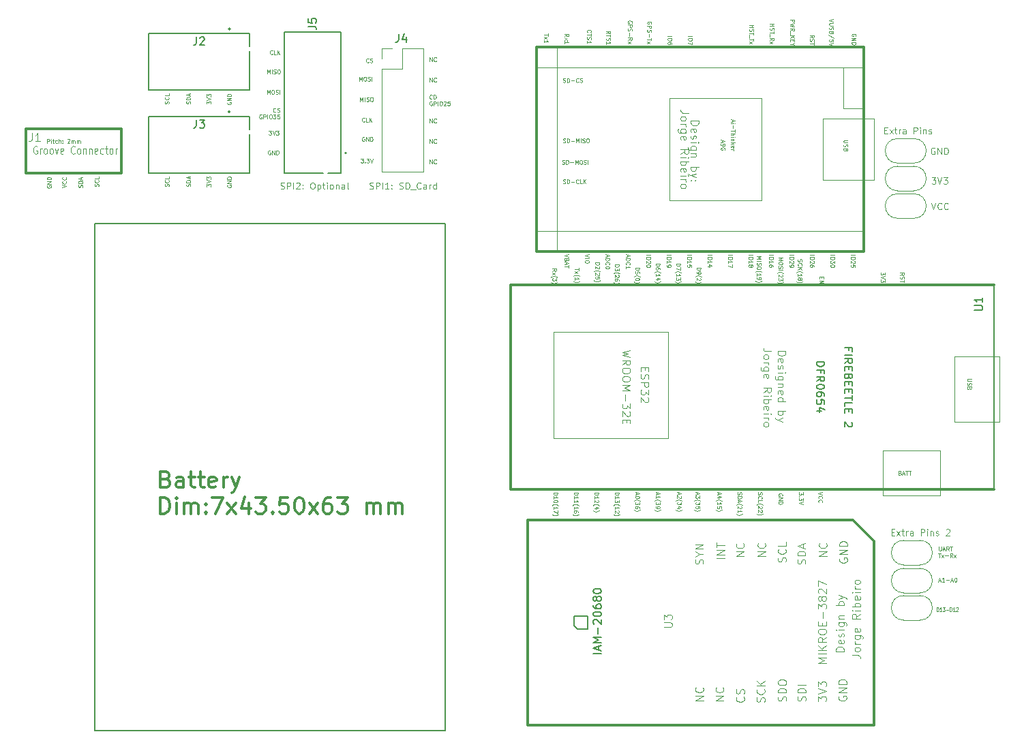
<source format=gbr>
%TF.GenerationSoftware,KiCad,Pcbnew,7.0.10*%
%TF.CreationDate,2024-01-29T12:51:58+00:00*%
%TF.ProjectId,data_logger,64617461-5f6c-46f6-9767-65722e6b6963,rev?*%
%TF.SameCoordinates,Original*%
%TF.FileFunction,Legend,Top*%
%TF.FilePolarity,Positive*%
%FSLAX46Y46*%
G04 Gerber Fmt 4.6, Leading zero omitted, Abs format (unit mm)*
G04 Created by KiCad (PCBNEW 7.0.10) date 2024-01-29 12:51:58*
%MOMM*%
%LPD*%
G01*
G04 APERTURE LIST*
%ADD10C,0.100000*%
%ADD11C,0.125000*%
%ADD12C,0.200000*%
%ADD13C,0.300000*%
%ADD14C,0.150000*%
%ADD15C,0.127000*%
%ADD16C,0.120000*%
G04 APERTURE END LIST*
D10*
X209171265Y-113904847D02*
X209437931Y-113904847D01*
X209552217Y-114323895D02*
X209171265Y-114323895D01*
X209171265Y-114323895D02*
X209171265Y-113523895D01*
X209171265Y-113523895D02*
X209552217Y-113523895D01*
X209818884Y-114323895D02*
X210237932Y-113790561D01*
X209818884Y-113790561D02*
X210237932Y-114323895D01*
X210428408Y-113790561D02*
X210733170Y-113790561D01*
X210542694Y-113523895D02*
X210542694Y-114209609D01*
X210542694Y-114209609D02*
X210580789Y-114285800D01*
X210580789Y-114285800D02*
X210656979Y-114323895D01*
X210656979Y-114323895D02*
X210733170Y-114323895D01*
X210999837Y-114323895D02*
X210999837Y-113790561D01*
X210999837Y-113942942D02*
X211037932Y-113866752D01*
X211037932Y-113866752D02*
X211076027Y-113828657D01*
X211076027Y-113828657D02*
X211152218Y-113790561D01*
X211152218Y-113790561D02*
X211228408Y-113790561D01*
X211837932Y-114323895D02*
X211837932Y-113904847D01*
X211837932Y-113904847D02*
X211799837Y-113828657D01*
X211799837Y-113828657D02*
X211723646Y-113790561D01*
X211723646Y-113790561D02*
X211571265Y-113790561D01*
X211571265Y-113790561D02*
X211495075Y-113828657D01*
X211837932Y-114285800D02*
X211761741Y-114323895D01*
X211761741Y-114323895D02*
X211571265Y-114323895D01*
X211571265Y-114323895D02*
X211495075Y-114285800D01*
X211495075Y-114285800D02*
X211456979Y-114209609D01*
X211456979Y-114209609D02*
X211456979Y-114133419D01*
X211456979Y-114133419D02*
X211495075Y-114057228D01*
X211495075Y-114057228D02*
X211571265Y-114019133D01*
X211571265Y-114019133D02*
X211761741Y-114019133D01*
X211761741Y-114019133D02*
X211837932Y-113981038D01*
X212828409Y-114323895D02*
X212828409Y-113523895D01*
X212828409Y-113523895D02*
X213133171Y-113523895D01*
X213133171Y-113523895D02*
X213209361Y-113561990D01*
X213209361Y-113561990D02*
X213247456Y-113600085D01*
X213247456Y-113600085D02*
X213285552Y-113676276D01*
X213285552Y-113676276D02*
X213285552Y-113790561D01*
X213285552Y-113790561D02*
X213247456Y-113866752D01*
X213247456Y-113866752D02*
X213209361Y-113904847D01*
X213209361Y-113904847D02*
X213133171Y-113942942D01*
X213133171Y-113942942D02*
X212828409Y-113942942D01*
X213628409Y-114323895D02*
X213628409Y-113790561D01*
X213628409Y-113523895D02*
X213590313Y-113561990D01*
X213590313Y-113561990D02*
X213628409Y-113600085D01*
X213628409Y-113600085D02*
X213666504Y-113561990D01*
X213666504Y-113561990D02*
X213628409Y-113523895D01*
X213628409Y-113523895D02*
X213628409Y-113600085D01*
X214009361Y-113790561D02*
X214009361Y-114323895D01*
X214009361Y-113866752D02*
X214047456Y-113828657D01*
X214047456Y-113828657D02*
X214123646Y-113790561D01*
X214123646Y-113790561D02*
X214237932Y-113790561D01*
X214237932Y-113790561D02*
X214314123Y-113828657D01*
X214314123Y-113828657D02*
X214352218Y-113904847D01*
X214352218Y-113904847D02*
X214352218Y-114323895D01*
X214695075Y-114285800D02*
X214771266Y-114323895D01*
X214771266Y-114323895D02*
X214923647Y-114323895D01*
X214923647Y-114323895D02*
X214999837Y-114285800D01*
X214999837Y-114285800D02*
X215037933Y-114209609D01*
X215037933Y-114209609D02*
X215037933Y-114171514D01*
X215037933Y-114171514D02*
X214999837Y-114095323D01*
X214999837Y-114095323D02*
X214923647Y-114057228D01*
X214923647Y-114057228D02*
X214809361Y-114057228D01*
X214809361Y-114057228D02*
X214733171Y-114019133D01*
X214733171Y-114019133D02*
X214695075Y-113942942D01*
X214695075Y-113942942D02*
X214695075Y-113904847D01*
X214695075Y-113904847D02*
X214733171Y-113828657D01*
X214733171Y-113828657D02*
X214809361Y-113790561D01*
X214809361Y-113790561D02*
X214923647Y-113790561D01*
X214923647Y-113790561D02*
X214999837Y-113828657D01*
X215952218Y-113600085D02*
X215990314Y-113561990D01*
X215990314Y-113561990D02*
X216066504Y-113523895D01*
X216066504Y-113523895D02*
X216256980Y-113523895D01*
X216256980Y-113523895D02*
X216333171Y-113561990D01*
X216333171Y-113561990D02*
X216371266Y-113600085D01*
X216371266Y-113600085D02*
X216409361Y-113676276D01*
X216409361Y-113676276D02*
X216409361Y-113752466D01*
X216409361Y-113752466D02*
X216371266Y-113866752D01*
X216371266Y-113866752D02*
X215914123Y-114323895D01*
X215914123Y-114323895D02*
X216409361Y-114323895D01*
X215068836Y-115722609D02*
X215068836Y-116127371D01*
X215068836Y-116127371D02*
X215092646Y-116174990D01*
X215092646Y-116174990D02*
X215116455Y-116198800D01*
X215116455Y-116198800D02*
X215164074Y-116222609D01*
X215164074Y-116222609D02*
X215259312Y-116222609D01*
X215259312Y-116222609D02*
X215306931Y-116198800D01*
X215306931Y-116198800D02*
X215330741Y-116174990D01*
X215330741Y-116174990D02*
X215354550Y-116127371D01*
X215354550Y-116127371D02*
X215354550Y-115722609D01*
X215568837Y-116079752D02*
X215806932Y-116079752D01*
X215521218Y-116222609D02*
X215687884Y-115722609D01*
X215687884Y-115722609D02*
X215854551Y-116222609D01*
X216306931Y-116222609D02*
X216140265Y-115984514D01*
X216021217Y-116222609D02*
X216021217Y-115722609D01*
X216021217Y-115722609D02*
X216211693Y-115722609D01*
X216211693Y-115722609D02*
X216259312Y-115746419D01*
X216259312Y-115746419D02*
X216283122Y-115770228D01*
X216283122Y-115770228D02*
X216306931Y-115817847D01*
X216306931Y-115817847D02*
X216306931Y-115889276D01*
X216306931Y-115889276D02*
X216283122Y-115936895D01*
X216283122Y-115936895D02*
X216259312Y-115960704D01*
X216259312Y-115960704D02*
X216211693Y-115984514D01*
X216211693Y-115984514D02*
X216021217Y-115984514D01*
X216449789Y-115722609D02*
X216735503Y-115722609D01*
X216592646Y-116222609D02*
X216592646Y-115722609D01*
X214997408Y-116527609D02*
X215283122Y-116527609D01*
X215140265Y-117027609D02*
X215140265Y-116527609D01*
X215402169Y-117027609D02*
X215664074Y-116694276D01*
X215402169Y-116694276D02*
X215664074Y-117027609D01*
X215854550Y-116837133D02*
X216235503Y-116837133D01*
X216759312Y-117027609D02*
X216592646Y-116789514D01*
X216473598Y-117027609D02*
X216473598Y-116527609D01*
X216473598Y-116527609D02*
X216664074Y-116527609D01*
X216664074Y-116527609D02*
X216711693Y-116551419D01*
X216711693Y-116551419D02*
X216735503Y-116575228D01*
X216735503Y-116575228D02*
X216759312Y-116622847D01*
X216759312Y-116622847D02*
X216759312Y-116694276D01*
X216759312Y-116694276D02*
X216735503Y-116741895D01*
X216735503Y-116741895D02*
X216711693Y-116765704D01*
X216711693Y-116765704D02*
X216664074Y-116789514D01*
X216664074Y-116789514D02*
X216473598Y-116789514D01*
X216925979Y-117027609D02*
X217187884Y-116694276D01*
X216925979Y-116694276D02*
X217187884Y-117027609D01*
X215045027Y-119932752D02*
X215283122Y-119932752D01*
X214997408Y-120075609D02*
X215164074Y-119575609D01*
X215164074Y-119575609D02*
X215330741Y-120075609D01*
X215759312Y-120075609D02*
X215473598Y-120075609D01*
X215616455Y-120075609D02*
X215616455Y-119575609D01*
X215616455Y-119575609D02*
X215568836Y-119647038D01*
X215568836Y-119647038D02*
X215521217Y-119694657D01*
X215521217Y-119694657D02*
X215473598Y-119718466D01*
X215973597Y-119885133D02*
X216354550Y-119885133D01*
X216568836Y-119932752D02*
X216806931Y-119932752D01*
X216521217Y-120075609D02*
X216687883Y-119575609D01*
X216687883Y-119575609D02*
X216854550Y-120075609D01*
X217116454Y-119575609D02*
X217164073Y-119575609D01*
X217164073Y-119575609D02*
X217211692Y-119599419D01*
X217211692Y-119599419D02*
X217235502Y-119623228D01*
X217235502Y-119623228D02*
X217259311Y-119670847D01*
X217259311Y-119670847D02*
X217283121Y-119766085D01*
X217283121Y-119766085D02*
X217283121Y-119885133D01*
X217283121Y-119885133D02*
X217259311Y-119980371D01*
X217259311Y-119980371D02*
X217235502Y-120027990D01*
X217235502Y-120027990D02*
X217211692Y-120051800D01*
X217211692Y-120051800D02*
X217164073Y-120075609D01*
X217164073Y-120075609D02*
X217116454Y-120075609D01*
X217116454Y-120075609D02*
X217068835Y-120051800D01*
X217068835Y-120051800D02*
X217045026Y-120027990D01*
X217045026Y-120027990D02*
X217021216Y-119980371D01*
X217021216Y-119980371D02*
X216997407Y-119885133D01*
X216997407Y-119885133D02*
X216997407Y-119766085D01*
X216997407Y-119766085D02*
X217021216Y-119670847D01*
X217021216Y-119670847D02*
X217045026Y-119623228D01*
X217045026Y-119623228D02*
X217068835Y-119599419D01*
X217068835Y-119599419D02*
X217116454Y-119575609D01*
X214791027Y-123758609D02*
X214791027Y-123258609D01*
X214791027Y-123258609D02*
X214886265Y-123258609D01*
X214886265Y-123258609D02*
X214943408Y-123282419D01*
X214943408Y-123282419D02*
X214981503Y-123330038D01*
X214981503Y-123330038D02*
X215000550Y-123377657D01*
X215000550Y-123377657D02*
X215019598Y-123472895D01*
X215019598Y-123472895D02*
X215019598Y-123544323D01*
X215019598Y-123544323D02*
X215000550Y-123639561D01*
X215000550Y-123639561D02*
X214981503Y-123687180D01*
X214981503Y-123687180D02*
X214943408Y-123734800D01*
X214943408Y-123734800D02*
X214886265Y-123758609D01*
X214886265Y-123758609D02*
X214791027Y-123758609D01*
X215400550Y-123758609D02*
X215171979Y-123758609D01*
X215286265Y-123758609D02*
X215286265Y-123258609D01*
X215286265Y-123258609D02*
X215248169Y-123330038D01*
X215248169Y-123330038D02*
X215210074Y-123377657D01*
X215210074Y-123377657D02*
X215171979Y-123401466D01*
X215533883Y-123258609D02*
X215781502Y-123258609D01*
X215781502Y-123258609D02*
X215648169Y-123449085D01*
X215648169Y-123449085D02*
X215705312Y-123449085D01*
X215705312Y-123449085D02*
X215743407Y-123472895D01*
X215743407Y-123472895D02*
X215762455Y-123496704D01*
X215762455Y-123496704D02*
X215781502Y-123544323D01*
X215781502Y-123544323D02*
X215781502Y-123663371D01*
X215781502Y-123663371D02*
X215762455Y-123710990D01*
X215762455Y-123710990D02*
X215743407Y-123734800D01*
X215743407Y-123734800D02*
X215705312Y-123758609D01*
X215705312Y-123758609D02*
X215591026Y-123758609D01*
X215591026Y-123758609D02*
X215552931Y-123734800D01*
X215552931Y-123734800D02*
X215533883Y-123710990D01*
X215952931Y-123568133D02*
X216257693Y-123568133D01*
X216448169Y-123758609D02*
X216448169Y-123258609D01*
X216448169Y-123258609D02*
X216543407Y-123258609D01*
X216543407Y-123258609D02*
X216600550Y-123282419D01*
X216600550Y-123282419D02*
X216638645Y-123330038D01*
X216638645Y-123330038D02*
X216657692Y-123377657D01*
X216657692Y-123377657D02*
X216676740Y-123472895D01*
X216676740Y-123472895D02*
X216676740Y-123544323D01*
X216676740Y-123544323D02*
X216657692Y-123639561D01*
X216657692Y-123639561D02*
X216638645Y-123687180D01*
X216638645Y-123687180D02*
X216600550Y-123734800D01*
X216600550Y-123734800D02*
X216543407Y-123758609D01*
X216543407Y-123758609D02*
X216448169Y-123758609D01*
X217057692Y-123758609D02*
X216829121Y-123758609D01*
X216943407Y-123758609D02*
X216943407Y-123258609D01*
X216943407Y-123258609D02*
X216905311Y-123330038D01*
X216905311Y-123330038D02*
X216867216Y-123377657D01*
X216867216Y-123377657D02*
X216829121Y-123401466D01*
X217210073Y-123306228D02*
X217229121Y-123282419D01*
X217229121Y-123282419D02*
X217267216Y-123258609D01*
X217267216Y-123258609D02*
X217362454Y-123258609D01*
X217362454Y-123258609D02*
X217400549Y-123282419D01*
X217400549Y-123282419D02*
X217419597Y-123306228D01*
X217419597Y-123306228D02*
X217438644Y-123353847D01*
X217438644Y-123353847D02*
X217438644Y-123401466D01*
X217438644Y-123401466D02*
X217419597Y-123472895D01*
X217419597Y-123472895D02*
X217191025Y-123758609D01*
X217191025Y-123758609D02*
X217438644Y-123758609D01*
X190880419Y-116917115D02*
X189880419Y-116917115D01*
X189880419Y-116917115D02*
X190880419Y-116345687D01*
X190880419Y-116345687D02*
X189880419Y-116345687D01*
X190785180Y-115298068D02*
X190832800Y-115345687D01*
X190832800Y-115345687D02*
X190880419Y-115488544D01*
X190880419Y-115488544D02*
X190880419Y-115583782D01*
X190880419Y-115583782D02*
X190832800Y-115726639D01*
X190832800Y-115726639D02*
X190737561Y-115821877D01*
X190737561Y-115821877D02*
X190642323Y-115869496D01*
X190642323Y-115869496D02*
X190451847Y-115917115D01*
X190451847Y-115917115D02*
X190308990Y-115917115D01*
X190308990Y-115917115D02*
X190118514Y-115869496D01*
X190118514Y-115869496D02*
X190023276Y-115821877D01*
X190023276Y-115821877D02*
X189928038Y-115726639D01*
X189928038Y-115726639D02*
X189880419Y-115583782D01*
X189880419Y-115583782D02*
X189880419Y-115488544D01*
X189880419Y-115488544D02*
X189928038Y-115345687D01*
X189928038Y-115345687D02*
X189975657Y-115298068D01*
X214136979Y-73010895D02*
X214403646Y-73810895D01*
X214403646Y-73810895D02*
X214670312Y-73010895D01*
X215394122Y-73734704D02*
X215356026Y-73772800D01*
X215356026Y-73772800D02*
X215241741Y-73810895D01*
X215241741Y-73810895D02*
X215165550Y-73810895D01*
X215165550Y-73810895D02*
X215051264Y-73772800D01*
X215051264Y-73772800D02*
X214975074Y-73696609D01*
X214975074Y-73696609D02*
X214936979Y-73620419D01*
X214936979Y-73620419D02*
X214898883Y-73468038D01*
X214898883Y-73468038D02*
X214898883Y-73353752D01*
X214898883Y-73353752D02*
X214936979Y-73201371D01*
X214936979Y-73201371D02*
X214975074Y-73125180D01*
X214975074Y-73125180D02*
X215051264Y-73048990D01*
X215051264Y-73048990D02*
X215165550Y-73010895D01*
X215165550Y-73010895D02*
X215241741Y-73010895D01*
X215241741Y-73010895D02*
X215356026Y-73048990D01*
X215356026Y-73048990D02*
X215394122Y-73087085D01*
X216194122Y-73734704D02*
X216156026Y-73772800D01*
X216156026Y-73772800D02*
X216041741Y-73810895D01*
X216041741Y-73810895D02*
X215965550Y-73810895D01*
X215965550Y-73810895D02*
X215851264Y-73772800D01*
X215851264Y-73772800D02*
X215775074Y-73696609D01*
X215775074Y-73696609D02*
X215736979Y-73620419D01*
X215736979Y-73620419D02*
X215698883Y-73468038D01*
X215698883Y-73468038D02*
X215698883Y-73353752D01*
X215698883Y-73353752D02*
X215736979Y-73201371D01*
X215736979Y-73201371D02*
X215775074Y-73125180D01*
X215775074Y-73125180D02*
X215851264Y-73048990D01*
X215851264Y-73048990D02*
X215965550Y-73010895D01*
X215965550Y-73010895D02*
X216041741Y-73010895D01*
X216041741Y-73010895D02*
X216156026Y-73048990D01*
X216156026Y-73048990D02*
X216194122Y-73087085D01*
X214175074Y-69835895D02*
X214670312Y-69835895D01*
X214670312Y-69835895D02*
X214403646Y-70140657D01*
X214403646Y-70140657D02*
X214517931Y-70140657D01*
X214517931Y-70140657D02*
X214594122Y-70178752D01*
X214594122Y-70178752D02*
X214632217Y-70216847D01*
X214632217Y-70216847D02*
X214670312Y-70293038D01*
X214670312Y-70293038D02*
X214670312Y-70483514D01*
X214670312Y-70483514D02*
X214632217Y-70559704D01*
X214632217Y-70559704D02*
X214594122Y-70597800D01*
X214594122Y-70597800D02*
X214517931Y-70635895D01*
X214517931Y-70635895D02*
X214289360Y-70635895D01*
X214289360Y-70635895D02*
X214213169Y-70597800D01*
X214213169Y-70597800D02*
X214175074Y-70559704D01*
X214898884Y-69835895D02*
X215165551Y-70635895D01*
X215165551Y-70635895D02*
X215432217Y-69835895D01*
X215622693Y-69835895D02*
X216117931Y-69835895D01*
X216117931Y-69835895D02*
X215851265Y-70140657D01*
X215851265Y-70140657D02*
X215965550Y-70140657D01*
X215965550Y-70140657D02*
X216041741Y-70178752D01*
X216041741Y-70178752D02*
X216079836Y-70216847D01*
X216079836Y-70216847D02*
X216117931Y-70293038D01*
X216117931Y-70293038D02*
X216117931Y-70483514D01*
X216117931Y-70483514D02*
X216079836Y-70559704D01*
X216079836Y-70559704D02*
X216041741Y-70597800D01*
X216041741Y-70597800D02*
X215965550Y-70635895D01*
X215965550Y-70635895D02*
X215736979Y-70635895D01*
X215736979Y-70635895D02*
X215660788Y-70597800D01*
X215660788Y-70597800D02*
X215622693Y-70559704D01*
X214543312Y-66190990D02*
X214467122Y-66152895D01*
X214467122Y-66152895D02*
X214352836Y-66152895D01*
X214352836Y-66152895D02*
X214238550Y-66190990D01*
X214238550Y-66190990D02*
X214162360Y-66267180D01*
X214162360Y-66267180D02*
X214124265Y-66343371D01*
X214124265Y-66343371D02*
X214086169Y-66495752D01*
X214086169Y-66495752D02*
X214086169Y-66610038D01*
X214086169Y-66610038D02*
X214124265Y-66762419D01*
X214124265Y-66762419D02*
X214162360Y-66838609D01*
X214162360Y-66838609D02*
X214238550Y-66914800D01*
X214238550Y-66914800D02*
X214352836Y-66952895D01*
X214352836Y-66952895D02*
X214429027Y-66952895D01*
X214429027Y-66952895D02*
X214543312Y-66914800D01*
X214543312Y-66914800D02*
X214581408Y-66876704D01*
X214581408Y-66876704D02*
X214581408Y-66610038D01*
X214581408Y-66610038D02*
X214429027Y-66610038D01*
X214924265Y-66952895D02*
X214924265Y-66152895D01*
X214924265Y-66152895D02*
X215381408Y-66952895D01*
X215381408Y-66952895D02*
X215381408Y-66152895D01*
X215762360Y-66952895D02*
X215762360Y-66152895D01*
X215762360Y-66152895D02*
X215952836Y-66152895D01*
X215952836Y-66152895D02*
X216067122Y-66190990D01*
X216067122Y-66190990D02*
X216143312Y-66267180D01*
X216143312Y-66267180D02*
X216181407Y-66343371D01*
X216181407Y-66343371D02*
X216219503Y-66495752D01*
X216219503Y-66495752D02*
X216219503Y-66610038D01*
X216219503Y-66610038D02*
X216181407Y-66762419D01*
X216181407Y-66762419D02*
X216143312Y-66838609D01*
X216143312Y-66838609D02*
X216067122Y-66914800D01*
X216067122Y-66914800D02*
X215952836Y-66952895D01*
X215952836Y-66952895D02*
X215762360Y-66952895D01*
X208282265Y-63993847D02*
X208548931Y-63993847D01*
X208663217Y-64412895D02*
X208282265Y-64412895D01*
X208282265Y-64412895D02*
X208282265Y-63612895D01*
X208282265Y-63612895D02*
X208663217Y-63612895D01*
X208929884Y-64412895D02*
X209348932Y-63879561D01*
X208929884Y-63879561D02*
X209348932Y-64412895D01*
X209539408Y-63879561D02*
X209844170Y-63879561D01*
X209653694Y-63612895D02*
X209653694Y-64298609D01*
X209653694Y-64298609D02*
X209691789Y-64374800D01*
X209691789Y-64374800D02*
X209767979Y-64412895D01*
X209767979Y-64412895D02*
X209844170Y-64412895D01*
X210110837Y-64412895D02*
X210110837Y-63879561D01*
X210110837Y-64031942D02*
X210148932Y-63955752D01*
X210148932Y-63955752D02*
X210187027Y-63917657D01*
X210187027Y-63917657D02*
X210263218Y-63879561D01*
X210263218Y-63879561D02*
X210339408Y-63879561D01*
X210948932Y-64412895D02*
X210948932Y-63993847D01*
X210948932Y-63993847D02*
X210910837Y-63917657D01*
X210910837Y-63917657D02*
X210834646Y-63879561D01*
X210834646Y-63879561D02*
X210682265Y-63879561D01*
X210682265Y-63879561D02*
X210606075Y-63917657D01*
X210948932Y-64374800D02*
X210872741Y-64412895D01*
X210872741Y-64412895D02*
X210682265Y-64412895D01*
X210682265Y-64412895D02*
X210606075Y-64374800D01*
X210606075Y-64374800D02*
X210567979Y-64298609D01*
X210567979Y-64298609D02*
X210567979Y-64222419D01*
X210567979Y-64222419D02*
X210606075Y-64146228D01*
X210606075Y-64146228D02*
X210682265Y-64108133D01*
X210682265Y-64108133D02*
X210872741Y-64108133D01*
X210872741Y-64108133D02*
X210948932Y-64070038D01*
X211939409Y-64412895D02*
X211939409Y-63612895D01*
X211939409Y-63612895D02*
X212244171Y-63612895D01*
X212244171Y-63612895D02*
X212320361Y-63650990D01*
X212320361Y-63650990D02*
X212358456Y-63689085D01*
X212358456Y-63689085D02*
X212396552Y-63765276D01*
X212396552Y-63765276D02*
X212396552Y-63879561D01*
X212396552Y-63879561D02*
X212358456Y-63955752D01*
X212358456Y-63955752D02*
X212320361Y-63993847D01*
X212320361Y-63993847D02*
X212244171Y-64031942D01*
X212244171Y-64031942D02*
X211939409Y-64031942D01*
X212739409Y-64412895D02*
X212739409Y-63879561D01*
X212739409Y-63612895D02*
X212701313Y-63650990D01*
X212701313Y-63650990D02*
X212739409Y-63689085D01*
X212739409Y-63689085D02*
X212777504Y-63650990D01*
X212777504Y-63650990D02*
X212739409Y-63612895D01*
X212739409Y-63612895D02*
X212739409Y-63689085D01*
X213120361Y-63879561D02*
X213120361Y-64412895D01*
X213120361Y-63955752D02*
X213158456Y-63917657D01*
X213158456Y-63917657D02*
X213234646Y-63879561D01*
X213234646Y-63879561D02*
X213348932Y-63879561D01*
X213348932Y-63879561D02*
X213425123Y-63917657D01*
X213425123Y-63917657D02*
X213463218Y-63993847D01*
X213463218Y-63993847D02*
X213463218Y-64412895D01*
X213806075Y-64374800D02*
X213882266Y-64412895D01*
X213882266Y-64412895D02*
X214034647Y-64412895D01*
X214034647Y-64412895D02*
X214110837Y-64374800D01*
X214110837Y-64374800D02*
X214148933Y-64298609D01*
X214148933Y-64298609D02*
X214148933Y-64260514D01*
X214148933Y-64260514D02*
X214110837Y-64184323D01*
X214110837Y-64184323D02*
X214034647Y-64146228D01*
X214034647Y-64146228D02*
X213920361Y-64146228D01*
X213920361Y-64146228D02*
X213844171Y-64108133D01*
X213844171Y-64108133D02*
X213806075Y-64031942D01*
X213806075Y-64031942D02*
X213806075Y-63993847D01*
X213806075Y-63993847D02*
X213844171Y-63917657D01*
X213844171Y-63917657D02*
X213920361Y-63879561D01*
X213920361Y-63879561D02*
X214034647Y-63879561D01*
X214034647Y-63879561D02*
X214110837Y-63917657D01*
X126711419Y-60513258D02*
X126687609Y-60560877D01*
X126687609Y-60560877D02*
X126687609Y-60632306D01*
X126687609Y-60632306D02*
X126711419Y-60703734D01*
X126711419Y-60703734D02*
X126759038Y-60751353D01*
X126759038Y-60751353D02*
X126806657Y-60775163D01*
X126806657Y-60775163D02*
X126901895Y-60798972D01*
X126901895Y-60798972D02*
X126973323Y-60798972D01*
X126973323Y-60798972D02*
X127068561Y-60775163D01*
X127068561Y-60775163D02*
X127116180Y-60751353D01*
X127116180Y-60751353D02*
X127163800Y-60703734D01*
X127163800Y-60703734D02*
X127187609Y-60632306D01*
X127187609Y-60632306D02*
X127187609Y-60584687D01*
X127187609Y-60584687D02*
X127163800Y-60513258D01*
X127163800Y-60513258D02*
X127139990Y-60489449D01*
X127139990Y-60489449D02*
X126973323Y-60489449D01*
X126973323Y-60489449D02*
X126973323Y-60584687D01*
X127187609Y-60275163D02*
X126687609Y-60275163D01*
X126687609Y-60275163D02*
X127187609Y-59989449D01*
X127187609Y-59989449D02*
X126687609Y-59989449D01*
X127187609Y-59751353D02*
X126687609Y-59751353D01*
X126687609Y-59751353D02*
X126687609Y-59632305D01*
X126687609Y-59632305D02*
X126711419Y-59560877D01*
X126711419Y-59560877D02*
X126759038Y-59513258D01*
X126759038Y-59513258D02*
X126806657Y-59489448D01*
X126806657Y-59489448D02*
X126901895Y-59465639D01*
X126901895Y-59465639D02*
X126973323Y-59465639D01*
X126973323Y-59465639D02*
X127068561Y-59489448D01*
X127068561Y-59489448D02*
X127116180Y-59513258D01*
X127116180Y-59513258D02*
X127163800Y-59560877D01*
X127163800Y-59560877D02*
X127187609Y-59632305D01*
X127187609Y-59632305D02*
X127187609Y-59751353D01*
X122083800Y-60671972D02*
X122107609Y-60600544D01*
X122107609Y-60600544D02*
X122107609Y-60481496D01*
X122107609Y-60481496D02*
X122083800Y-60433877D01*
X122083800Y-60433877D02*
X122059990Y-60410068D01*
X122059990Y-60410068D02*
X122012371Y-60386258D01*
X122012371Y-60386258D02*
X121964752Y-60386258D01*
X121964752Y-60386258D02*
X121917133Y-60410068D01*
X121917133Y-60410068D02*
X121893323Y-60433877D01*
X121893323Y-60433877D02*
X121869514Y-60481496D01*
X121869514Y-60481496D02*
X121845704Y-60576734D01*
X121845704Y-60576734D02*
X121821895Y-60624353D01*
X121821895Y-60624353D02*
X121798085Y-60648163D01*
X121798085Y-60648163D02*
X121750466Y-60671972D01*
X121750466Y-60671972D02*
X121702847Y-60671972D01*
X121702847Y-60671972D02*
X121655228Y-60648163D01*
X121655228Y-60648163D02*
X121631419Y-60624353D01*
X121631419Y-60624353D02*
X121607609Y-60576734D01*
X121607609Y-60576734D02*
X121607609Y-60457687D01*
X121607609Y-60457687D02*
X121631419Y-60386258D01*
X122107609Y-60171973D02*
X121607609Y-60171973D01*
X121607609Y-60171973D02*
X121607609Y-60052925D01*
X121607609Y-60052925D02*
X121631419Y-59981497D01*
X121631419Y-59981497D02*
X121679038Y-59933878D01*
X121679038Y-59933878D02*
X121726657Y-59910068D01*
X121726657Y-59910068D02*
X121821895Y-59886259D01*
X121821895Y-59886259D02*
X121893323Y-59886259D01*
X121893323Y-59886259D02*
X121988561Y-59910068D01*
X121988561Y-59910068D02*
X122036180Y-59933878D01*
X122036180Y-59933878D02*
X122083800Y-59981497D01*
X122083800Y-59981497D02*
X122107609Y-60052925D01*
X122107609Y-60052925D02*
X122107609Y-60171973D01*
X121964752Y-59695782D02*
X121964752Y-59457687D01*
X122107609Y-59743401D02*
X121607609Y-59576735D01*
X121607609Y-59576735D02*
X122107609Y-59410068D01*
X119416800Y-60671972D02*
X119440609Y-60600544D01*
X119440609Y-60600544D02*
X119440609Y-60481496D01*
X119440609Y-60481496D02*
X119416800Y-60433877D01*
X119416800Y-60433877D02*
X119392990Y-60410068D01*
X119392990Y-60410068D02*
X119345371Y-60386258D01*
X119345371Y-60386258D02*
X119297752Y-60386258D01*
X119297752Y-60386258D02*
X119250133Y-60410068D01*
X119250133Y-60410068D02*
X119226323Y-60433877D01*
X119226323Y-60433877D02*
X119202514Y-60481496D01*
X119202514Y-60481496D02*
X119178704Y-60576734D01*
X119178704Y-60576734D02*
X119154895Y-60624353D01*
X119154895Y-60624353D02*
X119131085Y-60648163D01*
X119131085Y-60648163D02*
X119083466Y-60671972D01*
X119083466Y-60671972D02*
X119035847Y-60671972D01*
X119035847Y-60671972D02*
X118988228Y-60648163D01*
X118988228Y-60648163D02*
X118964419Y-60624353D01*
X118964419Y-60624353D02*
X118940609Y-60576734D01*
X118940609Y-60576734D02*
X118940609Y-60457687D01*
X118940609Y-60457687D02*
X118964419Y-60386258D01*
X119392990Y-59886259D02*
X119416800Y-59910068D01*
X119416800Y-59910068D02*
X119440609Y-59981497D01*
X119440609Y-59981497D02*
X119440609Y-60029116D01*
X119440609Y-60029116D02*
X119416800Y-60100544D01*
X119416800Y-60100544D02*
X119369180Y-60148163D01*
X119369180Y-60148163D02*
X119321561Y-60171973D01*
X119321561Y-60171973D02*
X119226323Y-60195782D01*
X119226323Y-60195782D02*
X119154895Y-60195782D01*
X119154895Y-60195782D02*
X119059657Y-60171973D01*
X119059657Y-60171973D02*
X119012038Y-60148163D01*
X119012038Y-60148163D02*
X118964419Y-60100544D01*
X118964419Y-60100544D02*
X118940609Y-60029116D01*
X118940609Y-60029116D02*
X118940609Y-59981497D01*
X118940609Y-59981497D02*
X118964419Y-59910068D01*
X118964419Y-59910068D02*
X118988228Y-59886259D01*
X119440609Y-59433878D02*
X119440609Y-59671973D01*
X119440609Y-59671973D02*
X118940609Y-59671973D01*
X124147609Y-60695782D02*
X124147609Y-60386258D01*
X124147609Y-60386258D02*
X124338085Y-60552925D01*
X124338085Y-60552925D02*
X124338085Y-60481496D01*
X124338085Y-60481496D02*
X124361895Y-60433877D01*
X124361895Y-60433877D02*
X124385704Y-60410068D01*
X124385704Y-60410068D02*
X124433323Y-60386258D01*
X124433323Y-60386258D02*
X124552371Y-60386258D01*
X124552371Y-60386258D02*
X124599990Y-60410068D01*
X124599990Y-60410068D02*
X124623800Y-60433877D01*
X124623800Y-60433877D02*
X124647609Y-60481496D01*
X124647609Y-60481496D02*
X124647609Y-60624353D01*
X124647609Y-60624353D02*
X124623800Y-60671972D01*
X124623800Y-60671972D02*
X124599990Y-60695782D01*
X124147609Y-60243401D02*
X124647609Y-60076735D01*
X124647609Y-60076735D02*
X124147609Y-59910068D01*
X124147609Y-59791021D02*
X124147609Y-59481497D01*
X124147609Y-59481497D02*
X124338085Y-59648164D01*
X124338085Y-59648164D02*
X124338085Y-59576735D01*
X124338085Y-59576735D02*
X124361895Y-59529116D01*
X124361895Y-59529116D02*
X124385704Y-59505307D01*
X124385704Y-59505307D02*
X124433323Y-59481497D01*
X124433323Y-59481497D02*
X124552371Y-59481497D01*
X124552371Y-59481497D02*
X124599990Y-59505307D01*
X124599990Y-59505307D02*
X124623800Y-59529116D01*
X124623800Y-59529116D02*
X124647609Y-59576735D01*
X124647609Y-59576735D02*
X124647609Y-59719592D01*
X124647609Y-59719592D02*
X124623800Y-59767211D01*
X124623800Y-59767211D02*
X124599990Y-59791021D01*
X119416800Y-70958972D02*
X119440609Y-70887544D01*
X119440609Y-70887544D02*
X119440609Y-70768496D01*
X119440609Y-70768496D02*
X119416800Y-70720877D01*
X119416800Y-70720877D02*
X119392990Y-70697068D01*
X119392990Y-70697068D02*
X119345371Y-70673258D01*
X119345371Y-70673258D02*
X119297752Y-70673258D01*
X119297752Y-70673258D02*
X119250133Y-70697068D01*
X119250133Y-70697068D02*
X119226323Y-70720877D01*
X119226323Y-70720877D02*
X119202514Y-70768496D01*
X119202514Y-70768496D02*
X119178704Y-70863734D01*
X119178704Y-70863734D02*
X119154895Y-70911353D01*
X119154895Y-70911353D02*
X119131085Y-70935163D01*
X119131085Y-70935163D02*
X119083466Y-70958972D01*
X119083466Y-70958972D02*
X119035847Y-70958972D01*
X119035847Y-70958972D02*
X118988228Y-70935163D01*
X118988228Y-70935163D02*
X118964419Y-70911353D01*
X118964419Y-70911353D02*
X118940609Y-70863734D01*
X118940609Y-70863734D02*
X118940609Y-70744687D01*
X118940609Y-70744687D02*
X118964419Y-70673258D01*
X119392990Y-70173259D02*
X119416800Y-70197068D01*
X119416800Y-70197068D02*
X119440609Y-70268497D01*
X119440609Y-70268497D02*
X119440609Y-70316116D01*
X119440609Y-70316116D02*
X119416800Y-70387544D01*
X119416800Y-70387544D02*
X119369180Y-70435163D01*
X119369180Y-70435163D02*
X119321561Y-70458973D01*
X119321561Y-70458973D02*
X119226323Y-70482782D01*
X119226323Y-70482782D02*
X119154895Y-70482782D01*
X119154895Y-70482782D02*
X119059657Y-70458973D01*
X119059657Y-70458973D02*
X119012038Y-70435163D01*
X119012038Y-70435163D02*
X118964419Y-70387544D01*
X118964419Y-70387544D02*
X118940609Y-70316116D01*
X118940609Y-70316116D02*
X118940609Y-70268497D01*
X118940609Y-70268497D02*
X118964419Y-70197068D01*
X118964419Y-70197068D02*
X118988228Y-70173259D01*
X119440609Y-69720878D02*
X119440609Y-69958973D01*
X119440609Y-69958973D02*
X118940609Y-69958973D01*
X126711419Y-70800258D02*
X126687609Y-70847877D01*
X126687609Y-70847877D02*
X126687609Y-70919306D01*
X126687609Y-70919306D02*
X126711419Y-70990734D01*
X126711419Y-70990734D02*
X126759038Y-71038353D01*
X126759038Y-71038353D02*
X126806657Y-71062163D01*
X126806657Y-71062163D02*
X126901895Y-71085972D01*
X126901895Y-71085972D02*
X126973323Y-71085972D01*
X126973323Y-71085972D02*
X127068561Y-71062163D01*
X127068561Y-71062163D02*
X127116180Y-71038353D01*
X127116180Y-71038353D02*
X127163800Y-70990734D01*
X127163800Y-70990734D02*
X127187609Y-70919306D01*
X127187609Y-70919306D02*
X127187609Y-70871687D01*
X127187609Y-70871687D02*
X127163800Y-70800258D01*
X127163800Y-70800258D02*
X127139990Y-70776449D01*
X127139990Y-70776449D02*
X126973323Y-70776449D01*
X126973323Y-70776449D02*
X126973323Y-70871687D01*
X127187609Y-70562163D02*
X126687609Y-70562163D01*
X126687609Y-70562163D02*
X127187609Y-70276449D01*
X127187609Y-70276449D02*
X126687609Y-70276449D01*
X127187609Y-70038353D02*
X126687609Y-70038353D01*
X126687609Y-70038353D02*
X126687609Y-69919305D01*
X126687609Y-69919305D02*
X126711419Y-69847877D01*
X126711419Y-69847877D02*
X126759038Y-69800258D01*
X126759038Y-69800258D02*
X126806657Y-69776448D01*
X126806657Y-69776448D02*
X126901895Y-69752639D01*
X126901895Y-69752639D02*
X126973323Y-69752639D01*
X126973323Y-69752639D02*
X127068561Y-69776448D01*
X127068561Y-69776448D02*
X127116180Y-69800258D01*
X127116180Y-69800258D02*
X127163800Y-69847877D01*
X127163800Y-69847877D02*
X127187609Y-69919305D01*
X127187609Y-69919305D02*
X127187609Y-70038353D01*
X122083800Y-70958972D02*
X122107609Y-70887544D01*
X122107609Y-70887544D02*
X122107609Y-70768496D01*
X122107609Y-70768496D02*
X122083800Y-70720877D01*
X122083800Y-70720877D02*
X122059990Y-70697068D01*
X122059990Y-70697068D02*
X122012371Y-70673258D01*
X122012371Y-70673258D02*
X121964752Y-70673258D01*
X121964752Y-70673258D02*
X121917133Y-70697068D01*
X121917133Y-70697068D02*
X121893323Y-70720877D01*
X121893323Y-70720877D02*
X121869514Y-70768496D01*
X121869514Y-70768496D02*
X121845704Y-70863734D01*
X121845704Y-70863734D02*
X121821895Y-70911353D01*
X121821895Y-70911353D02*
X121798085Y-70935163D01*
X121798085Y-70935163D02*
X121750466Y-70958972D01*
X121750466Y-70958972D02*
X121702847Y-70958972D01*
X121702847Y-70958972D02*
X121655228Y-70935163D01*
X121655228Y-70935163D02*
X121631419Y-70911353D01*
X121631419Y-70911353D02*
X121607609Y-70863734D01*
X121607609Y-70863734D02*
X121607609Y-70744687D01*
X121607609Y-70744687D02*
X121631419Y-70673258D01*
X122107609Y-70458973D02*
X121607609Y-70458973D01*
X121607609Y-70458973D02*
X121607609Y-70339925D01*
X121607609Y-70339925D02*
X121631419Y-70268497D01*
X121631419Y-70268497D02*
X121679038Y-70220878D01*
X121679038Y-70220878D02*
X121726657Y-70197068D01*
X121726657Y-70197068D02*
X121821895Y-70173259D01*
X121821895Y-70173259D02*
X121893323Y-70173259D01*
X121893323Y-70173259D02*
X121988561Y-70197068D01*
X121988561Y-70197068D02*
X122036180Y-70220878D01*
X122036180Y-70220878D02*
X122083800Y-70268497D01*
X122083800Y-70268497D02*
X122107609Y-70339925D01*
X122107609Y-70339925D02*
X122107609Y-70458973D01*
X121964752Y-69982782D02*
X121964752Y-69744687D01*
X122107609Y-70030401D02*
X121607609Y-69863735D01*
X121607609Y-69863735D02*
X122107609Y-69697068D01*
X124147609Y-70982782D02*
X124147609Y-70673258D01*
X124147609Y-70673258D02*
X124338085Y-70839925D01*
X124338085Y-70839925D02*
X124338085Y-70768496D01*
X124338085Y-70768496D02*
X124361895Y-70720877D01*
X124361895Y-70720877D02*
X124385704Y-70697068D01*
X124385704Y-70697068D02*
X124433323Y-70673258D01*
X124433323Y-70673258D02*
X124552371Y-70673258D01*
X124552371Y-70673258D02*
X124599990Y-70697068D01*
X124599990Y-70697068D02*
X124623800Y-70720877D01*
X124623800Y-70720877D02*
X124647609Y-70768496D01*
X124647609Y-70768496D02*
X124647609Y-70911353D01*
X124647609Y-70911353D02*
X124623800Y-70958972D01*
X124623800Y-70958972D02*
X124599990Y-70982782D01*
X124147609Y-70530401D02*
X124647609Y-70363735D01*
X124647609Y-70363735D02*
X124147609Y-70197068D01*
X124147609Y-70078021D02*
X124147609Y-69768497D01*
X124147609Y-69768497D02*
X124338085Y-69935164D01*
X124338085Y-69935164D02*
X124338085Y-69863735D01*
X124338085Y-69863735D02*
X124361895Y-69816116D01*
X124361895Y-69816116D02*
X124385704Y-69792307D01*
X124385704Y-69792307D02*
X124433323Y-69768497D01*
X124433323Y-69768497D02*
X124552371Y-69768497D01*
X124552371Y-69768497D02*
X124599990Y-69792307D01*
X124599990Y-69792307D02*
X124623800Y-69816116D01*
X124623800Y-69816116D02*
X124647609Y-69863735D01*
X124647609Y-69863735D02*
X124647609Y-70006592D01*
X124647609Y-70006592D02*
X124623800Y-70054211D01*
X124623800Y-70054211D02*
X124599990Y-70078021D01*
D11*
X151834283Y-55431309D02*
X151834283Y-54931309D01*
X151834283Y-54931309D02*
X152119997Y-55431309D01*
X152119997Y-55431309D02*
X152119997Y-54931309D01*
X152643807Y-55383690D02*
X152619998Y-55407500D01*
X152619998Y-55407500D02*
X152548569Y-55431309D01*
X152548569Y-55431309D02*
X152500950Y-55431309D01*
X152500950Y-55431309D02*
X152429522Y-55407500D01*
X152429522Y-55407500D02*
X152381903Y-55359880D01*
X152381903Y-55359880D02*
X152358093Y-55312261D01*
X152358093Y-55312261D02*
X152334284Y-55217023D01*
X152334284Y-55217023D02*
X152334284Y-55145595D01*
X152334284Y-55145595D02*
X152358093Y-55050357D01*
X152358093Y-55050357D02*
X152381903Y-55002738D01*
X152381903Y-55002738D02*
X152429522Y-54955119D01*
X152429522Y-54955119D02*
X152500950Y-54931309D01*
X152500950Y-54931309D02*
X152548569Y-54931309D01*
X152548569Y-54931309D02*
X152619998Y-54955119D01*
X152619998Y-54955119D02*
X152643807Y-54978928D01*
X151834283Y-57971309D02*
X151834283Y-57471309D01*
X151834283Y-57471309D02*
X152119997Y-57971309D01*
X152119997Y-57971309D02*
X152119997Y-57471309D01*
X152643807Y-57923690D02*
X152619998Y-57947500D01*
X152619998Y-57947500D02*
X152548569Y-57971309D01*
X152548569Y-57971309D02*
X152500950Y-57971309D01*
X152500950Y-57971309D02*
X152429522Y-57947500D01*
X152429522Y-57947500D02*
X152381903Y-57899880D01*
X152381903Y-57899880D02*
X152358093Y-57852261D01*
X152358093Y-57852261D02*
X152334284Y-57757023D01*
X152334284Y-57757023D02*
X152334284Y-57685595D01*
X152334284Y-57685595D02*
X152358093Y-57590357D01*
X152358093Y-57590357D02*
X152381903Y-57542738D01*
X152381903Y-57542738D02*
X152429522Y-57495119D01*
X152429522Y-57495119D02*
X152500950Y-57471309D01*
X152500950Y-57471309D02*
X152548569Y-57471309D01*
X152548569Y-57471309D02*
X152619998Y-57495119D01*
X152619998Y-57495119D02*
X152643807Y-57518928D01*
X151834283Y-63051309D02*
X151834283Y-62551309D01*
X151834283Y-62551309D02*
X152119997Y-63051309D01*
X152119997Y-63051309D02*
X152119997Y-62551309D01*
X152643807Y-63003690D02*
X152619998Y-63027500D01*
X152619998Y-63027500D02*
X152548569Y-63051309D01*
X152548569Y-63051309D02*
X152500950Y-63051309D01*
X152500950Y-63051309D02*
X152429522Y-63027500D01*
X152429522Y-63027500D02*
X152381903Y-62979880D01*
X152381903Y-62979880D02*
X152358093Y-62932261D01*
X152358093Y-62932261D02*
X152334284Y-62837023D01*
X152334284Y-62837023D02*
X152334284Y-62765595D01*
X152334284Y-62765595D02*
X152358093Y-62670357D01*
X152358093Y-62670357D02*
X152381903Y-62622738D01*
X152381903Y-62622738D02*
X152429522Y-62575119D01*
X152429522Y-62575119D02*
X152500950Y-62551309D01*
X152500950Y-62551309D02*
X152548569Y-62551309D01*
X152548569Y-62551309D02*
X152619998Y-62575119D01*
X152619998Y-62575119D02*
X152643807Y-62598928D01*
X151834283Y-65591309D02*
X151834283Y-65091309D01*
X151834283Y-65091309D02*
X152119997Y-65591309D01*
X152119997Y-65591309D02*
X152119997Y-65091309D01*
X152643807Y-65543690D02*
X152619998Y-65567500D01*
X152619998Y-65567500D02*
X152548569Y-65591309D01*
X152548569Y-65591309D02*
X152500950Y-65591309D01*
X152500950Y-65591309D02*
X152429522Y-65567500D01*
X152429522Y-65567500D02*
X152381903Y-65519880D01*
X152381903Y-65519880D02*
X152358093Y-65472261D01*
X152358093Y-65472261D02*
X152334284Y-65377023D01*
X152334284Y-65377023D02*
X152334284Y-65305595D01*
X152334284Y-65305595D02*
X152358093Y-65210357D01*
X152358093Y-65210357D02*
X152381903Y-65162738D01*
X152381903Y-65162738D02*
X152429522Y-65115119D01*
X152429522Y-65115119D02*
X152500950Y-65091309D01*
X152500950Y-65091309D02*
X152548569Y-65091309D01*
X152548569Y-65091309D02*
X152619998Y-65115119D01*
X152619998Y-65115119D02*
X152643807Y-65138928D01*
X151834283Y-68131309D02*
X151834283Y-67631309D01*
X151834283Y-67631309D02*
X152119997Y-68131309D01*
X152119997Y-68131309D02*
X152119997Y-67631309D01*
X152643807Y-68083690D02*
X152619998Y-68107500D01*
X152619998Y-68107500D02*
X152548569Y-68131309D01*
X152548569Y-68131309D02*
X152500950Y-68131309D01*
X152500950Y-68131309D02*
X152429522Y-68107500D01*
X152429522Y-68107500D02*
X152381903Y-68059880D01*
X152381903Y-68059880D02*
X152358093Y-68012261D01*
X152358093Y-68012261D02*
X152334284Y-67917023D01*
X152334284Y-67917023D02*
X152334284Y-67845595D01*
X152334284Y-67845595D02*
X152358093Y-67750357D01*
X152358093Y-67750357D02*
X152381903Y-67702738D01*
X152381903Y-67702738D02*
X152429522Y-67655119D01*
X152429522Y-67655119D02*
X152500950Y-67631309D01*
X152500950Y-67631309D02*
X152548569Y-67631309D01*
X152548569Y-67631309D02*
X152619998Y-67655119D01*
X152619998Y-67655119D02*
X152643807Y-67678928D01*
D12*
X110241000Y-75542000D02*
X153741000Y-75542000D01*
X153741000Y-138542000D01*
X110241000Y-138542000D01*
X110241000Y-75542000D01*
D11*
X132312997Y-54494690D02*
X132289188Y-54518500D01*
X132289188Y-54518500D02*
X132217759Y-54542309D01*
X132217759Y-54542309D02*
X132170140Y-54542309D01*
X132170140Y-54542309D02*
X132098712Y-54518500D01*
X132098712Y-54518500D02*
X132051093Y-54470880D01*
X132051093Y-54470880D02*
X132027283Y-54423261D01*
X132027283Y-54423261D02*
X132003474Y-54328023D01*
X132003474Y-54328023D02*
X132003474Y-54256595D01*
X132003474Y-54256595D02*
X132027283Y-54161357D01*
X132027283Y-54161357D02*
X132051093Y-54113738D01*
X132051093Y-54113738D02*
X132098712Y-54066119D01*
X132098712Y-54066119D02*
X132170140Y-54042309D01*
X132170140Y-54042309D02*
X132217759Y-54042309D01*
X132217759Y-54042309D02*
X132289188Y-54066119D01*
X132289188Y-54066119D02*
X132312997Y-54089928D01*
X132765378Y-54542309D02*
X132527283Y-54542309D01*
X132527283Y-54542309D02*
X132527283Y-54042309D01*
X132932045Y-54542309D02*
X132932045Y-54042309D01*
X133217759Y-54542309D02*
X133003474Y-54256595D01*
X133217759Y-54042309D02*
X132932045Y-54328023D01*
D10*
X132712782Y-61691990D02*
X132688973Y-61715800D01*
X132688973Y-61715800D02*
X132617544Y-61739609D01*
X132617544Y-61739609D02*
X132569925Y-61739609D01*
X132569925Y-61739609D02*
X132498497Y-61715800D01*
X132498497Y-61715800D02*
X132450878Y-61668180D01*
X132450878Y-61668180D02*
X132427068Y-61620561D01*
X132427068Y-61620561D02*
X132403259Y-61525323D01*
X132403259Y-61525323D02*
X132403259Y-61453895D01*
X132403259Y-61453895D02*
X132427068Y-61358657D01*
X132427068Y-61358657D02*
X132450878Y-61311038D01*
X132450878Y-61311038D02*
X132498497Y-61263419D01*
X132498497Y-61263419D02*
X132569925Y-61239609D01*
X132569925Y-61239609D02*
X132617544Y-61239609D01*
X132617544Y-61239609D02*
X132688973Y-61263419D01*
X132688973Y-61263419D02*
X132712782Y-61287228D01*
X132903259Y-61715800D02*
X132974687Y-61739609D01*
X132974687Y-61739609D02*
X133093735Y-61739609D01*
X133093735Y-61739609D02*
X133141354Y-61715800D01*
X133141354Y-61715800D02*
X133165163Y-61691990D01*
X133165163Y-61691990D02*
X133188973Y-61644371D01*
X133188973Y-61644371D02*
X133188973Y-61596752D01*
X133188973Y-61596752D02*
X133165163Y-61549133D01*
X133165163Y-61549133D02*
X133141354Y-61525323D01*
X133141354Y-61525323D02*
X133093735Y-61501514D01*
X133093735Y-61501514D02*
X132998497Y-61477704D01*
X132998497Y-61477704D02*
X132950878Y-61453895D01*
X132950878Y-61453895D02*
X132927068Y-61430085D01*
X132927068Y-61430085D02*
X132903259Y-61382466D01*
X132903259Y-61382466D02*
X132903259Y-61334847D01*
X132903259Y-61334847D02*
X132927068Y-61287228D01*
X132927068Y-61287228D02*
X132950878Y-61263419D01*
X132950878Y-61263419D02*
X132998497Y-61239609D01*
X132998497Y-61239609D02*
X133117544Y-61239609D01*
X133117544Y-61239609D02*
X133188973Y-61263419D01*
X130950878Y-62068419D02*
X130903259Y-62044609D01*
X130903259Y-62044609D02*
X130831830Y-62044609D01*
X130831830Y-62044609D02*
X130760402Y-62068419D01*
X130760402Y-62068419D02*
X130712783Y-62116038D01*
X130712783Y-62116038D02*
X130688973Y-62163657D01*
X130688973Y-62163657D02*
X130665164Y-62258895D01*
X130665164Y-62258895D02*
X130665164Y-62330323D01*
X130665164Y-62330323D02*
X130688973Y-62425561D01*
X130688973Y-62425561D02*
X130712783Y-62473180D01*
X130712783Y-62473180D02*
X130760402Y-62520800D01*
X130760402Y-62520800D02*
X130831830Y-62544609D01*
X130831830Y-62544609D02*
X130879449Y-62544609D01*
X130879449Y-62544609D02*
X130950878Y-62520800D01*
X130950878Y-62520800D02*
X130974687Y-62496990D01*
X130974687Y-62496990D02*
X130974687Y-62330323D01*
X130974687Y-62330323D02*
X130879449Y-62330323D01*
X131188973Y-62544609D02*
X131188973Y-62044609D01*
X131188973Y-62044609D02*
X131379449Y-62044609D01*
X131379449Y-62044609D02*
X131427068Y-62068419D01*
X131427068Y-62068419D02*
X131450878Y-62092228D01*
X131450878Y-62092228D02*
X131474687Y-62139847D01*
X131474687Y-62139847D02*
X131474687Y-62211276D01*
X131474687Y-62211276D02*
X131450878Y-62258895D01*
X131450878Y-62258895D02*
X131427068Y-62282704D01*
X131427068Y-62282704D02*
X131379449Y-62306514D01*
X131379449Y-62306514D02*
X131188973Y-62306514D01*
X131688973Y-62544609D02*
X131688973Y-62044609D01*
X132022306Y-62044609D02*
X132117544Y-62044609D01*
X132117544Y-62044609D02*
X132165163Y-62068419D01*
X132165163Y-62068419D02*
X132212782Y-62116038D01*
X132212782Y-62116038D02*
X132236592Y-62211276D01*
X132236592Y-62211276D02*
X132236592Y-62377942D01*
X132236592Y-62377942D02*
X132212782Y-62473180D01*
X132212782Y-62473180D02*
X132165163Y-62520800D01*
X132165163Y-62520800D02*
X132117544Y-62544609D01*
X132117544Y-62544609D02*
X132022306Y-62544609D01*
X132022306Y-62544609D02*
X131974687Y-62520800D01*
X131974687Y-62520800D02*
X131927068Y-62473180D01*
X131927068Y-62473180D02*
X131903259Y-62377942D01*
X131903259Y-62377942D02*
X131903259Y-62211276D01*
X131903259Y-62211276D02*
X131927068Y-62116038D01*
X131927068Y-62116038D02*
X131974687Y-62068419D01*
X131974687Y-62068419D02*
X132022306Y-62044609D01*
X132403259Y-62044609D02*
X132712783Y-62044609D01*
X132712783Y-62044609D02*
X132546116Y-62235085D01*
X132546116Y-62235085D02*
X132617545Y-62235085D01*
X132617545Y-62235085D02*
X132665164Y-62258895D01*
X132665164Y-62258895D02*
X132688973Y-62282704D01*
X132688973Y-62282704D02*
X132712783Y-62330323D01*
X132712783Y-62330323D02*
X132712783Y-62449371D01*
X132712783Y-62449371D02*
X132688973Y-62496990D01*
X132688973Y-62496990D02*
X132665164Y-62520800D01*
X132665164Y-62520800D02*
X132617545Y-62544609D01*
X132617545Y-62544609D02*
X132474688Y-62544609D01*
X132474688Y-62544609D02*
X132427069Y-62520800D01*
X132427069Y-62520800D02*
X132403259Y-62496990D01*
X133165163Y-62044609D02*
X132927068Y-62044609D01*
X132927068Y-62044609D02*
X132903259Y-62282704D01*
X132903259Y-62282704D02*
X132927068Y-62258895D01*
X132927068Y-62258895D02*
X132974687Y-62235085D01*
X132974687Y-62235085D02*
X133093735Y-62235085D01*
X133093735Y-62235085D02*
X133141354Y-62258895D01*
X133141354Y-62258895D02*
X133165163Y-62282704D01*
X133165163Y-62282704D02*
X133188973Y-62330323D01*
X133188973Y-62330323D02*
X133188973Y-62449371D01*
X133188973Y-62449371D02*
X133165163Y-62496990D01*
X133165163Y-62496990D02*
X133141354Y-62520800D01*
X133141354Y-62520800D02*
X133093735Y-62544609D01*
X133093735Y-62544609D02*
X132974687Y-62544609D01*
X132974687Y-62544609D02*
X132927068Y-62520800D01*
X132927068Y-62520800D02*
X132903259Y-62496990D01*
X133314169Y-71232800D02*
X133428455Y-71270895D01*
X133428455Y-71270895D02*
X133618931Y-71270895D01*
X133618931Y-71270895D02*
X133695122Y-71232800D01*
X133695122Y-71232800D02*
X133733217Y-71194704D01*
X133733217Y-71194704D02*
X133771312Y-71118514D01*
X133771312Y-71118514D02*
X133771312Y-71042323D01*
X133771312Y-71042323D02*
X133733217Y-70966133D01*
X133733217Y-70966133D02*
X133695122Y-70928038D01*
X133695122Y-70928038D02*
X133618931Y-70889942D01*
X133618931Y-70889942D02*
X133466550Y-70851847D01*
X133466550Y-70851847D02*
X133390360Y-70813752D01*
X133390360Y-70813752D02*
X133352265Y-70775657D01*
X133352265Y-70775657D02*
X133314169Y-70699466D01*
X133314169Y-70699466D02*
X133314169Y-70623276D01*
X133314169Y-70623276D02*
X133352265Y-70547085D01*
X133352265Y-70547085D02*
X133390360Y-70508990D01*
X133390360Y-70508990D02*
X133466550Y-70470895D01*
X133466550Y-70470895D02*
X133657027Y-70470895D01*
X133657027Y-70470895D02*
X133771312Y-70508990D01*
X134114170Y-71270895D02*
X134114170Y-70470895D01*
X134114170Y-70470895D02*
X134418932Y-70470895D01*
X134418932Y-70470895D02*
X134495122Y-70508990D01*
X134495122Y-70508990D02*
X134533217Y-70547085D01*
X134533217Y-70547085D02*
X134571313Y-70623276D01*
X134571313Y-70623276D02*
X134571313Y-70737561D01*
X134571313Y-70737561D02*
X134533217Y-70813752D01*
X134533217Y-70813752D02*
X134495122Y-70851847D01*
X134495122Y-70851847D02*
X134418932Y-70889942D01*
X134418932Y-70889942D02*
X134114170Y-70889942D01*
X134914170Y-71270895D02*
X134914170Y-70470895D01*
X135257026Y-70547085D02*
X135295122Y-70508990D01*
X135295122Y-70508990D02*
X135371312Y-70470895D01*
X135371312Y-70470895D02*
X135561788Y-70470895D01*
X135561788Y-70470895D02*
X135637979Y-70508990D01*
X135637979Y-70508990D02*
X135676074Y-70547085D01*
X135676074Y-70547085D02*
X135714169Y-70623276D01*
X135714169Y-70623276D02*
X135714169Y-70699466D01*
X135714169Y-70699466D02*
X135676074Y-70813752D01*
X135676074Y-70813752D02*
X135218931Y-71270895D01*
X135218931Y-71270895D02*
X135714169Y-71270895D01*
X136057027Y-71194704D02*
X136095122Y-71232800D01*
X136095122Y-71232800D02*
X136057027Y-71270895D01*
X136057027Y-71270895D02*
X136018931Y-71232800D01*
X136018931Y-71232800D02*
X136057027Y-71194704D01*
X136057027Y-71194704D02*
X136057027Y-71270895D01*
X136057027Y-70775657D02*
X136095122Y-70813752D01*
X136095122Y-70813752D02*
X136057027Y-70851847D01*
X136057027Y-70851847D02*
X136018931Y-70813752D01*
X136018931Y-70813752D02*
X136057027Y-70775657D01*
X136057027Y-70775657D02*
X136057027Y-70851847D01*
X137199884Y-70470895D02*
X137352265Y-70470895D01*
X137352265Y-70470895D02*
X137428455Y-70508990D01*
X137428455Y-70508990D02*
X137504646Y-70585180D01*
X137504646Y-70585180D02*
X137542741Y-70737561D01*
X137542741Y-70737561D02*
X137542741Y-71004228D01*
X137542741Y-71004228D02*
X137504646Y-71156609D01*
X137504646Y-71156609D02*
X137428455Y-71232800D01*
X137428455Y-71232800D02*
X137352265Y-71270895D01*
X137352265Y-71270895D02*
X137199884Y-71270895D01*
X137199884Y-71270895D02*
X137123693Y-71232800D01*
X137123693Y-71232800D02*
X137047503Y-71156609D01*
X137047503Y-71156609D02*
X137009407Y-71004228D01*
X137009407Y-71004228D02*
X137009407Y-70737561D01*
X137009407Y-70737561D02*
X137047503Y-70585180D01*
X137047503Y-70585180D02*
X137123693Y-70508990D01*
X137123693Y-70508990D02*
X137199884Y-70470895D01*
X137885598Y-70737561D02*
X137885598Y-71537561D01*
X137885598Y-70775657D02*
X137961788Y-70737561D01*
X137961788Y-70737561D02*
X138114169Y-70737561D01*
X138114169Y-70737561D02*
X138190360Y-70775657D01*
X138190360Y-70775657D02*
X138228455Y-70813752D01*
X138228455Y-70813752D02*
X138266550Y-70889942D01*
X138266550Y-70889942D02*
X138266550Y-71118514D01*
X138266550Y-71118514D02*
X138228455Y-71194704D01*
X138228455Y-71194704D02*
X138190360Y-71232800D01*
X138190360Y-71232800D02*
X138114169Y-71270895D01*
X138114169Y-71270895D02*
X137961788Y-71270895D01*
X137961788Y-71270895D02*
X137885598Y-71232800D01*
X138495122Y-70737561D02*
X138799884Y-70737561D01*
X138609408Y-70470895D02*
X138609408Y-71156609D01*
X138609408Y-71156609D02*
X138647503Y-71232800D01*
X138647503Y-71232800D02*
X138723693Y-71270895D01*
X138723693Y-71270895D02*
X138799884Y-71270895D01*
X139066551Y-71270895D02*
X139066551Y-70737561D01*
X139066551Y-70470895D02*
X139028455Y-70508990D01*
X139028455Y-70508990D02*
X139066551Y-70547085D01*
X139066551Y-70547085D02*
X139104646Y-70508990D01*
X139104646Y-70508990D02*
X139066551Y-70470895D01*
X139066551Y-70470895D02*
X139066551Y-70547085D01*
X139561788Y-71270895D02*
X139485598Y-71232800D01*
X139485598Y-71232800D02*
X139447503Y-71194704D01*
X139447503Y-71194704D02*
X139409407Y-71118514D01*
X139409407Y-71118514D02*
X139409407Y-70889942D01*
X139409407Y-70889942D02*
X139447503Y-70813752D01*
X139447503Y-70813752D02*
X139485598Y-70775657D01*
X139485598Y-70775657D02*
X139561788Y-70737561D01*
X139561788Y-70737561D02*
X139676074Y-70737561D01*
X139676074Y-70737561D02*
X139752265Y-70775657D01*
X139752265Y-70775657D02*
X139790360Y-70813752D01*
X139790360Y-70813752D02*
X139828455Y-70889942D01*
X139828455Y-70889942D02*
X139828455Y-71118514D01*
X139828455Y-71118514D02*
X139790360Y-71194704D01*
X139790360Y-71194704D02*
X139752265Y-71232800D01*
X139752265Y-71232800D02*
X139676074Y-71270895D01*
X139676074Y-71270895D02*
X139561788Y-71270895D01*
X140171313Y-70737561D02*
X140171313Y-71270895D01*
X140171313Y-70813752D02*
X140209408Y-70775657D01*
X140209408Y-70775657D02*
X140285598Y-70737561D01*
X140285598Y-70737561D02*
X140399884Y-70737561D01*
X140399884Y-70737561D02*
X140476075Y-70775657D01*
X140476075Y-70775657D02*
X140514170Y-70851847D01*
X140514170Y-70851847D02*
X140514170Y-71270895D01*
X141237980Y-71270895D02*
X141237980Y-70851847D01*
X141237980Y-70851847D02*
X141199885Y-70775657D01*
X141199885Y-70775657D02*
X141123694Y-70737561D01*
X141123694Y-70737561D02*
X140971313Y-70737561D01*
X140971313Y-70737561D02*
X140895123Y-70775657D01*
X141237980Y-71232800D02*
X141161789Y-71270895D01*
X141161789Y-71270895D02*
X140971313Y-71270895D01*
X140971313Y-71270895D02*
X140895123Y-71232800D01*
X140895123Y-71232800D02*
X140857027Y-71156609D01*
X140857027Y-71156609D02*
X140857027Y-71080419D01*
X140857027Y-71080419D02*
X140895123Y-71004228D01*
X140895123Y-71004228D02*
X140971313Y-70966133D01*
X140971313Y-70966133D02*
X141161789Y-70966133D01*
X141161789Y-70966133D02*
X141237980Y-70928038D01*
X141733218Y-71270895D02*
X141657028Y-71232800D01*
X141657028Y-71232800D02*
X141618933Y-71156609D01*
X141618933Y-71156609D02*
X141618933Y-70470895D01*
D11*
X131646283Y-56955309D02*
X131646283Y-56455309D01*
X131646283Y-56455309D02*
X131812950Y-56812452D01*
X131812950Y-56812452D02*
X131979616Y-56455309D01*
X131979616Y-56455309D02*
X131979616Y-56955309D01*
X132217712Y-56955309D02*
X132217712Y-56455309D01*
X132431998Y-56931500D02*
X132503426Y-56955309D01*
X132503426Y-56955309D02*
X132622474Y-56955309D01*
X132622474Y-56955309D02*
X132670093Y-56931500D01*
X132670093Y-56931500D02*
X132693902Y-56907690D01*
X132693902Y-56907690D02*
X132717712Y-56860071D01*
X132717712Y-56860071D02*
X132717712Y-56812452D01*
X132717712Y-56812452D02*
X132693902Y-56764833D01*
X132693902Y-56764833D02*
X132670093Y-56741023D01*
X132670093Y-56741023D02*
X132622474Y-56717214D01*
X132622474Y-56717214D02*
X132527236Y-56693404D01*
X132527236Y-56693404D02*
X132479617Y-56669595D01*
X132479617Y-56669595D02*
X132455807Y-56645785D01*
X132455807Y-56645785D02*
X132431998Y-56598166D01*
X132431998Y-56598166D02*
X132431998Y-56550547D01*
X132431998Y-56550547D02*
X132455807Y-56502928D01*
X132455807Y-56502928D02*
X132479617Y-56479119D01*
X132479617Y-56479119D02*
X132527236Y-56455309D01*
X132527236Y-56455309D02*
X132646283Y-56455309D01*
X132646283Y-56455309D02*
X132717712Y-56479119D01*
X133027235Y-56455309D02*
X133122473Y-56455309D01*
X133122473Y-56455309D02*
X133170092Y-56479119D01*
X133170092Y-56479119D02*
X133217711Y-56526738D01*
X133217711Y-56526738D02*
X133241521Y-56621976D01*
X133241521Y-56621976D02*
X133241521Y-56788642D01*
X133241521Y-56788642D02*
X133217711Y-56883880D01*
X133217711Y-56883880D02*
X133170092Y-56931500D01*
X133170092Y-56931500D02*
X133122473Y-56955309D01*
X133122473Y-56955309D02*
X133027235Y-56955309D01*
X133027235Y-56955309D02*
X132979616Y-56931500D01*
X132979616Y-56931500D02*
X132931997Y-56883880D01*
X132931997Y-56883880D02*
X132908188Y-56788642D01*
X132908188Y-56788642D02*
X132908188Y-56621976D01*
X132908188Y-56621976D02*
X132931997Y-56526738D01*
X132931997Y-56526738D02*
X132979616Y-56479119D01*
X132979616Y-56479119D02*
X133027235Y-56455309D01*
X131646283Y-59495309D02*
X131646283Y-58995309D01*
X131646283Y-58995309D02*
X131812950Y-59352452D01*
X131812950Y-59352452D02*
X131979616Y-58995309D01*
X131979616Y-58995309D02*
X131979616Y-59495309D01*
X132312950Y-58995309D02*
X132408188Y-58995309D01*
X132408188Y-58995309D02*
X132455807Y-59019119D01*
X132455807Y-59019119D02*
X132503426Y-59066738D01*
X132503426Y-59066738D02*
X132527236Y-59161976D01*
X132527236Y-59161976D02*
X132527236Y-59328642D01*
X132527236Y-59328642D02*
X132503426Y-59423880D01*
X132503426Y-59423880D02*
X132455807Y-59471500D01*
X132455807Y-59471500D02*
X132408188Y-59495309D01*
X132408188Y-59495309D02*
X132312950Y-59495309D01*
X132312950Y-59495309D02*
X132265331Y-59471500D01*
X132265331Y-59471500D02*
X132217712Y-59423880D01*
X132217712Y-59423880D02*
X132193903Y-59328642D01*
X132193903Y-59328642D02*
X132193903Y-59161976D01*
X132193903Y-59161976D02*
X132217712Y-59066738D01*
X132217712Y-59066738D02*
X132265331Y-59019119D01*
X132265331Y-59019119D02*
X132312950Y-58995309D01*
X132717713Y-59471500D02*
X132789141Y-59495309D01*
X132789141Y-59495309D02*
X132908189Y-59495309D01*
X132908189Y-59495309D02*
X132955808Y-59471500D01*
X132955808Y-59471500D02*
X132979617Y-59447690D01*
X132979617Y-59447690D02*
X133003427Y-59400071D01*
X133003427Y-59400071D02*
X133003427Y-59352452D01*
X133003427Y-59352452D02*
X132979617Y-59304833D01*
X132979617Y-59304833D02*
X132955808Y-59281023D01*
X132955808Y-59281023D02*
X132908189Y-59257214D01*
X132908189Y-59257214D02*
X132812951Y-59233404D01*
X132812951Y-59233404D02*
X132765332Y-59209595D01*
X132765332Y-59209595D02*
X132741522Y-59185785D01*
X132741522Y-59185785D02*
X132717713Y-59138166D01*
X132717713Y-59138166D02*
X132717713Y-59090547D01*
X132717713Y-59090547D02*
X132741522Y-59042928D01*
X132741522Y-59042928D02*
X132765332Y-59019119D01*
X132765332Y-59019119D02*
X132812951Y-58995309D01*
X132812951Y-58995309D02*
X132931998Y-58995309D01*
X132931998Y-58995309D02*
X133003427Y-59019119D01*
X133217712Y-59495309D02*
X133217712Y-58995309D01*
X144245997Y-55510690D02*
X144222188Y-55534500D01*
X144222188Y-55534500D02*
X144150759Y-55558309D01*
X144150759Y-55558309D02*
X144103140Y-55558309D01*
X144103140Y-55558309D02*
X144031712Y-55534500D01*
X144031712Y-55534500D02*
X143984093Y-55486880D01*
X143984093Y-55486880D02*
X143960283Y-55439261D01*
X143960283Y-55439261D02*
X143936474Y-55344023D01*
X143936474Y-55344023D02*
X143936474Y-55272595D01*
X143936474Y-55272595D02*
X143960283Y-55177357D01*
X143960283Y-55177357D02*
X143984093Y-55129738D01*
X143984093Y-55129738D02*
X144031712Y-55082119D01*
X144031712Y-55082119D02*
X144103140Y-55058309D01*
X144103140Y-55058309D02*
X144150759Y-55058309D01*
X144150759Y-55058309D02*
X144222188Y-55082119D01*
X144222188Y-55082119D02*
X144245997Y-55105928D01*
X144436474Y-55534500D02*
X144507902Y-55558309D01*
X144507902Y-55558309D02*
X144626950Y-55558309D01*
X144626950Y-55558309D02*
X144674569Y-55534500D01*
X144674569Y-55534500D02*
X144698378Y-55510690D01*
X144698378Y-55510690D02*
X144722188Y-55463071D01*
X144722188Y-55463071D02*
X144722188Y-55415452D01*
X144722188Y-55415452D02*
X144698378Y-55367833D01*
X144698378Y-55367833D02*
X144674569Y-55344023D01*
X144674569Y-55344023D02*
X144626950Y-55320214D01*
X144626950Y-55320214D02*
X144531712Y-55296404D01*
X144531712Y-55296404D02*
X144484093Y-55272595D01*
X144484093Y-55272595D02*
X144460283Y-55248785D01*
X144460283Y-55248785D02*
X144436474Y-55201166D01*
X144436474Y-55201166D02*
X144436474Y-55153547D01*
X144436474Y-55153547D02*
X144460283Y-55105928D01*
X144460283Y-55105928D02*
X144484093Y-55082119D01*
X144484093Y-55082119D02*
X144531712Y-55058309D01*
X144531712Y-55058309D02*
X144650759Y-55058309D01*
X144650759Y-55058309D02*
X144722188Y-55082119D01*
D13*
X119074225Y-107340019D02*
X119359939Y-107435257D01*
X119359939Y-107435257D02*
X119455177Y-107530495D01*
X119455177Y-107530495D02*
X119550415Y-107720971D01*
X119550415Y-107720971D02*
X119550415Y-108006685D01*
X119550415Y-108006685D02*
X119455177Y-108197161D01*
X119455177Y-108197161D02*
X119359939Y-108292400D01*
X119359939Y-108292400D02*
X119169463Y-108387638D01*
X119169463Y-108387638D02*
X118407558Y-108387638D01*
X118407558Y-108387638D02*
X118407558Y-106387638D01*
X118407558Y-106387638D02*
X119074225Y-106387638D01*
X119074225Y-106387638D02*
X119264701Y-106482876D01*
X119264701Y-106482876D02*
X119359939Y-106578114D01*
X119359939Y-106578114D02*
X119455177Y-106768590D01*
X119455177Y-106768590D02*
X119455177Y-106959066D01*
X119455177Y-106959066D02*
X119359939Y-107149542D01*
X119359939Y-107149542D02*
X119264701Y-107244780D01*
X119264701Y-107244780D02*
X119074225Y-107340019D01*
X119074225Y-107340019D02*
X118407558Y-107340019D01*
X121264701Y-108387638D02*
X121264701Y-107340019D01*
X121264701Y-107340019D02*
X121169463Y-107149542D01*
X121169463Y-107149542D02*
X120978987Y-107054304D01*
X120978987Y-107054304D02*
X120598034Y-107054304D01*
X120598034Y-107054304D02*
X120407558Y-107149542D01*
X121264701Y-108292400D02*
X121074225Y-108387638D01*
X121074225Y-108387638D02*
X120598034Y-108387638D01*
X120598034Y-108387638D02*
X120407558Y-108292400D01*
X120407558Y-108292400D02*
X120312320Y-108101923D01*
X120312320Y-108101923D02*
X120312320Y-107911447D01*
X120312320Y-107911447D02*
X120407558Y-107720971D01*
X120407558Y-107720971D02*
X120598034Y-107625733D01*
X120598034Y-107625733D02*
X121074225Y-107625733D01*
X121074225Y-107625733D02*
X121264701Y-107530495D01*
X121931368Y-107054304D02*
X122693272Y-107054304D01*
X122217082Y-106387638D02*
X122217082Y-108101923D01*
X122217082Y-108101923D02*
X122312320Y-108292400D01*
X122312320Y-108292400D02*
X122502796Y-108387638D01*
X122502796Y-108387638D02*
X122693272Y-108387638D01*
X123074225Y-107054304D02*
X123836129Y-107054304D01*
X123359939Y-106387638D02*
X123359939Y-108101923D01*
X123359939Y-108101923D02*
X123455177Y-108292400D01*
X123455177Y-108292400D02*
X123645653Y-108387638D01*
X123645653Y-108387638D02*
X123836129Y-108387638D01*
X125264701Y-108292400D02*
X125074225Y-108387638D01*
X125074225Y-108387638D02*
X124693272Y-108387638D01*
X124693272Y-108387638D02*
X124502796Y-108292400D01*
X124502796Y-108292400D02*
X124407558Y-108101923D01*
X124407558Y-108101923D02*
X124407558Y-107340019D01*
X124407558Y-107340019D02*
X124502796Y-107149542D01*
X124502796Y-107149542D02*
X124693272Y-107054304D01*
X124693272Y-107054304D02*
X125074225Y-107054304D01*
X125074225Y-107054304D02*
X125264701Y-107149542D01*
X125264701Y-107149542D02*
X125359939Y-107340019D01*
X125359939Y-107340019D02*
X125359939Y-107530495D01*
X125359939Y-107530495D02*
X124407558Y-107720971D01*
X126217082Y-108387638D02*
X126217082Y-107054304D01*
X126217082Y-107435257D02*
X126312320Y-107244780D01*
X126312320Y-107244780D02*
X126407558Y-107149542D01*
X126407558Y-107149542D02*
X126598034Y-107054304D01*
X126598034Y-107054304D02*
X126788511Y-107054304D01*
X127264701Y-107054304D02*
X127740891Y-108387638D01*
X128217082Y-107054304D02*
X127740891Y-108387638D01*
X127740891Y-108387638D02*
X127550415Y-108863828D01*
X127550415Y-108863828D02*
X127455177Y-108959066D01*
X127455177Y-108959066D02*
X127264701Y-109054304D01*
X118407558Y-111607638D02*
X118407558Y-109607638D01*
X118407558Y-109607638D02*
X118883748Y-109607638D01*
X118883748Y-109607638D02*
X119169463Y-109702876D01*
X119169463Y-109702876D02*
X119359939Y-109893352D01*
X119359939Y-109893352D02*
X119455177Y-110083828D01*
X119455177Y-110083828D02*
X119550415Y-110464780D01*
X119550415Y-110464780D02*
X119550415Y-110750495D01*
X119550415Y-110750495D02*
X119455177Y-111131447D01*
X119455177Y-111131447D02*
X119359939Y-111321923D01*
X119359939Y-111321923D02*
X119169463Y-111512400D01*
X119169463Y-111512400D02*
X118883748Y-111607638D01*
X118883748Y-111607638D02*
X118407558Y-111607638D01*
X120407558Y-111607638D02*
X120407558Y-110274304D01*
X120407558Y-109607638D02*
X120312320Y-109702876D01*
X120312320Y-109702876D02*
X120407558Y-109798114D01*
X120407558Y-109798114D02*
X120502796Y-109702876D01*
X120502796Y-109702876D02*
X120407558Y-109607638D01*
X120407558Y-109607638D02*
X120407558Y-109798114D01*
X121359939Y-111607638D02*
X121359939Y-110274304D01*
X121359939Y-110464780D02*
X121455177Y-110369542D01*
X121455177Y-110369542D02*
X121645653Y-110274304D01*
X121645653Y-110274304D02*
X121931368Y-110274304D01*
X121931368Y-110274304D02*
X122121844Y-110369542D01*
X122121844Y-110369542D02*
X122217082Y-110560019D01*
X122217082Y-110560019D02*
X122217082Y-111607638D01*
X122217082Y-110560019D02*
X122312320Y-110369542D01*
X122312320Y-110369542D02*
X122502796Y-110274304D01*
X122502796Y-110274304D02*
X122788510Y-110274304D01*
X122788510Y-110274304D02*
X122978987Y-110369542D01*
X122978987Y-110369542D02*
X123074225Y-110560019D01*
X123074225Y-110560019D02*
X123074225Y-111607638D01*
X124026606Y-111417161D02*
X124121844Y-111512400D01*
X124121844Y-111512400D02*
X124026606Y-111607638D01*
X124026606Y-111607638D02*
X123931368Y-111512400D01*
X123931368Y-111512400D02*
X124026606Y-111417161D01*
X124026606Y-111417161D02*
X124026606Y-111607638D01*
X124026606Y-110369542D02*
X124121844Y-110464780D01*
X124121844Y-110464780D02*
X124026606Y-110560019D01*
X124026606Y-110560019D02*
X123931368Y-110464780D01*
X123931368Y-110464780D02*
X124026606Y-110369542D01*
X124026606Y-110369542D02*
X124026606Y-110560019D01*
X124788511Y-109607638D02*
X126121844Y-109607638D01*
X126121844Y-109607638D02*
X125264701Y-111607638D01*
X126693273Y-111607638D02*
X127740892Y-110274304D01*
X126693273Y-110274304D02*
X127740892Y-111607638D01*
X129359940Y-110274304D02*
X129359940Y-111607638D01*
X128883749Y-109512400D02*
X128407559Y-110940971D01*
X128407559Y-110940971D02*
X129645654Y-110940971D01*
X130217083Y-109607638D02*
X131455178Y-109607638D01*
X131455178Y-109607638D02*
X130788511Y-110369542D01*
X130788511Y-110369542D02*
X131074226Y-110369542D01*
X131074226Y-110369542D02*
X131264702Y-110464780D01*
X131264702Y-110464780D02*
X131359940Y-110560019D01*
X131359940Y-110560019D02*
X131455178Y-110750495D01*
X131455178Y-110750495D02*
X131455178Y-111226685D01*
X131455178Y-111226685D02*
X131359940Y-111417161D01*
X131359940Y-111417161D02*
X131264702Y-111512400D01*
X131264702Y-111512400D02*
X131074226Y-111607638D01*
X131074226Y-111607638D02*
X130502797Y-111607638D01*
X130502797Y-111607638D02*
X130312321Y-111512400D01*
X130312321Y-111512400D02*
X130217083Y-111417161D01*
X132312321Y-111417161D02*
X132407559Y-111512400D01*
X132407559Y-111512400D02*
X132312321Y-111607638D01*
X132312321Y-111607638D02*
X132217083Y-111512400D01*
X132217083Y-111512400D02*
X132312321Y-111417161D01*
X132312321Y-111417161D02*
X132312321Y-111607638D01*
X134217083Y-109607638D02*
X133264702Y-109607638D01*
X133264702Y-109607638D02*
X133169464Y-110560019D01*
X133169464Y-110560019D02*
X133264702Y-110464780D01*
X133264702Y-110464780D02*
X133455178Y-110369542D01*
X133455178Y-110369542D02*
X133931369Y-110369542D01*
X133931369Y-110369542D02*
X134121845Y-110464780D01*
X134121845Y-110464780D02*
X134217083Y-110560019D01*
X134217083Y-110560019D02*
X134312321Y-110750495D01*
X134312321Y-110750495D02*
X134312321Y-111226685D01*
X134312321Y-111226685D02*
X134217083Y-111417161D01*
X134217083Y-111417161D02*
X134121845Y-111512400D01*
X134121845Y-111512400D02*
X133931369Y-111607638D01*
X133931369Y-111607638D02*
X133455178Y-111607638D01*
X133455178Y-111607638D02*
X133264702Y-111512400D01*
X133264702Y-111512400D02*
X133169464Y-111417161D01*
X135550416Y-109607638D02*
X135740893Y-109607638D01*
X135740893Y-109607638D02*
X135931369Y-109702876D01*
X135931369Y-109702876D02*
X136026607Y-109798114D01*
X136026607Y-109798114D02*
X136121845Y-109988590D01*
X136121845Y-109988590D02*
X136217083Y-110369542D01*
X136217083Y-110369542D02*
X136217083Y-110845733D01*
X136217083Y-110845733D02*
X136121845Y-111226685D01*
X136121845Y-111226685D02*
X136026607Y-111417161D01*
X136026607Y-111417161D02*
X135931369Y-111512400D01*
X135931369Y-111512400D02*
X135740893Y-111607638D01*
X135740893Y-111607638D02*
X135550416Y-111607638D01*
X135550416Y-111607638D02*
X135359940Y-111512400D01*
X135359940Y-111512400D02*
X135264702Y-111417161D01*
X135264702Y-111417161D02*
X135169464Y-111226685D01*
X135169464Y-111226685D02*
X135074226Y-110845733D01*
X135074226Y-110845733D02*
X135074226Y-110369542D01*
X135074226Y-110369542D02*
X135169464Y-109988590D01*
X135169464Y-109988590D02*
X135264702Y-109798114D01*
X135264702Y-109798114D02*
X135359940Y-109702876D01*
X135359940Y-109702876D02*
X135550416Y-109607638D01*
X136883750Y-111607638D02*
X137931369Y-110274304D01*
X136883750Y-110274304D02*
X137931369Y-111607638D01*
X139550417Y-109607638D02*
X139169464Y-109607638D01*
X139169464Y-109607638D02*
X138978988Y-109702876D01*
X138978988Y-109702876D02*
X138883750Y-109798114D01*
X138883750Y-109798114D02*
X138693274Y-110083828D01*
X138693274Y-110083828D02*
X138598036Y-110464780D01*
X138598036Y-110464780D02*
X138598036Y-111226685D01*
X138598036Y-111226685D02*
X138693274Y-111417161D01*
X138693274Y-111417161D02*
X138788512Y-111512400D01*
X138788512Y-111512400D02*
X138978988Y-111607638D01*
X138978988Y-111607638D02*
X139359941Y-111607638D01*
X139359941Y-111607638D02*
X139550417Y-111512400D01*
X139550417Y-111512400D02*
X139645655Y-111417161D01*
X139645655Y-111417161D02*
X139740893Y-111226685D01*
X139740893Y-111226685D02*
X139740893Y-110750495D01*
X139740893Y-110750495D02*
X139645655Y-110560019D01*
X139645655Y-110560019D02*
X139550417Y-110464780D01*
X139550417Y-110464780D02*
X139359941Y-110369542D01*
X139359941Y-110369542D02*
X138978988Y-110369542D01*
X138978988Y-110369542D02*
X138788512Y-110464780D01*
X138788512Y-110464780D02*
X138693274Y-110560019D01*
X138693274Y-110560019D02*
X138598036Y-110750495D01*
X140407560Y-109607638D02*
X141645655Y-109607638D01*
X141645655Y-109607638D02*
X140978988Y-110369542D01*
X140978988Y-110369542D02*
X141264703Y-110369542D01*
X141264703Y-110369542D02*
X141455179Y-110464780D01*
X141455179Y-110464780D02*
X141550417Y-110560019D01*
X141550417Y-110560019D02*
X141645655Y-110750495D01*
X141645655Y-110750495D02*
X141645655Y-111226685D01*
X141645655Y-111226685D02*
X141550417Y-111417161D01*
X141550417Y-111417161D02*
X141455179Y-111512400D01*
X141455179Y-111512400D02*
X141264703Y-111607638D01*
X141264703Y-111607638D02*
X140693274Y-111607638D01*
X140693274Y-111607638D02*
X140502798Y-111512400D01*
X140502798Y-111512400D02*
X140407560Y-111417161D01*
X144026608Y-111607638D02*
X144026608Y-110274304D01*
X144026608Y-110464780D02*
X144121846Y-110369542D01*
X144121846Y-110369542D02*
X144312322Y-110274304D01*
X144312322Y-110274304D02*
X144598037Y-110274304D01*
X144598037Y-110274304D02*
X144788513Y-110369542D01*
X144788513Y-110369542D02*
X144883751Y-110560019D01*
X144883751Y-110560019D02*
X144883751Y-111607638D01*
X144883751Y-110560019D02*
X144978989Y-110369542D01*
X144978989Y-110369542D02*
X145169465Y-110274304D01*
X145169465Y-110274304D02*
X145455179Y-110274304D01*
X145455179Y-110274304D02*
X145645656Y-110369542D01*
X145645656Y-110369542D02*
X145740894Y-110560019D01*
X145740894Y-110560019D02*
X145740894Y-111607638D01*
X146693275Y-111607638D02*
X146693275Y-110274304D01*
X146693275Y-110464780D02*
X146788513Y-110369542D01*
X146788513Y-110369542D02*
X146978989Y-110274304D01*
X146978989Y-110274304D02*
X147264704Y-110274304D01*
X147264704Y-110274304D02*
X147455180Y-110369542D01*
X147455180Y-110369542D02*
X147550418Y-110560019D01*
X147550418Y-110560019D02*
X147550418Y-111607638D01*
X147550418Y-110560019D02*
X147645656Y-110369542D01*
X147645656Y-110369542D02*
X147836132Y-110274304D01*
X147836132Y-110274304D02*
X148121846Y-110274304D01*
X148121846Y-110274304D02*
X148312323Y-110369542D01*
X148312323Y-110369542D02*
X148407561Y-110560019D01*
X148407561Y-110560019D02*
X148407561Y-111607638D01*
D11*
X143714188Y-64861119D02*
X143666569Y-64837309D01*
X143666569Y-64837309D02*
X143595140Y-64837309D01*
X143595140Y-64837309D02*
X143523712Y-64861119D01*
X143523712Y-64861119D02*
X143476093Y-64908738D01*
X143476093Y-64908738D02*
X143452283Y-64956357D01*
X143452283Y-64956357D02*
X143428474Y-65051595D01*
X143428474Y-65051595D02*
X143428474Y-65123023D01*
X143428474Y-65123023D02*
X143452283Y-65218261D01*
X143452283Y-65218261D02*
X143476093Y-65265880D01*
X143476093Y-65265880D02*
X143523712Y-65313500D01*
X143523712Y-65313500D02*
X143595140Y-65337309D01*
X143595140Y-65337309D02*
X143642759Y-65337309D01*
X143642759Y-65337309D02*
X143714188Y-65313500D01*
X143714188Y-65313500D02*
X143737997Y-65289690D01*
X143737997Y-65289690D02*
X143737997Y-65123023D01*
X143737997Y-65123023D02*
X143642759Y-65123023D01*
X143952283Y-65337309D02*
X143952283Y-64837309D01*
X143952283Y-64837309D02*
X144237997Y-65337309D01*
X144237997Y-65337309D02*
X144237997Y-64837309D01*
X144476093Y-65337309D02*
X144476093Y-64837309D01*
X144476093Y-64837309D02*
X144595141Y-64837309D01*
X144595141Y-64837309D02*
X144666569Y-64861119D01*
X144666569Y-64861119D02*
X144714188Y-64908738D01*
X144714188Y-64908738D02*
X144737998Y-64956357D01*
X144737998Y-64956357D02*
X144761807Y-65051595D01*
X144761807Y-65051595D02*
X144761807Y-65123023D01*
X144761807Y-65123023D02*
X144737998Y-65218261D01*
X144737998Y-65218261D02*
X144714188Y-65265880D01*
X144714188Y-65265880D02*
X144666569Y-65313500D01*
X144666569Y-65313500D02*
X144595141Y-65337309D01*
X144595141Y-65337309D02*
X144476093Y-65337309D01*
X131852664Y-64075309D02*
X132162188Y-64075309D01*
X132162188Y-64075309D02*
X131995521Y-64265785D01*
X131995521Y-64265785D02*
X132066950Y-64265785D01*
X132066950Y-64265785D02*
X132114569Y-64289595D01*
X132114569Y-64289595D02*
X132138378Y-64313404D01*
X132138378Y-64313404D02*
X132162188Y-64361023D01*
X132162188Y-64361023D02*
X132162188Y-64480071D01*
X132162188Y-64480071D02*
X132138378Y-64527690D01*
X132138378Y-64527690D02*
X132114569Y-64551500D01*
X132114569Y-64551500D02*
X132066950Y-64575309D01*
X132066950Y-64575309D02*
X131924093Y-64575309D01*
X131924093Y-64575309D02*
X131876474Y-64551500D01*
X131876474Y-64551500D02*
X131852664Y-64527690D01*
X132305045Y-64075309D02*
X132471711Y-64575309D01*
X132471711Y-64575309D02*
X132638378Y-64075309D01*
X132757425Y-64075309D02*
X133066949Y-64075309D01*
X133066949Y-64075309D02*
X132900282Y-64265785D01*
X132900282Y-64265785D02*
X132971711Y-64265785D01*
X132971711Y-64265785D02*
X133019330Y-64289595D01*
X133019330Y-64289595D02*
X133043139Y-64313404D01*
X133043139Y-64313404D02*
X133066949Y-64361023D01*
X133066949Y-64361023D02*
X133066949Y-64480071D01*
X133066949Y-64480071D02*
X133043139Y-64527690D01*
X133043139Y-64527690D02*
X133019330Y-64551500D01*
X133019330Y-64551500D02*
X132971711Y-64575309D01*
X132971711Y-64575309D02*
X132828854Y-64575309D01*
X132828854Y-64575309D02*
X132781235Y-64551500D01*
X132781235Y-64551500D02*
X132757425Y-64527690D01*
X143198283Y-60384309D02*
X143198283Y-59884309D01*
X143198283Y-59884309D02*
X143364950Y-60241452D01*
X143364950Y-60241452D02*
X143531616Y-59884309D01*
X143531616Y-59884309D02*
X143531616Y-60384309D01*
X143769712Y-60384309D02*
X143769712Y-59884309D01*
X143983998Y-60360500D02*
X144055426Y-60384309D01*
X144055426Y-60384309D02*
X144174474Y-60384309D01*
X144174474Y-60384309D02*
X144222093Y-60360500D01*
X144222093Y-60360500D02*
X144245902Y-60336690D01*
X144245902Y-60336690D02*
X144269712Y-60289071D01*
X144269712Y-60289071D02*
X144269712Y-60241452D01*
X144269712Y-60241452D02*
X144245902Y-60193833D01*
X144245902Y-60193833D02*
X144222093Y-60170023D01*
X144222093Y-60170023D02*
X144174474Y-60146214D01*
X144174474Y-60146214D02*
X144079236Y-60122404D01*
X144079236Y-60122404D02*
X144031617Y-60098595D01*
X144031617Y-60098595D02*
X144007807Y-60074785D01*
X144007807Y-60074785D02*
X143983998Y-60027166D01*
X143983998Y-60027166D02*
X143983998Y-59979547D01*
X143983998Y-59979547D02*
X144007807Y-59931928D01*
X144007807Y-59931928D02*
X144031617Y-59908119D01*
X144031617Y-59908119D02*
X144079236Y-59884309D01*
X144079236Y-59884309D02*
X144198283Y-59884309D01*
X144198283Y-59884309D02*
X144269712Y-59908119D01*
X144579235Y-59884309D02*
X144674473Y-59884309D01*
X144674473Y-59884309D02*
X144722092Y-59908119D01*
X144722092Y-59908119D02*
X144769711Y-59955738D01*
X144769711Y-59955738D02*
X144793521Y-60050976D01*
X144793521Y-60050976D02*
X144793521Y-60217642D01*
X144793521Y-60217642D02*
X144769711Y-60312880D01*
X144769711Y-60312880D02*
X144722092Y-60360500D01*
X144722092Y-60360500D02*
X144674473Y-60384309D01*
X144674473Y-60384309D02*
X144579235Y-60384309D01*
X144579235Y-60384309D02*
X144531616Y-60360500D01*
X144531616Y-60360500D02*
X144483997Y-60312880D01*
X144483997Y-60312880D02*
X144460188Y-60217642D01*
X144460188Y-60217642D02*
X144460188Y-60050976D01*
X144460188Y-60050976D02*
X144483997Y-59955738D01*
X144483997Y-59955738D02*
X144531616Y-59908119D01*
X144531616Y-59908119D02*
X144579235Y-59884309D01*
X152119997Y-60039690D02*
X152096188Y-60063500D01*
X152096188Y-60063500D02*
X152024759Y-60087309D01*
X152024759Y-60087309D02*
X151977140Y-60087309D01*
X151977140Y-60087309D02*
X151905712Y-60063500D01*
X151905712Y-60063500D02*
X151858093Y-60015880D01*
X151858093Y-60015880D02*
X151834283Y-59968261D01*
X151834283Y-59968261D02*
X151810474Y-59873023D01*
X151810474Y-59873023D02*
X151810474Y-59801595D01*
X151810474Y-59801595D02*
X151834283Y-59706357D01*
X151834283Y-59706357D02*
X151858093Y-59658738D01*
X151858093Y-59658738D02*
X151905712Y-59611119D01*
X151905712Y-59611119D02*
X151977140Y-59587309D01*
X151977140Y-59587309D02*
X152024759Y-59587309D01*
X152024759Y-59587309D02*
X152096188Y-59611119D01*
X152096188Y-59611119D02*
X152119997Y-59634928D01*
X152334283Y-60087309D02*
X152334283Y-59587309D01*
X152334283Y-59587309D02*
X152453331Y-59587309D01*
X152453331Y-59587309D02*
X152524759Y-59611119D01*
X152524759Y-59611119D02*
X152572378Y-59658738D01*
X152572378Y-59658738D02*
X152596188Y-59706357D01*
X152596188Y-59706357D02*
X152619997Y-59801595D01*
X152619997Y-59801595D02*
X152619997Y-59873023D01*
X152619997Y-59873023D02*
X152596188Y-59968261D01*
X152596188Y-59968261D02*
X152572378Y-60015880D01*
X152572378Y-60015880D02*
X152524759Y-60063500D01*
X152524759Y-60063500D02*
X152453331Y-60087309D01*
X152453331Y-60087309D02*
X152334283Y-60087309D01*
X152096188Y-60416119D02*
X152048569Y-60392309D01*
X152048569Y-60392309D02*
X151977140Y-60392309D01*
X151977140Y-60392309D02*
X151905712Y-60416119D01*
X151905712Y-60416119D02*
X151858093Y-60463738D01*
X151858093Y-60463738D02*
X151834283Y-60511357D01*
X151834283Y-60511357D02*
X151810474Y-60606595D01*
X151810474Y-60606595D02*
X151810474Y-60678023D01*
X151810474Y-60678023D02*
X151834283Y-60773261D01*
X151834283Y-60773261D02*
X151858093Y-60820880D01*
X151858093Y-60820880D02*
X151905712Y-60868500D01*
X151905712Y-60868500D02*
X151977140Y-60892309D01*
X151977140Y-60892309D02*
X152024759Y-60892309D01*
X152024759Y-60892309D02*
X152096188Y-60868500D01*
X152096188Y-60868500D02*
X152119997Y-60844690D01*
X152119997Y-60844690D02*
X152119997Y-60678023D01*
X152119997Y-60678023D02*
X152024759Y-60678023D01*
X152334283Y-60892309D02*
X152334283Y-60392309D01*
X152334283Y-60392309D02*
X152524759Y-60392309D01*
X152524759Y-60392309D02*
X152572378Y-60416119D01*
X152572378Y-60416119D02*
X152596188Y-60439928D01*
X152596188Y-60439928D02*
X152619997Y-60487547D01*
X152619997Y-60487547D02*
X152619997Y-60558976D01*
X152619997Y-60558976D02*
X152596188Y-60606595D01*
X152596188Y-60606595D02*
X152572378Y-60630404D01*
X152572378Y-60630404D02*
X152524759Y-60654214D01*
X152524759Y-60654214D02*
X152334283Y-60654214D01*
X152834283Y-60892309D02*
X152834283Y-60392309D01*
X153167616Y-60392309D02*
X153262854Y-60392309D01*
X153262854Y-60392309D02*
X153310473Y-60416119D01*
X153310473Y-60416119D02*
X153358092Y-60463738D01*
X153358092Y-60463738D02*
X153381902Y-60558976D01*
X153381902Y-60558976D02*
X153381902Y-60725642D01*
X153381902Y-60725642D02*
X153358092Y-60820880D01*
X153358092Y-60820880D02*
X153310473Y-60868500D01*
X153310473Y-60868500D02*
X153262854Y-60892309D01*
X153262854Y-60892309D02*
X153167616Y-60892309D01*
X153167616Y-60892309D02*
X153119997Y-60868500D01*
X153119997Y-60868500D02*
X153072378Y-60820880D01*
X153072378Y-60820880D02*
X153048569Y-60725642D01*
X153048569Y-60725642D02*
X153048569Y-60558976D01*
X153048569Y-60558976D02*
X153072378Y-60463738D01*
X153072378Y-60463738D02*
X153119997Y-60416119D01*
X153119997Y-60416119D02*
X153167616Y-60392309D01*
X153572379Y-60439928D02*
X153596188Y-60416119D01*
X153596188Y-60416119D02*
X153643807Y-60392309D01*
X153643807Y-60392309D02*
X153762855Y-60392309D01*
X153762855Y-60392309D02*
X153810474Y-60416119D01*
X153810474Y-60416119D02*
X153834283Y-60439928D01*
X153834283Y-60439928D02*
X153858093Y-60487547D01*
X153858093Y-60487547D02*
X153858093Y-60535166D01*
X153858093Y-60535166D02*
X153834283Y-60606595D01*
X153834283Y-60606595D02*
X153548569Y-60892309D01*
X153548569Y-60892309D02*
X153858093Y-60892309D01*
X154310473Y-60392309D02*
X154072378Y-60392309D01*
X154072378Y-60392309D02*
X154048569Y-60630404D01*
X154048569Y-60630404D02*
X154072378Y-60606595D01*
X154072378Y-60606595D02*
X154119997Y-60582785D01*
X154119997Y-60582785D02*
X154239045Y-60582785D01*
X154239045Y-60582785D02*
X154286664Y-60606595D01*
X154286664Y-60606595D02*
X154310473Y-60630404D01*
X154310473Y-60630404D02*
X154334283Y-60678023D01*
X154334283Y-60678023D02*
X154334283Y-60797071D01*
X154334283Y-60797071D02*
X154310473Y-60844690D01*
X154310473Y-60844690D02*
X154286664Y-60868500D01*
X154286664Y-60868500D02*
X154239045Y-60892309D01*
X154239045Y-60892309D02*
X154119997Y-60892309D01*
X154119997Y-60892309D02*
X154072378Y-60868500D01*
X154072378Y-60868500D02*
X154048569Y-60844690D01*
X143277664Y-67504309D02*
X143587188Y-67504309D01*
X143587188Y-67504309D02*
X143420521Y-67694785D01*
X143420521Y-67694785D02*
X143491950Y-67694785D01*
X143491950Y-67694785D02*
X143539569Y-67718595D01*
X143539569Y-67718595D02*
X143563378Y-67742404D01*
X143563378Y-67742404D02*
X143587188Y-67790023D01*
X143587188Y-67790023D02*
X143587188Y-67909071D01*
X143587188Y-67909071D02*
X143563378Y-67956690D01*
X143563378Y-67956690D02*
X143539569Y-67980500D01*
X143539569Y-67980500D02*
X143491950Y-68004309D01*
X143491950Y-68004309D02*
X143349093Y-68004309D01*
X143349093Y-68004309D02*
X143301474Y-67980500D01*
X143301474Y-67980500D02*
X143277664Y-67956690D01*
X143801473Y-67956690D02*
X143825283Y-67980500D01*
X143825283Y-67980500D02*
X143801473Y-68004309D01*
X143801473Y-68004309D02*
X143777664Y-67980500D01*
X143777664Y-67980500D02*
X143801473Y-67956690D01*
X143801473Y-67956690D02*
X143801473Y-68004309D01*
X143991949Y-67504309D02*
X144301473Y-67504309D01*
X144301473Y-67504309D02*
X144134806Y-67694785D01*
X144134806Y-67694785D02*
X144206235Y-67694785D01*
X144206235Y-67694785D02*
X144253854Y-67718595D01*
X144253854Y-67718595D02*
X144277663Y-67742404D01*
X144277663Y-67742404D02*
X144301473Y-67790023D01*
X144301473Y-67790023D02*
X144301473Y-67909071D01*
X144301473Y-67909071D02*
X144277663Y-67956690D01*
X144277663Y-67956690D02*
X144253854Y-67980500D01*
X144253854Y-67980500D02*
X144206235Y-68004309D01*
X144206235Y-68004309D02*
X144063378Y-68004309D01*
X144063378Y-68004309D02*
X144015759Y-67980500D01*
X144015759Y-67980500D02*
X143991949Y-67956690D01*
X144444330Y-67504309D02*
X144610996Y-68004309D01*
X144610996Y-68004309D02*
X144777663Y-67504309D01*
X143071283Y-57844309D02*
X143071283Y-57344309D01*
X143071283Y-57344309D02*
X143237950Y-57701452D01*
X143237950Y-57701452D02*
X143404616Y-57344309D01*
X143404616Y-57344309D02*
X143404616Y-57844309D01*
X143737950Y-57344309D02*
X143833188Y-57344309D01*
X143833188Y-57344309D02*
X143880807Y-57368119D01*
X143880807Y-57368119D02*
X143928426Y-57415738D01*
X143928426Y-57415738D02*
X143952236Y-57510976D01*
X143952236Y-57510976D02*
X143952236Y-57677642D01*
X143952236Y-57677642D02*
X143928426Y-57772880D01*
X143928426Y-57772880D02*
X143880807Y-57820500D01*
X143880807Y-57820500D02*
X143833188Y-57844309D01*
X143833188Y-57844309D02*
X143737950Y-57844309D01*
X143737950Y-57844309D02*
X143690331Y-57820500D01*
X143690331Y-57820500D02*
X143642712Y-57772880D01*
X143642712Y-57772880D02*
X143618903Y-57677642D01*
X143618903Y-57677642D02*
X143618903Y-57510976D01*
X143618903Y-57510976D02*
X143642712Y-57415738D01*
X143642712Y-57415738D02*
X143690331Y-57368119D01*
X143690331Y-57368119D02*
X143737950Y-57344309D01*
X144142713Y-57820500D02*
X144214141Y-57844309D01*
X144214141Y-57844309D02*
X144333189Y-57844309D01*
X144333189Y-57844309D02*
X144380808Y-57820500D01*
X144380808Y-57820500D02*
X144404617Y-57796690D01*
X144404617Y-57796690D02*
X144428427Y-57749071D01*
X144428427Y-57749071D02*
X144428427Y-57701452D01*
X144428427Y-57701452D02*
X144404617Y-57653833D01*
X144404617Y-57653833D02*
X144380808Y-57630023D01*
X144380808Y-57630023D02*
X144333189Y-57606214D01*
X144333189Y-57606214D02*
X144237951Y-57582404D01*
X144237951Y-57582404D02*
X144190332Y-57558595D01*
X144190332Y-57558595D02*
X144166522Y-57534785D01*
X144166522Y-57534785D02*
X144142713Y-57487166D01*
X144142713Y-57487166D02*
X144142713Y-57439547D01*
X144142713Y-57439547D02*
X144166522Y-57391928D01*
X144166522Y-57391928D02*
X144190332Y-57368119D01*
X144190332Y-57368119D02*
X144237951Y-57344309D01*
X144237951Y-57344309D02*
X144356998Y-57344309D01*
X144356998Y-57344309D02*
X144428427Y-57368119D01*
X144642712Y-57844309D02*
X144642712Y-57344309D01*
D10*
X144363169Y-71232800D02*
X144477455Y-71270895D01*
X144477455Y-71270895D02*
X144667931Y-71270895D01*
X144667931Y-71270895D02*
X144744122Y-71232800D01*
X144744122Y-71232800D02*
X144782217Y-71194704D01*
X144782217Y-71194704D02*
X144820312Y-71118514D01*
X144820312Y-71118514D02*
X144820312Y-71042323D01*
X144820312Y-71042323D02*
X144782217Y-70966133D01*
X144782217Y-70966133D02*
X144744122Y-70928038D01*
X144744122Y-70928038D02*
X144667931Y-70889942D01*
X144667931Y-70889942D02*
X144515550Y-70851847D01*
X144515550Y-70851847D02*
X144439360Y-70813752D01*
X144439360Y-70813752D02*
X144401265Y-70775657D01*
X144401265Y-70775657D02*
X144363169Y-70699466D01*
X144363169Y-70699466D02*
X144363169Y-70623276D01*
X144363169Y-70623276D02*
X144401265Y-70547085D01*
X144401265Y-70547085D02*
X144439360Y-70508990D01*
X144439360Y-70508990D02*
X144515550Y-70470895D01*
X144515550Y-70470895D02*
X144706027Y-70470895D01*
X144706027Y-70470895D02*
X144820312Y-70508990D01*
X145163170Y-71270895D02*
X145163170Y-70470895D01*
X145163170Y-70470895D02*
X145467932Y-70470895D01*
X145467932Y-70470895D02*
X145544122Y-70508990D01*
X145544122Y-70508990D02*
X145582217Y-70547085D01*
X145582217Y-70547085D02*
X145620313Y-70623276D01*
X145620313Y-70623276D02*
X145620313Y-70737561D01*
X145620313Y-70737561D02*
X145582217Y-70813752D01*
X145582217Y-70813752D02*
X145544122Y-70851847D01*
X145544122Y-70851847D02*
X145467932Y-70889942D01*
X145467932Y-70889942D02*
X145163170Y-70889942D01*
X145963170Y-71270895D02*
X145963170Y-70470895D01*
X146763169Y-71270895D02*
X146306026Y-71270895D01*
X146534598Y-71270895D02*
X146534598Y-70470895D01*
X146534598Y-70470895D02*
X146458407Y-70585180D01*
X146458407Y-70585180D02*
X146382217Y-70661371D01*
X146382217Y-70661371D02*
X146306026Y-70699466D01*
X147106027Y-71194704D02*
X147144122Y-71232800D01*
X147144122Y-71232800D02*
X147106027Y-71270895D01*
X147106027Y-71270895D02*
X147067931Y-71232800D01*
X147067931Y-71232800D02*
X147106027Y-71194704D01*
X147106027Y-71194704D02*
X147106027Y-71270895D01*
X147106027Y-70775657D02*
X147144122Y-70813752D01*
X147144122Y-70813752D02*
X147106027Y-70851847D01*
X147106027Y-70851847D02*
X147067931Y-70813752D01*
X147067931Y-70813752D02*
X147106027Y-70775657D01*
X147106027Y-70775657D02*
X147106027Y-70851847D01*
X148058407Y-71232800D02*
X148172693Y-71270895D01*
X148172693Y-71270895D02*
X148363169Y-71270895D01*
X148363169Y-71270895D02*
X148439360Y-71232800D01*
X148439360Y-71232800D02*
X148477455Y-71194704D01*
X148477455Y-71194704D02*
X148515550Y-71118514D01*
X148515550Y-71118514D02*
X148515550Y-71042323D01*
X148515550Y-71042323D02*
X148477455Y-70966133D01*
X148477455Y-70966133D02*
X148439360Y-70928038D01*
X148439360Y-70928038D02*
X148363169Y-70889942D01*
X148363169Y-70889942D02*
X148210788Y-70851847D01*
X148210788Y-70851847D02*
X148134598Y-70813752D01*
X148134598Y-70813752D02*
X148096503Y-70775657D01*
X148096503Y-70775657D02*
X148058407Y-70699466D01*
X148058407Y-70699466D02*
X148058407Y-70623276D01*
X148058407Y-70623276D02*
X148096503Y-70547085D01*
X148096503Y-70547085D02*
X148134598Y-70508990D01*
X148134598Y-70508990D02*
X148210788Y-70470895D01*
X148210788Y-70470895D02*
X148401265Y-70470895D01*
X148401265Y-70470895D02*
X148515550Y-70508990D01*
X148858408Y-71270895D02*
X148858408Y-70470895D01*
X148858408Y-70470895D02*
X149048884Y-70470895D01*
X149048884Y-70470895D02*
X149163170Y-70508990D01*
X149163170Y-70508990D02*
X149239360Y-70585180D01*
X149239360Y-70585180D02*
X149277455Y-70661371D01*
X149277455Y-70661371D02*
X149315551Y-70813752D01*
X149315551Y-70813752D02*
X149315551Y-70928038D01*
X149315551Y-70928038D02*
X149277455Y-71080419D01*
X149277455Y-71080419D02*
X149239360Y-71156609D01*
X149239360Y-71156609D02*
X149163170Y-71232800D01*
X149163170Y-71232800D02*
X149048884Y-71270895D01*
X149048884Y-71270895D02*
X148858408Y-71270895D01*
X149467932Y-71347085D02*
X150077455Y-71347085D01*
X150725075Y-71194704D02*
X150686979Y-71232800D01*
X150686979Y-71232800D02*
X150572694Y-71270895D01*
X150572694Y-71270895D02*
X150496503Y-71270895D01*
X150496503Y-71270895D02*
X150382217Y-71232800D01*
X150382217Y-71232800D02*
X150306027Y-71156609D01*
X150306027Y-71156609D02*
X150267932Y-71080419D01*
X150267932Y-71080419D02*
X150229836Y-70928038D01*
X150229836Y-70928038D02*
X150229836Y-70813752D01*
X150229836Y-70813752D02*
X150267932Y-70661371D01*
X150267932Y-70661371D02*
X150306027Y-70585180D01*
X150306027Y-70585180D02*
X150382217Y-70508990D01*
X150382217Y-70508990D02*
X150496503Y-70470895D01*
X150496503Y-70470895D02*
X150572694Y-70470895D01*
X150572694Y-70470895D02*
X150686979Y-70508990D01*
X150686979Y-70508990D02*
X150725075Y-70547085D01*
X151410789Y-71270895D02*
X151410789Y-70851847D01*
X151410789Y-70851847D02*
X151372694Y-70775657D01*
X151372694Y-70775657D02*
X151296503Y-70737561D01*
X151296503Y-70737561D02*
X151144122Y-70737561D01*
X151144122Y-70737561D02*
X151067932Y-70775657D01*
X151410789Y-71232800D02*
X151334598Y-71270895D01*
X151334598Y-71270895D02*
X151144122Y-71270895D01*
X151144122Y-71270895D02*
X151067932Y-71232800D01*
X151067932Y-71232800D02*
X151029836Y-71156609D01*
X151029836Y-71156609D02*
X151029836Y-71080419D01*
X151029836Y-71080419D02*
X151067932Y-71004228D01*
X151067932Y-71004228D02*
X151144122Y-70966133D01*
X151144122Y-70966133D02*
X151334598Y-70966133D01*
X151334598Y-70966133D02*
X151410789Y-70928038D01*
X151791742Y-71270895D02*
X151791742Y-70737561D01*
X151791742Y-70889942D02*
X151829837Y-70813752D01*
X151829837Y-70813752D02*
X151867932Y-70775657D01*
X151867932Y-70775657D02*
X151944123Y-70737561D01*
X151944123Y-70737561D02*
X152020313Y-70737561D01*
X152629837Y-71270895D02*
X152629837Y-70470895D01*
X152629837Y-71232800D02*
X152553646Y-71270895D01*
X152553646Y-71270895D02*
X152401265Y-71270895D01*
X152401265Y-71270895D02*
X152325075Y-71232800D01*
X152325075Y-71232800D02*
X152286980Y-71194704D01*
X152286980Y-71194704D02*
X152248884Y-71118514D01*
X152248884Y-71118514D02*
X152248884Y-70889942D01*
X152248884Y-70889942D02*
X152286980Y-70813752D01*
X152286980Y-70813752D02*
X152325075Y-70775657D01*
X152325075Y-70775657D02*
X152401265Y-70737561D01*
X152401265Y-70737561D02*
X152553646Y-70737561D01*
X152553646Y-70737561D02*
X152629837Y-70775657D01*
D11*
X132035188Y-66512119D02*
X131987569Y-66488309D01*
X131987569Y-66488309D02*
X131916140Y-66488309D01*
X131916140Y-66488309D02*
X131844712Y-66512119D01*
X131844712Y-66512119D02*
X131797093Y-66559738D01*
X131797093Y-66559738D02*
X131773283Y-66607357D01*
X131773283Y-66607357D02*
X131749474Y-66702595D01*
X131749474Y-66702595D02*
X131749474Y-66774023D01*
X131749474Y-66774023D02*
X131773283Y-66869261D01*
X131773283Y-66869261D02*
X131797093Y-66916880D01*
X131797093Y-66916880D02*
X131844712Y-66964500D01*
X131844712Y-66964500D02*
X131916140Y-66988309D01*
X131916140Y-66988309D02*
X131963759Y-66988309D01*
X131963759Y-66988309D02*
X132035188Y-66964500D01*
X132035188Y-66964500D02*
X132058997Y-66940690D01*
X132058997Y-66940690D02*
X132058997Y-66774023D01*
X132058997Y-66774023D02*
X131963759Y-66774023D01*
X132273283Y-66988309D02*
X132273283Y-66488309D01*
X132273283Y-66488309D02*
X132558997Y-66988309D01*
X132558997Y-66988309D02*
X132558997Y-66488309D01*
X132797093Y-66988309D02*
X132797093Y-66488309D01*
X132797093Y-66488309D02*
X132916141Y-66488309D01*
X132916141Y-66488309D02*
X132987569Y-66512119D01*
X132987569Y-66512119D02*
X133035188Y-66559738D01*
X133035188Y-66559738D02*
X133058998Y-66607357D01*
X133058998Y-66607357D02*
X133082807Y-66702595D01*
X133082807Y-66702595D02*
X133082807Y-66774023D01*
X133082807Y-66774023D02*
X133058998Y-66869261D01*
X133058998Y-66869261D02*
X133035188Y-66916880D01*
X133035188Y-66916880D02*
X132987569Y-66964500D01*
X132987569Y-66964500D02*
X132916141Y-66988309D01*
X132916141Y-66988309D02*
X132797093Y-66988309D01*
X143737997Y-62876690D02*
X143714188Y-62900500D01*
X143714188Y-62900500D02*
X143642759Y-62924309D01*
X143642759Y-62924309D02*
X143595140Y-62924309D01*
X143595140Y-62924309D02*
X143523712Y-62900500D01*
X143523712Y-62900500D02*
X143476093Y-62852880D01*
X143476093Y-62852880D02*
X143452283Y-62805261D01*
X143452283Y-62805261D02*
X143428474Y-62710023D01*
X143428474Y-62710023D02*
X143428474Y-62638595D01*
X143428474Y-62638595D02*
X143452283Y-62543357D01*
X143452283Y-62543357D02*
X143476093Y-62495738D01*
X143476093Y-62495738D02*
X143523712Y-62448119D01*
X143523712Y-62448119D02*
X143595140Y-62424309D01*
X143595140Y-62424309D02*
X143642759Y-62424309D01*
X143642759Y-62424309D02*
X143714188Y-62448119D01*
X143714188Y-62448119D02*
X143737997Y-62471928D01*
X144190378Y-62924309D02*
X143952283Y-62924309D01*
X143952283Y-62924309D02*
X143952283Y-62424309D01*
X144357045Y-62924309D02*
X144357045Y-62424309D01*
X144642759Y-62924309D02*
X144428474Y-62638595D01*
X144642759Y-62424309D02*
X144357045Y-62710023D01*
D14*
X219480819Y-86341904D02*
X220290342Y-86341904D01*
X220290342Y-86341904D02*
X220385580Y-86294285D01*
X220385580Y-86294285D02*
X220433200Y-86246666D01*
X220433200Y-86246666D02*
X220480819Y-86151428D01*
X220480819Y-86151428D02*
X220480819Y-85960952D01*
X220480819Y-85960952D02*
X220433200Y-85865714D01*
X220433200Y-85865714D02*
X220385580Y-85818095D01*
X220385580Y-85818095D02*
X220290342Y-85770476D01*
X220290342Y-85770476D02*
X219480819Y-85770476D01*
X220480819Y-84770476D02*
X220480819Y-85341904D01*
X220480819Y-85056190D02*
X219480819Y-85056190D01*
X219480819Y-85056190D02*
X219623676Y-85151428D01*
X219623676Y-85151428D02*
X219718914Y-85246666D01*
X219718914Y-85246666D02*
X219766533Y-85341904D01*
D10*
X179898390Y-80554836D02*
X180398390Y-80554836D01*
X180398390Y-80554836D02*
X180398390Y-80673884D01*
X180398390Y-80673884D02*
X180374580Y-80745312D01*
X180374580Y-80745312D02*
X180326961Y-80792931D01*
X180326961Y-80792931D02*
X180279342Y-80816741D01*
X180279342Y-80816741D02*
X180184104Y-80840550D01*
X180184104Y-80840550D02*
X180112676Y-80840550D01*
X180112676Y-80840550D02*
X180017438Y-80816741D01*
X180017438Y-80816741D02*
X179969819Y-80792931D01*
X179969819Y-80792931D02*
X179922200Y-80745312D01*
X179922200Y-80745312D02*
X179898390Y-80673884D01*
X179898390Y-80673884D02*
X179898390Y-80554836D01*
X180398390Y-81269122D02*
X180398390Y-81173884D01*
X180398390Y-81173884D02*
X180374580Y-81126265D01*
X180374580Y-81126265D02*
X180350771Y-81102455D01*
X180350771Y-81102455D02*
X180279342Y-81054836D01*
X180279342Y-81054836D02*
X180184104Y-81031027D01*
X180184104Y-81031027D02*
X179993628Y-81031027D01*
X179993628Y-81031027D02*
X179946009Y-81054836D01*
X179946009Y-81054836D02*
X179922200Y-81078646D01*
X179922200Y-81078646D02*
X179898390Y-81126265D01*
X179898390Y-81126265D02*
X179898390Y-81221503D01*
X179898390Y-81221503D02*
X179922200Y-81269122D01*
X179922200Y-81269122D02*
X179946009Y-81292931D01*
X179946009Y-81292931D02*
X179993628Y-81316741D01*
X179993628Y-81316741D02*
X180112676Y-81316741D01*
X180112676Y-81316741D02*
X180160295Y-81292931D01*
X180160295Y-81292931D02*
X180184104Y-81269122D01*
X180184104Y-81269122D02*
X180207914Y-81221503D01*
X180207914Y-81221503D02*
X180207914Y-81126265D01*
X180207914Y-81126265D02*
X180184104Y-81078646D01*
X180184104Y-81078646D02*
X180160295Y-81054836D01*
X180160295Y-81054836D02*
X180112676Y-81031027D01*
X179707914Y-81673883D02*
X179731723Y-81650074D01*
X179731723Y-81650074D02*
X179803152Y-81602455D01*
X179803152Y-81602455D02*
X179850771Y-81578645D01*
X179850771Y-81578645D02*
X179922200Y-81554836D01*
X179922200Y-81554836D02*
X180041247Y-81531026D01*
X180041247Y-81531026D02*
X180136485Y-81531026D01*
X180136485Y-81531026D02*
X180255533Y-81554836D01*
X180255533Y-81554836D02*
X180326961Y-81578645D01*
X180326961Y-81578645D02*
X180374580Y-81602455D01*
X180374580Y-81602455D02*
X180446009Y-81650074D01*
X180446009Y-81650074D02*
X180469819Y-81673883D01*
X179898390Y-82126264D02*
X179898390Y-81840550D01*
X179898390Y-81983407D02*
X180398390Y-81983407D01*
X180398390Y-81983407D02*
X180326961Y-81935788D01*
X180326961Y-81935788D02*
X180279342Y-81888169D01*
X180279342Y-81888169D02*
X180255533Y-81840550D01*
X180231723Y-82554835D02*
X179898390Y-82554835D01*
X180422200Y-82435787D02*
X180065057Y-82316740D01*
X180065057Y-82316740D02*
X180065057Y-82626263D01*
X179707914Y-82769120D02*
X179731723Y-82792930D01*
X179731723Y-82792930D02*
X179803152Y-82840549D01*
X179803152Y-82840549D02*
X179850771Y-82864358D01*
X179850771Y-82864358D02*
X179922200Y-82888168D01*
X179922200Y-82888168D02*
X180041247Y-82911977D01*
X180041247Y-82911977D02*
X180136485Y-82911977D01*
X180136485Y-82911977D02*
X180255533Y-82888168D01*
X180255533Y-82888168D02*
X180326961Y-82864358D01*
X180326961Y-82864358D02*
X180374580Y-82840549D01*
X180374580Y-82840549D02*
X180446009Y-82792930D01*
X180446009Y-82792930D02*
X180469819Y-82769120D01*
X177501247Y-108979027D02*
X177501247Y-109217122D01*
X177358390Y-108931408D02*
X177858390Y-109098074D01*
X177858390Y-109098074D02*
X177358390Y-109264741D01*
X177858390Y-109526645D02*
X177858390Y-109574264D01*
X177858390Y-109574264D02*
X177834580Y-109621883D01*
X177834580Y-109621883D02*
X177810771Y-109645693D01*
X177810771Y-109645693D02*
X177763152Y-109669502D01*
X177763152Y-109669502D02*
X177667914Y-109693312D01*
X177667914Y-109693312D02*
X177548866Y-109693312D01*
X177548866Y-109693312D02*
X177453628Y-109669502D01*
X177453628Y-109669502D02*
X177406009Y-109645693D01*
X177406009Y-109645693D02*
X177382200Y-109621883D01*
X177382200Y-109621883D02*
X177358390Y-109574264D01*
X177358390Y-109574264D02*
X177358390Y-109526645D01*
X177358390Y-109526645D02*
X177382200Y-109479026D01*
X177382200Y-109479026D02*
X177406009Y-109455217D01*
X177406009Y-109455217D02*
X177453628Y-109431407D01*
X177453628Y-109431407D02*
X177548866Y-109407598D01*
X177548866Y-109407598D02*
X177667914Y-109407598D01*
X177667914Y-109407598D02*
X177763152Y-109431407D01*
X177763152Y-109431407D02*
X177810771Y-109455217D01*
X177810771Y-109455217D02*
X177834580Y-109479026D01*
X177834580Y-109479026D02*
X177858390Y-109526645D01*
X177167914Y-110050454D02*
X177191723Y-110026645D01*
X177191723Y-110026645D02*
X177263152Y-109979026D01*
X177263152Y-109979026D02*
X177310771Y-109955216D01*
X177310771Y-109955216D02*
X177382200Y-109931407D01*
X177382200Y-109931407D02*
X177501247Y-109907597D01*
X177501247Y-109907597D02*
X177596485Y-109907597D01*
X177596485Y-109907597D02*
X177715533Y-109931407D01*
X177715533Y-109931407D02*
X177786961Y-109955216D01*
X177786961Y-109955216D02*
X177834580Y-109979026D01*
X177834580Y-109979026D02*
X177906009Y-110026645D01*
X177906009Y-110026645D02*
X177929819Y-110050454D01*
X177858390Y-110193311D02*
X177858390Y-110502835D01*
X177858390Y-110502835D02*
X177667914Y-110336168D01*
X177667914Y-110336168D02*
X177667914Y-110407597D01*
X177667914Y-110407597D02*
X177644104Y-110455216D01*
X177644104Y-110455216D02*
X177620295Y-110479025D01*
X177620295Y-110479025D02*
X177572676Y-110502835D01*
X177572676Y-110502835D02*
X177453628Y-110502835D01*
X177453628Y-110502835D02*
X177406009Y-110479025D01*
X177406009Y-110479025D02*
X177382200Y-110455216D01*
X177382200Y-110455216D02*
X177358390Y-110407597D01*
X177358390Y-110407597D02*
X177358390Y-110264740D01*
X177358390Y-110264740D02*
X177382200Y-110217121D01*
X177382200Y-110217121D02*
X177406009Y-110193311D01*
X177858390Y-110931406D02*
X177858390Y-110836168D01*
X177858390Y-110836168D02*
X177834580Y-110788549D01*
X177834580Y-110788549D02*
X177810771Y-110764739D01*
X177810771Y-110764739D02*
X177739342Y-110717120D01*
X177739342Y-110717120D02*
X177644104Y-110693311D01*
X177644104Y-110693311D02*
X177453628Y-110693311D01*
X177453628Y-110693311D02*
X177406009Y-110717120D01*
X177406009Y-110717120D02*
X177382200Y-110740930D01*
X177382200Y-110740930D02*
X177358390Y-110788549D01*
X177358390Y-110788549D02*
X177358390Y-110883787D01*
X177358390Y-110883787D02*
X177382200Y-110931406D01*
X177382200Y-110931406D02*
X177406009Y-110955215D01*
X177406009Y-110955215D02*
X177453628Y-110979025D01*
X177453628Y-110979025D02*
X177572676Y-110979025D01*
X177572676Y-110979025D02*
X177620295Y-110955215D01*
X177620295Y-110955215D02*
X177644104Y-110931406D01*
X177644104Y-110931406D02*
X177667914Y-110883787D01*
X177667914Y-110883787D02*
X177667914Y-110788549D01*
X177667914Y-110788549D02*
X177644104Y-110740930D01*
X177644104Y-110740930D02*
X177620295Y-110717120D01*
X177620295Y-110717120D02*
X177572676Y-110693311D01*
X177167914Y-111145691D02*
X177191723Y-111169501D01*
X177191723Y-111169501D02*
X177263152Y-111217120D01*
X177263152Y-111217120D02*
X177310771Y-111240929D01*
X177310771Y-111240929D02*
X177382200Y-111264739D01*
X177382200Y-111264739D02*
X177501247Y-111288548D01*
X177501247Y-111288548D02*
X177596485Y-111288548D01*
X177596485Y-111288548D02*
X177715533Y-111264739D01*
X177715533Y-111264739D02*
X177786961Y-111240929D01*
X177786961Y-111240929D02*
X177834580Y-111217120D01*
X177834580Y-111217120D02*
X177906009Y-111169501D01*
X177906009Y-111169501D02*
X177929819Y-111145691D01*
X192471390Y-79665836D02*
X192971390Y-79665836D01*
X192971390Y-79665836D02*
X192614247Y-79832503D01*
X192614247Y-79832503D02*
X192971390Y-79999169D01*
X192971390Y-79999169D02*
X192471390Y-79999169D01*
X192471390Y-80237265D02*
X192971390Y-80237265D01*
X192495200Y-80451551D02*
X192471390Y-80522979D01*
X192471390Y-80522979D02*
X192471390Y-80642027D01*
X192471390Y-80642027D02*
X192495200Y-80689646D01*
X192495200Y-80689646D02*
X192519009Y-80713455D01*
X192519009Y-80713455D02*
X192566628Y-80737265D01*
X192566628Y-80737265D02*
X192614247Y-80737265D01*
X192614247Y-80737265D02*
X192661866Y-80713455D01*
X192661866Y-80713455D02*
X192685676Y-80689646D01*
X192685676Y-80689646D02*
X192709485Y-80642027D01*
X192709485Y-80642027D02*
X192733295Y-80546789D01*
X192733295Y-80546789D02*
X192757104Y-80499170D01*
X192757104Y-80499170D02*
X192780914Y-80475360D01*
X192780914Y-80475360D02*
X192828533Y-80451551D01*
X192828533Y-80451551D02*
X192876152Y-80451551D01*
X192876152Y-80451551D02*
X192923771Y-80475360D01*
X192923771Y-80475360D02*
X192947580Y-80499170D01*
X192947580Y-80499170D02*
X192971390Y-80546789D01*
X192971390Y-80546789D02*
X192971390Y-80665836D01*
X192971390Y-80665836D02*
X192947580Y-80737265D01*
X192971390Y-81046788D02*
X192971390Y-81142026D01*
X192971390Y-81142026D02*
X192947580Y-81189645D01*
X192947580Y-81189645D02*
X192899961Y-81237264D01*
X192899961Y-81237264D02*
X192804723Y-81261074D01*
X192804723Y-81261074D02*
X192638057Y-81261074D01*
X192638057Y-81261074D02*
X192542819Y-81237264D01*
X192542819Y-81237264D02*
X192495200Y-81189645D01*
X192495200Y-81189645D02*
X192471390Y-81142026D01*
X192471390Y-81142026D02*
X192471390Y-81046788D01*
X192471390Y-81046788D02*
X192495200Y-80999169D01*
X192495200Y-80999169D02*
X192542819Y-80951550D01*
X192542819Y-80951550D02*
X192638057Y-80927741D01*
X192638057Y-80927741D02*
X192804723Y-80927741D01*
X192804723Y-80927741D02*
X192899961Y-80951550D01*
X192899961Y-80951550D02*
X192947580Y-80999169D01*
X192947580Y-80999169D02*
X192971390Y-81046788D01*
X192280914Y-81618217D02*
X192304723Y-81594408D01*
X192304723Y-81594408D02*
X192376152Y-81546789D01*
X192376152Y-81546789D02*
X192423771Y-81522979D01*
X192423771Y-81522979D02*
X192495200Y-81499170D01*
X192495200Y-81499170D02*
X192614247Y-81475360D01*
X192614247Y-81475360D02*
X192709485Y-81475360D01*
X192709485Y-81475360D02*
X192828533Y-81499170D01*
X192828533Y-81499170D02*
X192899961Y-81522979D01*
X192899961Y-81522979D02*
X192947580Y-81546789D01*
X192947580Y-81546789D02*
X193019009Y-81594408D01*
X193019009Y-81594408D02*
X193042819Y-81618217D01*
X192471390Y-82070598D02*
X192471390Y-81784884D01*
X192471390Y-81927741D02*
X192971390Y-81927741D01*
X192971390Y-81927741D02*
X192899961Y-81880122D01*
X192899961Y-81880122D02*
X192852342Y-81832503D01*
X192852342Y-81832503D02*
X192828533Y-81784884D01*
X192471390Y-82308693D02*
X192471390Y-82403931D01*
X192471390Y-82403931D02*
X192495200Y-82451550D01*
X192495200Y-82451550D02*
X192519009Y-82475359D01*
X192519009Y-82475359D02*
X192590438Y-82522978D01*
X192590438Y-82522978D02*
X192685676Y-82546788D01*
X192685676Y-82546788D02*
X192876152Y-82546788D01*
X192876152Y-82546788D02*
X192923771Y-82522978D01*
X192923771Y-82522978D02*
X192947580Y-82499169D01*
X192947580Y-82499169D02*
X192971390Y-82451550D01*
X192971390Y-82451550D02*
X192971390Y-82356312D01*
X192971390Y-82356312D02*
X192947580Y-82308693D01*
X192947580Y-82308693D02*
X192923771Y-82284883D01*
X192923771Y-82284883D02*
X192876152Y-82261074D01*
X192876152Y-82261074D02*
X192757104Y-82261074D01*
X192757104Y-82261074D02*
X192709485Y-82284883D01*
X192709485Y-82284883D02*
X192685676Y-82308693D01*
X192685676Y-82308693D02*
X192661866Y-82356312D01*
X192661866Y-82356312D02*
X192661866Y-82451550D01*
X192661866Y-82451550D02*
X192685676Y-82499169D01*
X192685676Y-82499169D02*
X192709485Y-82522978D01*
X192709485Y-82522978D02*
X192757104Y-82546788D01*
X192280914Y-82713454D02*
X192304723Y-82737264D01*
X192304723Y-82737264D02*
X192376152Y-82784883D01*
X192376152Y-82784883D02*
X192423771Y-82808692D01*
X192423771Y-82808692D02*
X192495200Y-82832502D01*
X192495200Y-82832502D02*
X192614247Y-82856311D01*
X192614247Y-82856311D02*
X192709485Y-82856311D01*
X192709485Y-82856311D02*
X192828533Y-82832502D01*
X192828533Y-82832502D02*
X192899961Y-82808692D01*
X192899961Y-82808692D02*
X192947580Y-82784883D01*
X192947580Y-82784883D02*
X193019009Y-82737264D01*
X193019009Y-82737264D02*
X193042819Y-82713454D01*
X184994247Y-108979027D02*
X184994247Y-109217122D01*
X184851390Y-108931408D02*
X185351390Y-109098074D01*
X185351390Y-109098074D02*
X184851390Y-109264741D01*
X185351390Y-109383788D02*
X185351390Y-109693312D01*
X185351390Y-109693312D02*
X185160914Y-109526645D01*
X185160914Y-109526645D02*
X185160914Y-109598074D01*
X185160914Y-109598074D02*
X185137104Y-109645693D01*
X185137104Y-109645693D02*
X185113295Y-109669502D01*
X185113295Y-109669502D02*
X185065676Y-109693312D01*
X185065676Y-109693312D02*
X184946628Y-109693312D01*
X184946628Y-109693312D02*
X184899009Y-109669502D01*
X184899009Y-109669502D02*
X184875200Y-109645693D01*
X184875200Y-109645693D02*
X184851390Y-109598074D01*
X184851390Y-109598074D02*
X184851390Y-109455217D01*
X184851390Y-109455217D02*
X184875200Y-109407598D01*
X184875200Y-109407598D02*
X184899009Y-109383788D01*
X184660914Y-110050454D02*
X184684723Y-110026645D01*
X184684723Y-110026645D02*
X184756152Y-109979026D01*
X184756152Y-109979026D02*
X184803771Y-109955216D01*
X184803771Y-109955216D02*
X184875200Y-109931407D01*
X184875200Y-109931407D02*
X184994247Y-109907597D01*
X184994247Y-109907597D02*
X185089485Y-109907597D01*
X185089485Y-109907597D02*
X185208533Y-109931407D01*
X185208533Y-109931407D02*
X185279961Y-109955216D01*
X185279961Y-109955216D02*
X185327580Y-109979026D01*
X185327580Y-109979026D02*
X185399009Y-110026645D01*
X185399009Y-110026645D02*
X185422819Y-110050454D01*
X185351390Y-110193311D02*
X185351390Y-110502835D01*
X185351390Y-110502835D02*
X185160914Y-110336168D01*
X185160914Y-110336168D02*
X185160914Y-110407597D01*
X185160914Y-110407597D02*
X185137104Y-110455216D01*
X185137104Y-110455216D02*
X185113295Y-110479025D01*
X185113295Y-110479025D02*
X185065676Y-110502835D01*
X185065676Y-110502835D02*
X184946628Y-110502835D01*
X184946628Y-110502835D02*
X184899009Y-110479025D01*
X184899009Y-110479025D02*
X184875200Y-110455216D01*
X184875200Y-110455216D02*
X184851390Y-110407597D01*
X184851390Y-110407597D02*
X184851390Y-110264740D01*
X184851390Y-110264740D02*
X184875200Y-110217121D01*
X184875200Y-110217121D02*
X184899009Y-110193311D01*
X185351390Y-110955215D02*
X185351390Y-110717120D01*
X185351390Y-110717120D02*
X185113295Y-110693311D01*
X185113295Y-110693311D02*
X185137104Y-110717120D01*
X185137104Y-110717120D02*
X185160914Y-110764739D01*
X185160914Y-110764739D02*
X185160914Y-110883787D01*
X185160914Y-110883787D02*
X185137104Y-110931406D01*
X185137104Y-110931406D02*
X185113295Y-110955215D01*
X185113295Y-110955215D02*
X185065676Y-110979025D01*
X185065676Y-110979025D02*
X184946628Y-110979025D01*
X184946628Y-110979025D02*
X184899009Y-110955215D01*
X184899009Y-110955215D02*
X184875200Y-110931406D01*
X184875200Y-110931406D02*
X184851390Y-110883787D01*
X184851390Y-110883787D02*
X184851390Y-110764739D01*
X184851390Y-110764739D02*
X184875200Y-110717120D01*
X184875200Y-110717120D02*
X184899009Y-110693311D01*
X184660914Y-111145691D02*
X184684723Y-111169501D01*
X184684723Y-111169501D02*
X184756152Y-111217120D01*
X184756152Y-111217120D02*
X184803771Y-111240929D01*
X184803771Y-111240929D02*
X184875200Y-111264739D01*
X184875200Y-111264739D02*
X184994247Y-111288548D01*
X184994247Y-111288548D02*
X185089485Y-111288548D01*
X185089485Y-111288548D02*
X185208533Y-111264739D01*
X185208533Y-111264739D02*
X185279961Y-111240929D01*
X185279961Y-111240929D02*
X185327580Y-111217120D01*
X185327580Y-111217120D02*
X185399009Y-111169501D01*
X185399009Y-111169501D02*
X185422819Y-111145691D01*
X190082200Y-108979027D02*
X190058390Y-109050455D01*
X190058390Y-109050455D02*
X190058390Y-109169503D01*
X190058390Y-109169503D02*
X190082200Y-109217122D01*
X190082200Y-109217122D02*
X190106009Y-109240931D01*
X190106009Y-109240931D02*
X190153628Y-109264741D01*
X190153628Y-109264741D02*
X190201247Y-109264741D01*
X190201247Y-109264741D02*
X190248866Y-109240931D01*
X190248866Y-109240931D02*
X190272676Y-109217122D01*
X190272676Y-109217122D02*
X190296485Y-109169503D01*
X190296485Y-109169503D02*
X190320295Y-109074265D01*
X190320295Y-109074265D02*
X190344104Y-109026646D01*
X190344104Y-109026646D02*
X190367914Y-109002836D01*
X190367914Y-109002836D02*
X190415533Y-108979027D01*
X190415533Y-108979027D02*
X190463152Y-108979027D01*
X190463152Y-108979027D02*
X190510771Y-109002836D01*
X190510771Y-109002836D02*
X190534580Y-109026646D01*
X190534580Y-109026646D02*
X190558390Y-109074265D01*
X190558390Y-109074265D02*
X190558390Y-109193312D01*
X190558390Y-109193312D02*
X190534580Y-109264741D01*
X190058390Y-109479026D02*
X190558390Y-109479026D01*
X190558390Y-109479026D02*
X190558390Y-109598074D01*
X190558390Y-109598074D02*
X190534580Y-109669502D01*
X190534580Y-109669502D02*
X190486961Y-109717121D01*
X190486961Y-109717121D02*
X190439342Y-109740931D01*
X190439342Y-109740931D02*
X190344104Y-109764740D01*
X190344104Y-109764740D02*
X190272676Y-109764740D01*
X190272676Y-109764740D02*
X190177438Y-109740931D01*
X190177438Y-109740931D02*
X190129819Y-109717121D01*
X190129819Y-109717121D02*
X190082200Y-109669502D01*
X190082200Y-109669502D02*
X190058390Y-109598074D01*
X190058390Y-109598074D02*
X190058390Y-109479026D01*
X190201247Y-109955217D02*
X190201247Y-110193312D01*
X190058390Y-109907598D02*
X190558390Y-110074264D01*
X190558390Y-110074264D02*
X190058390Y-110240931D01*
X189867914Y-110550454D02*
X189891723Y-110526645D01*
X189891723Y-110526645D02*
X189963152Y-110479026D01*
X189963152Y-110479026D02*
X190010771Y-110455216D01*
X190010771Y-110455216D02*
X190082200Y-110431407D01*
X190082200Y-110431407D02*
X190201247Y-110407597D01*
X190201247Y-110407597D02*
X190296485Y-110407597D01*
X190296485Y-110407597D02*
X190415533Y-110431407D01*
X190415533Y-110431407D02*
X190486961Y-110455216D01*
X190486961Y-110455216D02*
X190534580Y-110479026D01*
X190534580Y-110479026D02*
X190606009Y-110526645D01*
X190606009Y-110526645D02*
X190629819Y-110550454D01*
X190510771Y-110717121D02*
X190534580Y-110740930D01*
X190534580Y-110740930D02*
X190558390Y-110788549D01*
X190558390Y-110788549D02*
X190558390Y-110907597D01*
X190558390Y-110907597D02*
X190534580Y-110955216D01*
X190534580Y-110955216D02*
X190510771Y-110979025D01*
X190510771Y-110979025D02*
X190463152Y-111002835D01*
X190463152Y-111002835D02*
X190415533Y-111002835D01*
X190415533Y-111002835D02*
X190344104Y-110979025D01*
X190344104Y-110979025D02*
X190058390Y-110693311D01*
X190058390Y-110693311D02*
X190058390Y-111002835D01*
X190058390Y-111479025D02*
X190058390Y-111193311D01*
X190058390Y-111336168D02*
X190558390Y-111336168D01*
X190558390Y-111336168D02*
X190486961Y-111288549D01*
X190486961Y-111288549D02*
X190439342Y-111240930D01*
X190439342Y-111240930D02*
X190415533Y-111193311D01*
X189867914Y-111645691D02*
X189891723Y-111669501D01*
X189891723Y-111669501D02*
X189963152Y-111717120D01*
X189963152Y-111717120D02*
X190010771Y-111740929D01*
X190010771Y-111740929D02*
X190082200Y-111764739D01*
X190082200Y-111764739D02*
X190201247Y-111788548D01*
X190201247Y-111788548D02*
X190296485Y-111788548D01*
X190296485Y-111788548D02*
X190415533Y-111764739D01*
X190415533Y-111764739D02*
X190486961Y-111740929D01*
X190486961Y-111740929D02*
X190534580Y-111717120D01*
X190534580Y-111717120D02*
X190606009Y-111669501D01*
X190606009Y-111669501D02*
X190629819Y-111645691D01*
X172405390Y-80427836D02*
X172905390Y-80427836D01*
X172905390Y-80427836D02*
X172905390Y-80546884D01*
X172905390Y-80546884D02*
X172881580Y-80618312D01*
X172881580Y-80618312D02*
X172833961Y-80665931D01*
X172833961Y-80665931D02*
X172786342Y-80689741D01*
X172786342Y-80689741D02*
X172691104Y-80713550D01*
X172691104Y-80713550D02*
X172619676Y-80713550D01*
X172619676Y-80713550D02*
X172524438Y-80689741D01*
X172524438Y-80689741D02*
X172476819Y-80665931D01*
X172476819Y-80665931D02*
X172429200Y-80618312D01*
X172429200Y-80618312D02*
X172405390Y-80546884D01*
X172405390Y-80546884D02*
X172405390Y-80427836D01*
X172857771Y-80904027D02*
X172881580Y-80927836D01*
X172881580Y-80927836D02*
X172905390Y-80975455D01*
X172905390Y-80975455D02*
X172905390Y-81094503D01*
X172905390Y-81094503D02*
X172881580Y-81142122D01*
X172881580Y-81142122D02*
X172857771Y-81165931D01*
X172857771Y-81165931D02*
X172810152Y-81189741D01*
X172810152Y-81189741D02*
X172762533Y-81189741D01*
X172762533Y-81189741D02*
X172691104Y-81165931D01*
X172691104Y-81165931D02*
X172405390Y-80880217D01*
X172405390Y-80880217D02*
X172405390Y-81189741D01*
X172214914Y-81546883D02*
X172238723Y-81523074D01*
X172238723Y-81523074D02*
X172310152Y-81475455D01*
X172310152Y-81475455D02*
X172357771Y-81451645D01*
X172357771Y-81451645D02*
X172429200Y-81427836D01*
X172429200Y-81427836D02*
X172548247Y-81404026D01*
X172548247Y-81404026D02*
X172643485Y-81404026D01*
X172643485Y-81404026D02*
X172762533Y-81427836D01*
X172762533Y-81427836D02*
X172833961Y-81451645D01*
X172833961Y-81451645D02*
X172881580Y-81475455D01*
X172881580Y-81475455D02*
X172953009Y-81523074D01*
X172953009Y-81523074D02*
X172976819Y-81546883D01*
X172857771Y-81713550D02*
X172881580Y-81737359D01*
X172881580Y-81737359D02*
X172905390Y-81784978D01*
X172905390Y-81784978D02*
X172905390Y-81904026D01*
X172905390Y-81904026D02*
X172881580Y-81951645D01*
X172881580Y-81951645D02*
X172857771Y-81975454D01*
X172857771Y-81975454D02*
X172810152Y-81999264D01*
X172810152Y-81999264D02*
X172762533Y-81999264D01*
X172762533Y-81999264D02*
X172691104Y-81975454D01*
X172691104Y-81975454D02*
X172405390Y-81689740D01*
X172405390Y-81689740D02*
X172405390Y-81999264D01*
X172905390Y-82451644D02*
X172905390Y-82213549D01*
X172905390Y-82213549D02*
X172667295Y-82189740D01*
X172667295Y-82189740D02*
X172691104Y-82213549D01*
X172691104Y-82213549D02*
X172714914Y-82261168D01*
X172714914Y-82261168D02*
X172714914Y-82380216D01*
X172714914Y-82380216D02*
X172691104Y-82427835D01*
X172691104Y-82427835D02*
X172667295Y-82451644D01*
X172667295Y-82451644D02*
X172619676Y-82475454D01*
X172619676Y-82475454D02*
X172500628Y-82475454D01*
X172500628Y-82475454D02*
X172453009Y-82451644D01*
X172453009Y-82451644D02*
X172429200Y-82427835D01*
X172429200Y-82427835D02*
X172405390Y-82380216D01*
X172405390Y-82380216D02*
X172405390Y-82261168D01*
X172405390Y-82261168D02*
X172429200Y-82213549D01*
X172429200Y-82213549D02*
X172453009Y-82189740D01*
X172214914Y-82642120D02*
X172238723Y-82665930D01*
X172238723Y-82665930D02*
X172310152Y-82713549D01*
X172310152Y-82713549D02*
X172357771Y-82737358D01*
X172357771Y-82737358D02*
X172429200Y-82761168D01*
X172429200Y-82761168D02*
X172548247Y-82784977D01*
X172548247Y-82784977D02*
X172643485Y-82784977D01*
X172643485Y-82784977D02*
X172762533Y-82761168D01*
X172762533Y-82761168D02*
X172833961Y-82737358D01*
X172833961Y-82737358D02*
X172881580Y-82713549D01*
X172881580Y-82713549D02*
X172953009Y-82665930D01*
X172953009Y-82665930D02*
X172976819Y-82642120D01*
X210251390Y-81983550D02*
X210489485Y-81816884D01*
X210251390Y-81697836D02*
X210751390Y-81697836D01*
X210751390Y-81697836D02*
X210751390Y-81888312D01*
X210751390Y-81888312D02*
X210727580Y-81935931D01*
X210727580Y-81935931D02*
X210703771Y-81959741D01*
X210703771Y-81959741D02*
X210656152Y-81983550D01*
X210656152Y-81983550D02*
X210584723Y-81983550D01*
X210584723Y-81983550D02*
X210537104Y-81959741D01*
X210537104Y-81959741D02*
X210513295Y-81935931D01*
X210513295Y-81935931D02*
X210489485Y-81888312D01*
X210489485Y-81888312D02*
X210489485Y-81697836D01*
X210275200Y-82174027D02*
X210251390Y-82245455D01*
X210251390Y-82245455D02*
X210251390Y-82364503D01*
X210251390Y-82364503D02*
X210275200Y-82412122D01*
X210275200Y-82412122D02*
X210299009Y-82435931D01*
X210299009Y-82435931D02*
X210346628Y-82459741D01*
X210346628Y-82459741D02*
X210394247Y-82459741D01*
X210394247Y-82459741D02*
X210441866Y-82435931D01*
X210441866Y-82435931D02*
X210465676Y-82412122D01*
X210465676Y-82412122D02*
X210489485Y-82364503D01*
X210489485Y-82364503D02*
X210513295Y-82269265D01*
X210513295Y-82269265D02*
X210537104Y-82221646D01*
X210537104Y-82221646D02*
X210560914Y-82197836D01*
X210560914Y-82197836D02*
X210608533Y-82174027D01*
X210608533Y-82174027D02*
X210656152Y-82174027D01*
X210656152Y-82174027D02*
X210703771Y-82197836D01*
X210703771Y-82197836D02*
X210727580Y-82221646D01*
X210727580Y-82221646D02*
X210751390Y-82269265D01*
X210751390Y-82269265D02*
X210751390Y-82388312D01*
X210751390Y-82388312D02*
X210727580Y-82459741D01*
X210751390Y-82602598D02*
X210751390Y-82888312D01*
X210251390Y-82745455D02*
X210751390Y-82745455D01*
X174818390Y-109002836D02*
X175318390Y-109002836D01*
X175318390Y-109002836D02*
X175318390Y-109121884D01*
X175318390Y-109121884D02*
X175294580Y-109193312D01*
X175294580Y-109193312D02*
X175246961Y-109240931D01*
X175246961Y-109240931D02*
X175199342Y-109264741D01*
X175199342Y-109264741D02*
X175104104Y-109288550D01*
X175104104Y-109288550D02*
X175032676Y-109288550D01*
X175032676Y-109288550D02*
X174937438Y-109264741D01*
X174937438Y-109264741D02*
X174889819Y-109240931D01*
X174889819Y-109240931D02*
X174842200Y-109193312D01*
X174842200Y-109193312D02*
X174818390Y-109121884D01*
X174818390Y-109121884D02*
X174818390Y-109002836D01*
X174818390Y-109764741D02*
X174818390Y-109479027D01*
X174818390Y-109621884D02*
X175318390Y-109621884D01*
X175318390Y-109621884D02*
X175246961Y-109574265D01*
X175246961Y-109574265D02*
X175199342Y-109526646D01*
X175199342Y-109526646D02*
X175175533Y-109479027D01*
X175318390Y-109931407D02*
X175318390Y-110240931D01*
X175318390Y-110240931D02*
X175127914Y-110074264D01*
X175127914Y-110074264D02*
X175127914Y-110145693D01*
X175127914Y-110145693D02*
X175104104Y-110193312D01*
X175104104Y-110193312D02*
X175080295Y-110217121D01*
X175080295Y-110217121D02*
X175032676Y-110240931D01*
X175032676Y-110240931D02*
X174913628Y-110240931D01*
X174913628Y-110240931D02*
X174866009Y-110217121D01*
X174866009Y-110217121D02*
X174842200Y-110193312D01*
X174842200Y-110193312D02*
X174818390Y-110145693D01*
X174818390Y-110145693D02*
X174818390Y-110002836D01*
X174818390Y-110002836D02*
X174842200Y-109955217D01*
X174842200Y-109955217D02*
X174866009Y-109931407D01*
X174627914Y-110598073D02*
X174651723Y-110574264D01*
X174651723Y-110574264D02*
X174723152Y-110526645D01*
X174723152Y-110526645D02*
X174770771Y-110502835D01*
X174770771Y-110502835D02*
X174842200Y-110479026D01*
X174842200Y-110479026D02*
X174961247Y-110455216D01*
X174961247Y-110455216D02*
X175056485Y-110455216D01*
X175056485Y-110455216D02*
X175175533Y-110479026D01*
X175175533Y-110479026D02*
X175246961Y-110502835D01*
X175246961Y-110502835D02*
X175294580Y-110526645D01*
X175294580Y-110526645D02*
X175366009Y-110574264D01*
X175366009Y-110574264D02*
X175389819Y-110598073D01*
X174818390Y-111050454D02*
X174818390Y-110764740D01*
X174818390Y-110907597D02*
X175318390Y-110907597D01*
X175318390Y-110907597D02*
X175246961Y-110859978D01*
X175246961Y-110859978D02*
X175199342Y-110812359D01*
X175199342Y-110812359D02*
X175175533Y-110764740D01*
X175270771Y-111240930D02*
X175294580Y-111264739D01*
X175294580Y-111264739D02*
X175318390Y-111312358D01*
X175318390Y-111312358D02*
X175318390Y-111431406D01*
X175318390Y-111431406D02*
X175294580Y-111479025D01*
X175294580Y-111479025D02*
X175270771Y-111502834D01*
X175270771Y-111502834D02*
X175223152Y-111526644D01*
X175223152Y-111526644D02*
X175175533Y-111526644D01*
X175175533Y-111526644D02*
X175104104Y-111502834D01*
X175104104Y-111502834D02*
X174818390Y-111217120D01*
X174818390Y-111217120D02*
X174818390Y-111526644D01*
X174627914Y-111693310D02*
X174651723Y-111717120D01*
X174651723Y-111717120D02*
X174723152Y-111764739D01*
X174723152Y-111764739D02*
X174770771Y-111788548D01*
X174770771Y-111788548D02*
X174842200Y-111812358D01*
X174842200Y-111812358D02*
X174961247Y-111836167D01*
X174961247Y-111836167D02*
X175056485Y-111836167D01*
X175056485Y-111836167D02*
X175175533Y-111812358D01*
X175175533Y-111812358D02*
X175246961Y-111788548D01*
X175246961Y-111788548D02*
X175294580Y-111764739D01*
X175294580Y-111764739D02*
X175366009Y-111717120D01*
X175366009Y-111717120D02*
X175389819Y-111693310D01*
X167198390Y-109002836D02*
X167698390Y-109002836D01*
X167698390Y-109002836D02*
X167698390Y-109121884D01*
X167698390Y-109121884D02*
X167674580Y-109193312D01*
X167674580Y-109193312D02*
X167626961Y-109240931D01*
X167626961Y-109240931D02*
X167579342Y-109264741D01*
X167579342Y-109264741D02*
X167484104Y-109288550D01*
X167484104Y-109288550D02*
X167412676Y-109288550D01*
X167412676Y-109288550D02*
X167317438Y-109264741D01*
X167317438Y-109264741D02*
X167269819Y-109240931D01*
X167269819Y-109240931D02*
X167222200Y-109193312D01*
X167222200Y-109193312D02*
X167198390Y-109121884D01*
X167198390Y-109121884D02*
X167198390Y-109002836D01*
X167198390Y-109764741D02*
X167198390Y-109479027D01*
X167198390Y-109621884D02*
X167698390Y-109621884D01*
X167698390Y-109621884D02*
X167626961Y-109574265D01*
X167626961Y-109574265D02*
X167579342Y-109526646D01*
X167579342Y-109526646D02*
X167555533Y-109479027D01*
X167698390Y-110074264D02*
X167698390Y-110121883D01*
X167698390Y-110121883D02*
X167674580Y-110169502D01*
X167674580Y-110169502D02*
X167650771Y-110193312D01*
X167650771Y-110193312D02*
X167603152Y-110217121D01*
X167603152Y-110217121D02*
X167507914Y-110240931D01*
X167507914Y-110240931D02*
X167388866Y-110240931D01*
X167388866Y-110240931D02*
X167293628Y-110217121D01*
X167293628Y-110217121D02*
X167246009Y-110193312D01*
X167246009Y-110193312D02*
X167222200Y-110169502D01*
X167222200Y-110169502D02*
X167198390Y-110121883D01*
X167198390Y-110121883D02*
X167198390Y-110074264D01*
X167198390Y-110074264D02*
X167222200Y-110026645D01*
X167222200Y-110026645D02*
X167246009Y-110002836D01*
X167246009Y-110002836D02*
X167293628Y-109979026D01*
X167293628Y-109979026D02*
X167388866Y-109955217D01*
X167388866Y-109955217D02*
X167507914Y-109955217D01*
X167507914Y-109955217D02*
X167603152Y-109979026D01*
X167603152Y-109979026D02*
X167650771Y-110002836D01*
X167650771Y-110002836D02*
X167674580Y-110026645D01*
X167674580Y-110026645D02*
X167698390Y-110074264D01*
X167007914Y-110598073D02*
X167031723Y-110574264D01*
X167031723Y-110574264D02*
X167103152Y-110526645D01*
X167103152Y-110526645D02*
X167150771Y-110502835D01*
X167150771Y-110502835D02*
X167222200Y-110479026D01*
X167222200Y-110479026D02*
X167341247Y-110455216D01*
X167341247Y-110455216D02*
X167436485Y-110455216D01*
X167436485Y-110455216D02*
X167555533Y-110479026D01*
X167555533Y-110479026D02*
X167626961Y-110502835D01*
X167626961Y-110502835D02*
X167674580Y-110526645D01*
X167674580Y-110526645D02*
X167746009Y-110574264D01*
X167746009Y-110574264D02*
X167769819Y-110598073D01*
X167198390Y-111050454D02*
X167198390Y-110764740D01*
X167198390Y-110907597D02*
X167698390Y-110907597D01*
X167698390Y-110907597D02*
X167626961Y-110859978D01*
X167626961Y-110859978D02*
X167579342Y-110812359D01*
X167579342Y-110812359D02*
X167555533Y-110764740D01*
X167698390Y-111217120D02*
X167698390Y-111550453D01*
X167698390Y-111550453D02*
X167198390Y-111336168D01*
X167007914Y-111693310D02*
X167031723Y-111717120D01*
X167031723Y-111717120D02*
X167103152Y-111764739D01*
X167103152Y-111764739D02*
X167150771Y-111788548D01*
X167150771Y-111788548D02*
X167222200Y-111812358D01*
X167222200Y-111812358D02*
X167341247Y-111836167D01*
X167341247Y-111836167D02*
X167436485Y-111836167D01*
X167436485Y-111836167D02*
X167555533Y-111812358D01*
X167555533Y-111812358D02*
X167626961Y-111788548D01*
X167626961Y-111788548D02*
X167674580Y-111764739D01*
X167674580Y-111764739D02*
X167746009Y-111717120D01*
X167746009Y-111717120D02*
X167769819Y-111693310D01*
X174818390Y-80681836D02*
X175318390Y-80681836D01*
X175318390Y-80681836D02*
X175318390Y-80800884D01*
X175318390Y-80800884D02*
X175294580Y-80872312D01*
X175294580Y-80872312D02*
X175246961Y-80919931D01*
X175246961Y-80919931D02*
X175199342Y-80943741D01*
X175199342Y-80943741D02*
X175104104Y-80967550D01*
X175104104Y-80967550D02*
X175032676Y-80967550D01*
X175032676Y-80967550D02*
X174937438Y-80943741D01*
X174937438Y-80943741D02*
X174889819Y-80919931D01*
X174889819Y-80919931D02*
X174842200Y-80872312D01*
X174842200Y-80872312D02*
X174818390Y-80800884D01*
X174818390Y-80800884D02*
X174818390Y-80681836D01*
X175318390Y-81134217D02*
X175318390Y-81443741D01*
X175318390Y-81443741D02*
X175127914Y-81277074D01*
X175127914Y-81277074D02*
X175127914Y-81348503D01*
X175127914Y-81348503D02*
X175104104Y-81396122D01*
X175104104Y-81396122D02*
X175080295Y-81419931D01*
X175080295Y-81419931D02*
X175032676Y-81443741D01*
X175032676Y-81443741D02*
X174913628Y-81443741D01*
X174913628Y-81443741D02*
X174866009Y-81419931D01*
X174866009Y-81419931D02*
X174842200Y-81396122D01*
X174842200Y-81396122D02*
X174818390Y-81348503D01*
X174818390Y-81348503D02*
X174818390Y-81205646D01*
X174818390Y-81205646D02*
X174842200Y-81158027D01*
X174842200Y-81158027D02*
X174866009Y-81134217D01*
X174627914Y-81800883D02*
X174651723Y-81777074D01*
X174651723Y-81777074D02*
X174723152Y-81729455D01*
X174723152Y-81729455D02*
X174770771Y-81705645D01*
X174770771Y-81705645D02*
X174842200Y-81681836D01*
X174842200Y-81681836D02*
X174961247Y-81658026D01*
X174961247Y-81658026D02*
X175056485Y-81658026D01*
X175056485Y-81658026D02*
X175175533Y-81681836D01*
X175175533Y-81681836D02*
X175246961Y-81705645D01*
X175246961Y-81705645D02*
X175294580Y-81729455D01*
X175294580Y-81729455D02*
X175366009Y-81777074D01*
X175366009Y-81777074D02*
X175389819Y-81800883D01*
X175270771Y-81967550D02*
X175294580Y-81991359D01*
X175294580Y-81991359D02*
X175318390Y-82038978D01*
X175318390Y-82038978D02*
X175318390Y-82158026D01*
X175318390Y-82158026D02*
X175294580Y-82205645D01*
X175294580Y-82205645D02*
X175270771Y-82229454D01*
X175270771Y-82229454D02*
X175223152Y-82253264D01*
X175223152Y-82253264D02*
X175175533Y-82253264D01*
X175175533Y-82253264D02*
X175104104Y-82229454D01*
X175104104Y-82229454D02*
X174818390Y-81943740D01*
X174818390Y-81943740D02*
X174818390Y-82253264D01*
X175318390Y-82681835D02*
X175318390Y-82586597D01*
X175318390Y-82586597D02*
X175294580Y-82538978D01*
X175294580Y-82538978D02*
X175270771Y-82515168D01*
X175270771Y-82515168D02*
X175199342Y-82467549D01*
X175199342Y-82467549D02*
X175104104Y-82443740D01*
X175104104Y-82443740D02*
X174913628Y-82443740D01*
X174913628Y-82443740D02*
X174866009Y-82467549D01*
X174866009Y-82467549D02*
X174842200Y-82491359D01*
X174842200Y-82491359D02*
X174818390Y-82538978D01*
X174818390Y-82538978D02*
X174818390Y-82634216D01*
X174818390Y-82634216D02*
X174842200Y-82681835D01*
X174842200Y-82681835D02*
X174866009Y-82705644D01*
X174866009Y-82705644D02*
X174913628Y-82729454D01*
X174913628Y-82729454D02*
X175032676Y-82729454D01*
X175032676Y-82729454D02*
X175080295Y-82705644D01*
X175080295Y-82705644D02*
X175104104Y-82681835D01*
X175104104Y-82681835D02*
X175127914Y-82634216D01*
X175127914Y-82634216D02*
X175127914Y-82538978D01*
X175127914Y-82538978D02*
X175104104Y-82491359D01*
X175104104Y-82491359D02*
X175080295Y-82467549D01*
X175080295Y-82467549D02*
X175032676Y-82443740D01*
X174627914Y-82896120D02*
X174651723Y-82919930D01*
X174651723Y-82919930D02*
X174723152Y-82967549D01*
X174723152Y-82967549D02*
X174770771Y-82991358D01*
X174770771Y-82991358D02*
X174842200Y-83015168D01*
X174842200Y-83015168D02*
X174961247Y-83038977D01*
X174961247Y-83038977D02*
X175056485Y-83038977D01*
X175056485Y-83038977D02*
X175175533Y-83015168D01*
X175175533Y-83015168D02*
X175246961Y-82991358D01*
X175246961Y-82991358D02*
X175294580Y-82967549D01*
X175294580Y-82967549D02*
X175366009Y-82919930D01*
X175366009Y-82919930D02*
X175389819Y-82896120D01*
X177358390Y-81062836D02*
X177858390Y-81062836D01*
X177858390Y-81062836D02*
X177858390Y-81181884D01*
X177858390Y-81181884D02*
X177834580Y-81253312D01*
X177834580Y-81253312D02*
X177786961Y-81300931D01*
X177786961Y-81300931D02*
X177739342Y-81324741D01*
X177739342Y-81324741D02*
X177644104Y-81348550D01*
X177644104Y-81348550D02*
X177572676Y-81348550D01*
X177572676Y-81348550D02*
X177477438Y-81324741D01*
X177477438Y-81324741D02*
X177429819Y-81300931D01*
X177429819Y-81300931D02*
X177382200Y-81253312D01*
X177382200Y-81253312D02*
X177358390Y-81181884D01*
X177358390Y-81181884D02*
X177358390Y-81062836D01*
X177858390Y-81800931D02*
X177858390Y-81562836D01*
X177858390Y-81562836D02*
X177620295Y-81539027D01*
X177620295Y-81539027D02*
X177644104Y-81562836D01*
X177644104Y-81562836D02*
X177667914Y-81610455D01*
X177667914Y-81610455D02*
X177667914Y-81729503D01*
X177667914Y-81729503D02*
X177644104Y-81777122D01*
X177644104Y-81777122D02*
X177620295Y-81800931D01*
X177620295Y-81800931D02*
X177572676Y-81824741D01*
X177572676Y-81824741D02*
X177453628Y-81824741D01*
X177453628Y-81824741D02*
X177406009Y-81800931D01*
X177406009Y-81800931D02*
X177382200Y-81777122D01*
X177382200Y-81777122D02*
X177358390Y-81729503D01*
X177358390Y-81729503D02*
X177358390Y-81610455D01*
X177358390Y-81610455D02*
X177382200Y-81562836D01*
X177382200Y-81562836D02*
X177406009Y-81539027D01*
X177167914Y-82181883D02*
X177191723Y-82158074D01*
X177191723Y-82158074D02*
X177263152Y-82110455D01*
X177263152Y-82110455D02*
X177310771Y-82086645D01*
X177310771Y-82086645D02*
X177382200Y-82062836D01*
X177382200Y-82062836D02*
X177501247Y-82039026D01*
X177501247Y-82039026D02*
X177596485Y-82039026D01*
X177596485Y-82039026D02*
X177715533Y-82062836D01*
X177715533Y-82062836D02*
X177786961Y-82086645D01*
X177786961Y-82086645D02*
X177834580Y-82110455D01*
X177834580Y-82110455D02*
X177906009Y-82158074D01*
X177906009Y-82158074D02*
X177929819Y-82181883D01*
X177858390Y-82467597D02*
X177858390Y-82515216D01*
X177858390Y-82515216D02*
X177834580Y-82562835D01*
X177834580Y-82562835D02*
X177810771Y-82586645D01*
X177810771Y-82586645D02*
X177763152Y-82610454D01*
X177763152Y-82610454D02*
X177667914Y-82634264D01*
X177667914Y-82634264D02*
X177548866Y-82634264D01*
X177548866Y-82634264D02*
X177453628Y-82610454D01*
X177453628Y-82610454D02*
X177406009Y-82586645D01*
X177406009Y-82586645D02*
X177382200Y-82562835D01*
X177382200Y-82562835D02*
X177358390Y-82515216D01*
X177358390Y-82515216D02*
X177358390Y-82467597D01*
X177358390Y-82467597D02*
X177382200Y-82419978D01*
X177382200Y-82419978D02*
X177406009Y-82396169D01*
X177406009Y-82396169D02*
X177453628Y-82372359D01*
X177453628Y-82372359D02*
X177548866Y-82348550D01*
X177548866Y-82348550D02*
X177667914Y-82348550D01*
X177667914Y-82348550D02*
X177763152Y-82372359D01*
X177763152Y-82372359D02*
X177810771Y-82396169D01*
X177810771Y-82396169D02*
X177834580Y-82419978D01*
X177834580Y-82419978D02*
X177858390Y-82467597D01*
X177167914Y-82800930D02*
X177191723Y-82824740D01*
X177191723Y-82824740D02*
X177263152Y-82872359D01*
X177263152Y-82872359D02*
X177310771Y-82896168D01*
X177310771Y-82896168D02*
X177382200Y-82919978D01*
X177382200Y-82919978D02*
X177501247Y-82943787D01*
X177501247Y-82943787D02*
X177596485Y-82943787D01*
X177596485Y-82943787D02*
X177715533Y-82919978D01*
X177715533Y-82919978D02*
X177786961Y-82896168D01*
X177786961Y-82896168D02*
X177834580Y-82872359D01*
X177834580Y-82872359D02*
X177906009Y-82824740D01*
X177906009Y-82824740D02*
X177929819Y-82800930D01*
X176729580Y-91320646D02*
X175729580Y-91558741D01*
X175729580Y-91558741D02*
X176443866Y-91749217D01*
X176443866Y-91749217D02*
X175729580Y-91939693D01*
X175729580Y-91939693D02*
X176729580Y-92177789D01*
X175729580Y-93130169D02*
X176205771Y-92796836D01*
X175729580Y-92558741D02*
X176729580Y-92558741D01*
X176729580Y-92558741D02*
X176729580Y-92939693D01*
X176729580Y-92939693D02*
X176681961Y-93034931D01*
X176681961Y-93034931D02*
X176634342Y-93082550D01*
X176634342Y-93082550D02*
X176539104Y-93130169D01*
X176539104Y-93130169D02*
X176396247Y-93130169D01*
X176396247Y-93130169D02*
X176301009Y-93082550D01*
X176301009Y-93082550D02*
X176253390Y-93034931D01*
X176253390Y-93034931D02*
X176205771Y-92939693D01*
X176205771Y-92939693D02*
X176205771Y-92558741D01*
X176729580Y-93749217D02*
X176729580Y-93939693D01*
X176729580Y-93939693D02*
X176681961Y-94034931D01*
X176681961Y-94034931D02*
X176586723Y-94130169D01*
X176586723Y-94130169D02*
X176396247Y-94177788D01*
X176396247Y-94177788D02*
X176062914Y-94177788D01*
X176062914Y-94177788D02*
X175872438Y-94130169D01*
X175872438Y-94130169D02*
X175777200Y-94034931D01*
X175777200Y-94034931D02*
X175729580Y-93939693D01*
X175729580Y-93939693D02*
X175729580Y-93749217D01*
X175729580Y-93749217D02*
X175777200Y-93653979D01*
X175777200Y-93653979D02*
X175872438Y-93558741D01*
X175872438Y-93558741D02*
X176062914Y-93511122D01*
X176062914Y-93511122D02*
X176396247Y-93511122D01*
X176396247Y-93511122D02*
X176586723Y-93558741D01*
X176586723Y-93558741D02*
X176681961Y-93653979D01*
X176681961Y-93653979D02*
X176729580Y-93749217D01*
X176729580Y-94796836D02*
X176729580Y-94987312D01*
X176729580Y-94987312D02*
X176681961Y-95082550D01*
X176681961Y-95082550D02*
X176586723Y-95177788D01*
X176586723Y-95177788D02*
X176396247Y-95225407D01*
X176396247Y-95225407D02*
X176062914Y-95225407D01*
X176062914Y-95225407D02*
X175872438Y-95177788D01*
X175872438Y-95177788D02*
X175777200Y-95082550D01*
X175777200Y-95082550D02*
X175729580Y-94987312D01*
X175729580Y-94987312D02*
X175729580Y-94796836D01*
X175729580Y-94796836D02*
X175777200Y-94701598D01*
X175777200Y-94701598D02*
X175872438Y-94606360D01*
X175872438Y-94606360D02*
X176062914Y-94558741D01*
X176062914Y-94558741D02*
X176396247Y-94558741D01*
X176396247Y-94558741D02*
X176586723Y-94606360D01*
X176586723Y-94606360D02*
X176681961Y-94701598D01*
X176681961Y-94701598D02*
X176729580Y-94796836D01*
X175729580Y-95653979D02*
X176729580Y-95653979D01*
X176729580Y-95653979D02*
X176015295Y-95987312D01*
X176015295Y-95987312D02*
X176729580Y-96320645D01*
X176729580Y-96320645D02*
X175729580Y-96320645D01*
X176110533Y-96796836D02*
X176110533Y-97558741D01*
X176729580Y-97939693D02*
X176729580Y-98558740D01*
X176729580Y-98558740D02*
X176348628Y-98225407D01*
X176348628Y-98225407D02*
X176348628Y-98368264D01*
X176348628Y-98368264D02*
X176301009Y-98463502D01*
X176301009Y-98463502D02*
X176253390Y-98511121D01*
X176253390Y-98511121D02*
X176158152Y-98558740D01*
X176158152Y-98558740D02*
X175920057Y-98558740D01*
X175920057Y-98558740D02*
X175824819Y-98511121D01*
X175824819Y-98511121D02*
X175777200Y-98463502D01*
X175777200Y-98463502D02*
X175729580Y-98368264D01*
X175729580Y-98368264D02*
X175729580Y-98082550D01*
X175729580Y-98082550D02*
X175777200Y-97987312D01*
X175777200Y-97987312D02*
X175824819Y-97939693D01*
X176634342Y-98939693D02*
X176681961Y-98987312D01*
X176681961Y-98987312D02*
X176729580Y-99082550D01*
X176729580Y-99082550D02*
X176729580Y-99320645D01*
X176729580Y-99320645D02*
X176681961Y-99415883D01*
X176681961Y-99415883D02*
X176634342Y-99463502D01*
X176634342Y-99463502D02*
X176539104Y-99511121D01*
X176539104Y-99511121D02*
X176443866Y-99511121D01*
X176443866Y-99511121D02*
X176301009Y-99463502D01*
X176301009Y-99463502D02*
X175729580Y-98892074D01*
X175729580Y-98892074D02*
X175729580Y-99511121D01*
X176253390Y-99939693D02*
X176253390Y-100273026D01*
X175729580Y-100415883D02*
X175729580Y-99939693D01*
X175729580Y-99939693D02*
X176729580Y-99939693D01*
X176729580Y-99939693D02*
X176729580Y-100415883D01*
D12*
X199864780Y-92751673D02*
X200864780Y-92751673D01*
X200864780Y-92751673D02*
X200864780Y-92989768D01*
X200864780Y-92989768D02*
X200817161Y-93132625D01*
X200817161Y-93132625D02*
X200721923Y-93227863D01*
X200721923Y-93227863D02*
X200626685Y-93275482D01*
X200626685Y-93275482D02*
X200436209Y-93323101D01*
X200436209Y-93323101D02*
X200293352Y-93323101D01*
X200293352Y-93323101D02*
X200102876Y-93275482D01*
X200102876Y-93275482D02*
X200007638Y-93227863D01*
X200007638Y-93227863D02*
X199912400Y-93132625D01*
X199912400Y-93132625D02*
X199864780Y-92989768D01*
X199864780Y-92989768D02*
X199864780Y-92751673D01*
X200388590Y-94085006D02*
X200388590Y-93751673D01*
X199864780Y-93751673D02*
X200864780Y-93751673D01*
X200864780Y-93751673D02*
X200864780Y-94227863D01*
X199864780Y-95180244D02*
X200340971Y-94846911D01*
X199864780Y-94608816D02*
X200864780Y-94608816D01*
X200864780Y-94608816D02*
X200864780Y-94989768D01*
X200864780Y-94989768D02*
X200817161Y-95085006D01*
X200817161Y-95085006D02*
X200769542Y-95132625D01*
X200769542Y-95132625D02*
X200674304Y-95180244D01*
X200674304Y-95180244D02*
X200531447Y-95180244D01*
X200531447Y-95180244D02*
X200436209Y-95132625D01*
X200436209Y-95132625D02*
X200388590Y-95085006D01*
X200388590Y-95085006D02*
X200340971Y-94989768D01*
X200340971Y-94989768D02*
X200340971Y-94608816D01*
X200864780Y-95799292D02*
X200864780Y-95894530D01*
X200864780Y-95894530D02*
X200817161Y-95989768D01*
X200817161Y-95989768D02*
X200769542Y-96037387D01*
X200769542Y-96037387D02*
X200674304Y-96085006D01*
X200674304Y-96085006D02*
X200483828Y-96132625D01*
X200483828Y-96132625D02*
X200245733Y-96132625D01*
X200245733Y-96132625D02*
X200055257Y-96085006D01*
X200055257Y-96085006D02*
X199960019Y-96037387D01*
X199960019Y-96037387D02*
X199912400Y-95989768D01*
X199912400Y-95989768D02*
X199864780Y-95894530D01*
X199864780Y-95894530D02*
X199864780Y-95799292D01*
X199864780Y-95799292D02*
X199912400Y-95704054D01*
X199912400Y-95704054D02*
X199960019Y-95656435D01*
X199960019Y-95656435D02*
X200055257Y-95608816D01*
X200055257Y-95608816D02*
X200245733Y-95561197D01*
X200245733Y-95561197D02*
X200483828Y-95561197D01*
X200483828Y-95561197D02*
X200674304Y-95608816D01*
X200674304Y-95608816D02*
X200769542Y-95656435D01*
X200769542Y-95656435D02*
X200817161Y-95704054D01*
X200817161Y-95704054D02*
X200864780Y-95799292D01*
X200864780Y-96989768D02*
X200864780Y-96799292D01*
X200864780Y-96799292D02*
X200817161Y-96704054D01*
X200817161Y-96704054D02*
X200769542Y-96656435D01*
X200769542Y-96656435D02*
X200626685Y-96561197D01*
X200626685Y-96561197D02*
X200436209Y-96513578D01*
X200436209Y-96513578D02*
X200055257Y-96513578D01*
X200055257Y-96513578D02*
X199960019Y-96561197D01*
X199960019Y-96561197D02*
X199912400Y-96608816D01*
X199912400Y-96608816D02*
X199864780Y-96704054D01*
X199864780Y-96704054D02*
X199864780Y-96894530D01*
X199864780Y-96894530D02*
X199912400Y-96989768D01*
X199912400Y-96989768D02*
X199960019Y-97037387D01*
X199960019Y-97037387D02*
X200055257Y-97085006D01*
X200055257Y-97085006D02*
X200293352Y-97085006D01*
X200293352Y-97085006D02*
X200388590Y-97037387D01*
X200388590Y-97037387D02*
X200436209Y-96989768D01*
X200436209Y-96989768D02*
X200483828Y-96894530D01*
X200483828Y-96894530D02*
X200483828Y-96704054D01*
X200483828Y-96704054D02*
X200436209Y-96608816D01*
X200436209Y-96608816D02*
X200388590Y-96561197D01*
X200388590Y-96561197D02*
X200293352Y-96513578D01*
X200864780Y-97989768D02*
X200864780Y-97513578D01*
X200864780Y-97513578D02*
X200388590Y-97465959D01*
X200388590Y-97465959D02*
X200436209Y-97513578D01*
X200436209Y-97513578D02*
X200483828Y-97608816D01*
X200483828Y-97608816D02*
X200483828Y-97846911D01*
X200483828Y-97846911D02*
X200436209Y-97942149D01*
X200436209Y-97942149D02*
X200388590Y-97989768D01*
X200388590Y-97989768D02*
X200293352Y-98037387D01*
X200293352Y-98037387D02*
X200055257Y-98037387D01*
X200055257Y-98037387D02*
X199960019Y-97989768D01*
X199960019Y-97989768D02*
X199912400Y-97942149D01*
X199912400Y-97942149D02*
X199864780Y-97846911D01*
X199864780Y-97846911D02*
X199864780Y-97608816D01*
X199864780Y-97608816D02*
X199912400Y-97513578D01*
X199912400Y-97513578D02*
X199960019Y-97465959D01*
X200531447Y-98894530D02*
X199864780Y-98894530D01*
X200912400Y-98656435D02*
X200198114Y-98418340D01*
X200198114Y-98418340D02*
X200198114Y-99037387D01*
D10*
X197575200Y-80023027D02*
X197551390Y-80094455D01*
X197551390Y-80094455D02*
X197551390Y-80213503D01*
X197551390Y-80213503D02*
X197575200Y-80261122D01*
X197575200Y-80261122D02*
X197599009Y-80284931D01*
X197599009Y-80284931D02*
X197646628Y-80308741D01*
X197646628Y-80308741D02*
X197694247Y-80308741D01*
X197694247Y-80308741D02*
X197741866Y-80284931D01*
X197741866Y-80284931D02*
X197765676Y-80261122D01*
X197765676Y-80261122D02*
X197789485Y-80213503D01*
X197789485Y-80213503D02*
X197813295Y-80118265D01*
X197813295Y-80118265D02*
X197837104Y-80070646D01*
X197837104Y-80070646D02*
X197860914Y-80046836D01*
X197860914Y-80046836D02*
X197908533Y-80023027D01*
X197908533Y-80023027D02*
X197956152Y-80023027D01*
X197956152Y-80023027D02*
X198003771Y-80046836D01*
X198003771Y-80046836D02*
X198027580Y-80070646D01*
X198027580Y-80070646D02*
X198051390Y-80118265D01*
X198051390Y-80118265D02*
X198051390Y-80237312D01*
X198051390Y-80237312D02*
X198027580Y-80308741D01*
X197599009Y-80808740D02*
X197575200Y-80784931D01*
X197575200Y-80784931D02*
X197551390Y-80713502D01*
X197551390Y-80713502D02*
X197551390Y-80665883D01*
X197551390Y-80665883D02*
X197575200Y-80594455D01*
X197575200Y-80594455D02*
X197622819Y-80546836D01*
X197622819Y-80546836D02*
X197670438Y-80523026D01*
X197670438Y-80523026D02*
X197765676Y-80499217D01*
X197765676Y-80499217D02*
X197837104Y-80499217D01*
X197837104Y-80499217D02*
X197932342Y-80523026D01*
X197932342Y-80523026D02*
X197979961Y-80546836D01*
X197979961Y-80546836D02*
X198027580Y-80594455D01*
X198027580Y-80594455D02*
X198051390Y-80665883D01*
X198051390Y-80665883D02*
X198051390Y-80713502D01*
X198051390Y-80713502D02*
X198027580Y-80784931D01*
X198027580Y-80784931D02*
X198003771Y-80808740D01*
X197551390Y-81023026D02*
X198051390Y-81023026D01*
X197551390Y-81308740D02*
X197837104Y-81094455D01*
X198051390Y-81308740D02*
X197765676Y-81023026D01*
X197360914Y-81665883D02*
X197384723Y-81642074D01*
X197384723Y-81642074D02*
X197456152Y-81594455D01*
X197456152Y-81594455D02*
X197503771Y-81570645D01*
X197503771Y-81570645D02*
X197575200Y-81546836D01*
X197575200Y-81546836D02*
X197694247Y-81523026D01*
X197694247Y-81523026D02*
X197789485Y-81523026D01*
X197789485Y-81523026D02*
X197908533Y-81546836D01*
X197908533Y-81546836D02*
X197979961Y-81570645D01*
X197979961Y-81570645D02*
X198027580Y-81594455D01*
X198027580Y-81594455D02*
X198099009Y-81642074D01*
X198099009Y-81642074D02*
X198122819Y-81665883D01*
X197551390Y-82118264D02*
X197551390Y-81832550D01*
X197551390Y-81975407D02*
X198051390Y-81975407D01*
X198051390Y-81975407D02*
X197979961Y-81927788D01*
X197979961Y-81927788D02*
X197932342Y-81880169D01*
X197932342Y-81880169D02*
X197908533Y-81832550D01*
X197837104Y-82403978D02*
X197860914Y-82356359D01*
X197860914Y-82356359D02*
X197884723Y-82332549D01*
X197884723Y-82332549D02*
X197932342Y-82308740D01*
X197932342Y-82308740D02*
X197956152Y-82308740D01*
X197956152Y-82308740D02*
X198003771Y-82332549D01*
X198003771Y-82332549D02*
X198027580Y-82356359D01*
X198027580Y-82356359D02*
X198051390Y-82403978D01*
X198051390Y-82403978D02*
X198051390Y-82499216D01*
X198051390Y-82499216D02*
X198027580Y-82546835D01*
X198027580Y-82546835D02*
X198003771Y-82570644D01*
X198003771Y-82570644D02*
X197956152Y-82594454D01*
X197956152Y-82594454D02*
X197932342Y-82594454D01*
X197932342Y-82594454D02*
X197884723Y-82570644D01*
X197884723Y-82570644D02*
X197860914Y-82546835D01*
X197860914Y-82546835D02*
X197837104Y-82499216D01*
X197837104Y-82499216D02*
X197837104Y-82403978D01*
X197837104Y-82403978D02*
X197813295Y-82356359D01*
X197813295Y-82356359D02*
X197789485Y-82332549D01*
X197789485Y-82332549D02*
X197741866Y-82308740D01*
X197741866Y-82308740D02*
X197646628Y-82308740D01*
X197646628Y-82308740D02*
X197599009Y-82332549D01*
X197599009Y-82332549D02*
X197575200Y-82356359D01*
X197575200Y-82356359D02*
X197551390Y-82403978D01*
X197551390Y-82403978D02*
X197551390Y-82499216D01*
X197551390Y-82499216D02*
X197575200Y-82546835D01*
X197575200Y-82546835D02*
X197599009Y-82570644D01*
X197599009Y-82570644D02*
X197646628Y-82594454D01*
X197646628Y-82594454D02*
X197741866Y-82594454D01*
X197741866Y-82594454D02*
X197789485Y-82570644D01*
X197789485Y-82570644D02*
X197813295Y-82546835D01*
X197813295Y-82546835D02*
X197837104Y-82499216D01*
X197360914Y-82761120D02*
X197384723Y-82784930D01*
X197384723Y-82784930D02*
X197456152Y-82832549D01*
X197456152Y-82832549D02*
X197503771Y-82856358D01*
X197503771Y-82856358D02*
X197575200Y-82880168D01*
X197575200Y-82880168D02*
X197694247Y-82903977D01*
X197694247Y-82903977D02*
X197789485Y-82903977D01*
X197789485Y-82903977D02*
X197908533Y-82880168D01*
X197908533Y-82880168D02*
X197979961Y-82856358D01*
X197979961Y-82856358D02*
X198027580Y-82832549D01*
X198027580Y-82832549D02*
X198099009Y-82784930D01*
X198099009Y-82784930D02*
X198122819Y-82761120D01*
X195614580Y-109391741D02*
X195638390Y-109344122D01*
X195638390Y-109344122D02*
X195638390Y-109272693D01*
X195638390Y-109272693D02*
X195614580Y-109201265D01*
X195614580Y-109201265D02*
X195566961Y-109153646D01*
X195566961Y-109153646D02*
X195519342Y-109129836D01*
X195519342Y-109129836D02*
X195424104Y-109106027D01*
X195424104Y-109106027D02*
X195352676Y-109106027D01*
X195352676Y-109106027D02*
X195257438Y-109129836D01*
X195257438Y-109129836D02*
X195209819Y-109153646D01*
X195209819Y-109153646D02*
X195162200Y-109201265D01*
X195162200Y-109201265D02*
X195138390Y-109272693D01*
X195138390Y-109272693D02*
X195138390Y-109320312D01*
X195138390Y-109320312D02*
X195162200Y-109391741D01*
X195162200Y-109391741D02*
X195186009Y-109415550D01*
X195186009Y-109415550D02*
X195352676Y-109415550D01*
X195352676Y-109415550D02*
X195352676Y-109320312D01*
X195138390Y-109629836D02*
X195638390Y-109629836D01*
X195638390Y-109629836D02*
X195138390Y-109915550D01*
X195138390Y-109915550D02*
X195638390Y-109915550D01*
X195138390Y-110153646D02*
X195638390Y-110153646D01*
X195638390Y-110153646D02*
X195638390Y-110272694D01*
X195638390Y-110272694D02*
X195614580Y-110344122D01*
X195614580Y-110344122D02*
X195566961Y-110391741D01*
X195566961Y-110391741D02*
X195519342Y-110415551D01*
X195519342Y-110415551D02*
X195424104Y-110439360D01*
X195424104Y-110439360D02*
X195352676Y-110439360D01*
X195352676Y-110439360D02*
X195257438Y-110415551D01*
X195257438Y-110415551D02*
X195209819Y-110391741D01*
X195209819Y-110391741D02*
X195162200Y-110344122D01*
X195162200Y-110344122D02*
X195138390Y-110272694D01*
X195138390Y-110272694D02*
X195138390Y-110153646D01*
X198178390Y-108955217D02*
X198178390Y-109264741D01*
X198178390Y-109264741D02*
X197987914Y-109098074D01*
X197987914Y-109098074D02*
X197987914Y-109169503D01*
X197987914Y-109169503D02*
X197964104Y-109217122D01*
X197964104Y-109217122D02*
X197940295Y-109240931D01*
X197940295Y-109240931D02*
X197892676Y-109264741D01*
X197892676Y-109264741D02*
X197773628Y-109264741D01*
X197773628Y-109264741D02*
X197726009Y-109240931D01*
X197726009Y-109240931D02*
X197702200Y-109217122D01*
X197702200Y-109217122D02*
X197678390Y-109169503D01*
X197678390Y-109169503D02*
X197678390Y-109026646D01*
X197678390Y-109026646D02*
X197702200Y-108979027D01*
X197702200Y-108979027D02*
X197726009Y-108955217D01*
X197726009Y-109479026D02*
X197702200Y-109502836D01*
X197702200Y-109502836D02*
X197678390Y-109479026D01*
X197678390Y-109479026D02*
X197702200Y-109455217D01*
X197702200Y-109455217D02*
X197726009Y-109479026D01*
X197726009Y-109479026D02*
X197678390Y-109479026D01*
X198178390Y-109669502D02*
X198178390Y-109979026D01*
X198178390Y-109979026D02*
X197987914Y-109812359D01*
X197987914Y-109812359D02*
X197987914Y-109883788D01*
X197987914Y-109883788D02*
X197964104Y-109931407D01*
X197964104Y-109931407D02*
X197940295Y-109955216D01*
X197940295Y-109955216D02*
X197892676Y-109979026D01*
X197892676Y-109979026D02*
X197773628Y-109979026D01*
X197773628Y-109979026D02*
X197726009Y-109955216D01*
X197726009Y-109955216D02*
X197702200Y-109931407D01*
X197702200Y-109931407D02*
X197678390Y-109883788D01*
X197678390Y-109883788D02*
X197678390Y-109740931D01*
X197678390Y-109740931D02*
X197702200Y-109693312D01*
X197702200Y-109693312D02*
X197726009Y-109669502D01*
X198178390Y-110121883D02*
X197678390Y-110288549D01*
X197678390Y-110288549D02*
X198178390Y-110455216D01*
X194255580Y-91447598D02*
X193541295Y-91447598D01*
X193541295Y-91447598D02*
X193398438Y-91399979D01*
X193398438Y-91399979D02*
X193303200Y-91304741D01*
X193303200Y-91304741D02*
X193255580Y-91161884D01*
X193255580Y-91161884D02*
X193255580Y-91066646D01*
X193255580Y-92066646D02*
X193303200Y-91971408D01*
X193303200Y-91971408D02*
X193350819Y-91923789D01*
X193350819Y-91923789D02*
X193446057Y-91876170D01*
X193446057Y-91876170D02*
X193731771Y-91876170D01*
X193731771Y-91876170D02*
X193827009Y-91923789D01*
X193827009Y-91923789D02*
X193874628Y-91971408D01*
X193874628Y-91971408D02*
X193922247Y-92066646D01*
X193922247Y-92066646D02*
X193922247Y-92209503D01*
X193922247Y-92209503D02*
X193874628Y-92304741D01*
X193874628Y-92304741D02*
X193827009Y-92352360D01*
X193827009Y-92352360D02*
X193731771Y-92399979D01*
X193731771Y-92399979D02*
X193446057Y-92399979D01*
X193446057Y-92399979D02*
X193350819Y-92352360D01*
X193350819Y-92352360D02*
X193303200Y-92304741D01*
X193303200Y-92304741D02*
X193255580Y-92209503D01*
X193255580Y-92209503D02*
X193255580Y-92066646D01*
X193255580Y-92828551D02*
X193922247Y-92828551D01*
X193731771Y-92828551D02*
X193827009Y-92876170D01*
X193827009Y-92876170D02*
X193874628Y-92923789D01*
X193874628Y-92923789D02*
X193922247Y-93019027D01*
X193922247Y-93019027D02*
X193922247Y-93114265D01*
X193922247Y-93876170D02*
X193112723Y-93876170D01*
X193112723Y-93876170D02*
X193017485Y-93828551D01*
X193017485Y-93828551D02*
X192969866Y-93780932D01*
X192969866Y-93780932D02*
X192922247Y-93685694D01*
X192922247Y-93685694D02*
X192922247Y-93542837D01*
X192922247Y-93542837D02*
X192969866Y-93447599D01*
X193303200Y-93876170D02*
X193255580Y-93780932D01*
X193255580Y-93780932D02*
X193255580Y-93590456D01*
X193255580Y-93590456D02*
X193303200Y-93495218D01*
X193303200Y-93495218D02*
X193350819Y-93447599D01*
X193350819Y-93447599D02*
X193446057Y-93399980D01*
X193446057Y-93399980D02*
X193731771Y-93399980D01*
X193731771Y-93399980D02*
X193827009Y-93447599D01*
X193827009Y-93447599D02*
X193874628Y-93495218D01*
X193874628Y-93495218D02*
X193922247Y-93590456D01*
X193922247Y-93590456D02*
X193922247Y-93780932D01*
X193922247Y-93780932D02*
X193874628Y-93876170D01*
X193303200Y-94733313D02*
X193255580Y-94638075D01*
X193255580Y-94638075D02*
X193255580Y-94447599D01*
X193255580Y-94447599D02*
X193303200Y-94352361D01*
X193303200Y-94352361D02*
X193398438Y-94304742D01*
X193398438Y-94304742D02*
X193779390Y-94304742D01*
X193779390Y-94304742D02*
X193874628Y-94352361D01*
X193874628Y-94352361D02*
X193922247Y-94447599D01*
X193922247Y-94447599D02*
X193922247Y-94638075D01*
X193922247Y-94638075D02*
X193874628Y-94733313D01*
X193874628Y-94733313D02*
X193779390Y-94780932D01*
X193779390Y-94780932D02*
X193684152Y-94780932D01*
X193684152Y-94780932D02*
X193588914Y-94304742D01*
X193255580Y-96542837D02*
X193731771Y-96209504D01*
X193255580Y-95971409D02*
X194255580Y-95971409D01*
X194255580Y-95971409D02*
X194255580Y-96352361D01*
X194255580Y-96352361D02*
X194207961Y-96447599D01*
X194207961Y-96447599D02*
X194160342Y-96495218D01*
X194160342Y-96495218D02*
X194065104Y-96542837D01*
X194065104Y-96542837D02*
X193922247Y-96542837D01*
X193922247Y-96542837D02*
X193827009Y-96495218D01*
X193827009Y-96495218D02*
X193779390Y-96447599D01*
X193779390Y-96447599D02*
X193731771Y-96352361D01*
X193731771Y-96352361D02*
X193731771Y-95971409D01*
X193255580Y-96971409D02*
X193922247Y-96971409D01*
X194255580Y-96971409D02*
X194207961Y-96923790D01*
X194207961Y-96923790D02*
X194160342Y-96971409D01*
X194160342Y-96971409D02*
X194207961Y-97019028D01*
X194207961Y-97019028D02*
X194255580Y-96971409D01*
X194255580Y-96971409D02*
X194160342Y-96971409D01*
X193255580Y-97447599D02*
X194255580Y-97447599D01*
X193874628Y-97447599D02*
X193922247Y-97542837D01*
X193922247Y-97542837D02*
X193922247Y-97733313D01*
X193922247Y-97733313D02*
X193874628Y-97828551D01*
X193874628Y-97828551D02*
X193827009Y-97876170D01*
X193827009Y-97876170D02*
X193731771Y-97923789D01*
X193731771Y-97923789D02*
X193446057Y-97923789D01*
X193446057Y-97923789D02*
X193350819Y-97876170D01*
X193350819Y-97876170D02*
X193303200Y-97828551D01*
X193303200Y-97828551D02*
X193255580Y-97733313D01*
X193255580Y-97733313D02*
X193255580Y-97542837D01*
X193255580Y-97542837D02*
X193303200Y-97447599D01*
X193303200Y-98733313D02*
X193255580Y-98638075D01*
X193255580Y-98638075D02*
X193255580Y-98447599D01*
X193255580Y-98447599D02*
X193303200Y-98352361D01*
X193303200Y-98352361D02*
X193398438Y-98304742D01*
X193398438Y-98304742D02*
X193779390Y-98304742D01*
X193779390Y-98304742D02*
X193874628Y-98352361D01*
X193874628Y-98352361D02*
X193922247Y-98447599D01*
X193922247Y-98447599D02*
X193922247Y-98638075D01*
X193922247Y-98638075D02*
X193874628Y-98733313D01*
X193874628Y-98733313D02*
X193779390Y-98780932D01*
X193779390Y-98780932D02*
X193684152Y-98780932D01*
X193684152Y-98780932D02*
X193588914Y-98304742D01*
X193255580Y-99209504D02*
X193922247Y-99209504D01*
X194255580Y-99209504D02*
X194207961Y-99161885D01*
X194207961Y-99161885D02*
X194160342Y-99209504D01*
X194160342Y-99209504D02*
X194207961Y-99257123D01*
X194207961Y-99257123D02*
X194255580Y-99209504D01*
X194255580Y-99209504D02*
X194160342Y-99209504D01*
X193255580Y-99685694D02*
X193922247Y-99685694D01*
X193731771Y-99685694D02*
X193827009Y-99733313D01*
X193827009Y-99733313D02*
X193874628Y-99780932D01*
X193874628Y-99780932D02*
X193922247Y-99876170D01*
X193922247Y-99876170D02*
X193922247Y-99971408D01*
X193255580Y-100447599D02*
X193303200Y-100352361D01*
X193303200Y-100352361D02*
X193350819Y-100304742D01*
X193350819Y-100304742D02*
X193446057Y-100257123D01*
X193446057Y-100257123D02*
X193731771Y-100257123D01*
X193731771Y-100257123D02*
X193827009Y-100304742D01*
X193827009Y-100304742D02*
X193874628Y-100352361D01*
X193874628Y-100352361D02*
X193922247Y-100447599D01*
X193922247Y-100447599D02*
X193922247Y-100590456D01*
X193922247Y-100590456D02*
X193874628Y-100685694D01*
X193874628Y-100685694D02*
X193827009Y-100733313D01*
X193827009Y-100733313D02*
X193731771Y-100780932D01*
X193731771Y-100780932D02*
X193446057Y-100780932D01*
X193446057Y-100780932D02*
X193350819Y-100733313D01*
X193350819Y-100733313D02*
X193303200Y-100685694D01*
X193303200Y-100685694D02*
X193255580Y-100590456D01*
X193255580Y-100590456D02*
X193255580Y-100447599D01*
X200591390Y-108931408D02*
X200091390Y-109098074D01*
X200091390Y-109098074D02*
X200591390Y-109264741D01*
X200139009Y-109717121D02*
X200115200Y-109693312D01*
X200115200Y-109693312D02*
X200091390Y-109621883D01*
X200091390Y-109621883D02*
X200091390Y-109574264D01*
X200091390Y-109574264D02*
X200115200Y-109502836D01*
X200115200Y-109502836D02*
X200162819Y-109455217D01*
X200162819Y-109455217D02*
X200210438Y-109431407D01*
X200210438Y-109431407D02*
X200305676Y-109407598D01*
X200305676Y-109407598D02*
X200377104Y-109407598D01*
X200377104Y-109407598D02*
X200472342Y-109431407D01*
X200472342Y-109431407D02*
X200519961Y-109455217D01*
X200519961Y-109455217D02*
X200567580Y-109502836D01*
X200567580Y-109502836D02*
X200591390Y-109574264D01*
X200591390Y-109574264D02*
X200591390Y-109621883D01*
X200591390Y-109621883D02*
X200567580Y-109693312D01*
X200567580Y-109693312D02*
X200543771Y-109717121D01*
X200139009Y-110217121D02*
X200115200Y-110193312D01*
X200115200Y-110193312D02*
X200091390Y-110121883D01*
X200091390Y-110121883D02*
X200091390Y-110074264D01*
X200091390Y-110074264D02*
X200115200Y-110002836D01*
X200115200Y-110002836D02*
X200162819Y-109955217D01*
X200162819Y-109955217D02*
X200210438Y-109931407D01*
X200210438Y-109931407D02*
X200305676Y-109907598D01*
X200305676Y-109907598D02*
X200377104Y-109907598D01*
X200377104Y-109907598D02*
X200472342Y-109931407D01*
X200472342Y-109931407D02*
X200519961Y-109955217D01*
X200519961Y-109955217D02*
X200567580Y-110002836D01*
X200567580Y-110002836D02*
X200591390Y-110074264D01*
X200591390Y-110074264D02*
X200591390Y-110121883D01*
X200591390Y-110121883D02*
X200567580Y-110193312D01*
X200567580Y-110193312D02*
X200543771Y-110217121D01*
X180041247Y-108979027D02*
X180041247Y-109217122D01*
X179898390Y-108931408D02*
X180398390Y-109098074D01*
X180398390Y-109098074D02*
X179898390Y-109264741D01*
X179898390Y-109693312D02*
X179898390Y-109407598D01*
X179898390Y-109550455D02*
X180398390Y-109550455D01*
X180398390Y-109550455D02*
X180326961Y-109502836D01*
X180326961Y-109502836D02*
X180279342Y-109455217D01*
X180279342Y-109455217D02*
X180255533Y-109407598D01*
X179707914Y-110050454D02*
X179731723Y-110026645D01*
X179731723Y-110026645D02*
X179803152Y-109979026D01*
X179803152Y-109979026D02*
X179850771Y-109955216D01*
X179850771Y-109955216D02*
X179922200Y-109931407D01*
X179922200Y-109931407D02*
X180041247Y-109907597D01*
X180041247Y-109907597D02*
X180136485Y-109907597D01*
X180136485Y-109907597D02*
X180255533Y-109931407D01*
X180255533Y-109931407D02*
X180326961Y-109955216D01*
X180326961Y-109955216D02*
X180374580Y-109979026D01*
X180374580Y-109979026D02*
X180446009Y-110026645D01*
X180446009Y-110026645D02*
X180469819Y-110050454D01*
X180398390Y-110193311D02*
X180398390Y-110502835D01*
X180398390Y-110502835D02*
X180207914Y-110336168D01*
X180207914Y-110336168D02*
X180207914Y-110407597D01*
X180207914Y-110407597D02*
X180184104Y-110455216D01*
X180184104Y-110455216D02*
X180160295Y-110479025D01*
X180160295Y-110479025D02*
X180112676Y-110502835D01*
X180112676Y-110502835D02*
X179993628Y-110502835D01*
X179993628Y-110502835D02*
X179946009Y-110479025D01*
X179946009Y-110479025D02*
X179922200Y-110455216D01*
X179922200Y-110455216D02*
X179898390Y-110407597D01*
X179898390Y-110407597D02*
X179898390Y-110264740D01*
X179898390Y-110264740D02*
X179922200Y-110217121D01*
X179922200Y-110217121D02*
X179946009Y-110193311D01*
X179898390Y-110740930D02*
X179898390Y-110836168D01*
X179898390Y-110836168D02*
X179922200Y-110883787D01*
X179922200Y-110883787D02*
X179946009Y-110907596D01*
X179946009Y-110907596D02*
X180017438Y-110955215D01*
X180017438Y-110955215D02*
X180112676Y-110979025D01*
X180112676Y-110979025D02*
X180303152Y-110979025D01*
X180303152Y-110979025D02*
X180350771Y-110955215D01*
X180350771Y-110955215D02*
X180374580Y-110931406D01*
X180374580Y-110931406D02*
X180398390Y-110883787D01*
X180398390Y-110883787D02*
X180398390Y-110788549D01*
X180398390Y-110788549D02*
X180374580Y-110740930D01*
X180374580Y-110740930D02*
X180350771Y-110717120D01*
X180350771Y-110717120D02*
X180303152Y-110693311D01*
X180303152Y-110693311D02*
X180184104Y-110693311D01*
X180184104Y-110693311D02*
X180136485Y-110717120D01*
X180136485Y-110717120D02*
X180112676Y-110740930D01*
X180112676Y-110740930D02*
X180088866Y-110788549D01*
X180088866Y-110788549D02*
X180088866Y-110883787D01*
X180088866Y-110883787D02*
X180112676Y-110931406D01*
X180112676Y-110931406D02*
X180136485Y-110955215D01*
X180136485Y-110955215D02*
X180184104Y-110979025D01*
X179707914Y-111145691D02*
X179731723Y-111169501D01*
X179731723Y-111169501D02*
X179803152Y-111217120D01*
X179803152Y-111217120D02*
X179850771Y-111240929D01*
X179850771Y-111240929D02*
X179922200Y-111264739D01*
X179922200Y-111264739D02*
X180041247Y-111288548D01*
X180041247Y-111288548D02*
X180136485Y-111288548D01*
X180136485Y-111288548D02*
X180255533Y-111264739D01*
X180255533Y-111264739D02*
X180326961Y-111240929D01*
X180326961Y-111240929D02*
X180374580Y-111217120D01*
X180374580Y-111217120D02*
X180446009Y-111169501D01*
X180446009Y-111169501D02*
X180469819Y-111145691D01*
X178539390Y-93447884D02*
X178539390Y-93781217D01*
X178015580Y-93924074D02*
X178015580Y-93447884D01*
X178015580Y-93447884D02*
X179015580Y-93447884D01*
X179015580Y-93447884D02*
X179015580Y-93924074D01*
X178063200Y-94305027D02*
X178015580Y-94447884D01*
X178015580Y-94447884D02*
X178015580Y-94685979D01*
X178015580Y-94685979D02*
X178063200Y-94781217D01*
X178063200Y-94781217D02*
X178110819Y-94828836D01*
X178110819Y-94828836D02*
X178206057Y-94876455D01*
X178206057Y-94876455D02*
X178301295Y-94876455D01*
X178301295Y-94876455D02*
X178396533Y-94828836D01*
X178396533Y-94828836D02*
X178444152Y-94781217D01*
X178444152Y-94781217D02*
X178491771Y-94685979D01*
X178491771Y-94685979D02*
X178539390Y-94495503D01*
X178539390Y-94495503D02*
X178587009Y-94400265D01*
X178587009Y-94400265D02*
X178634628Y-94352646D01*
X178634628Y-94352646D02*
X178729866Y-94305027D01*
X178729866Y-94305027D02*
X178825104Y-94305027D01*
X178825104Y-94305027D02*
X178920342Y-94352646D01*
X178920342Y-94352646D02*
X178967961Y-94400265D01*
X178967961Y-94400265D02*
X179015580Y-94495503D01*
X179015580Y-94495503D02*
X179015580Y-94733598D01*
X179015580Y-94733598D02*
X178967961Y-94876455D01*
X178015580Y-95305027D02*
X179015580Y-95305027D01*
X179015580Y-95305027D02*
X179015580Y-95685979D01*
X179015580Y-95685979D02*
X178967961Y-95781217D01*
X178967961Y-95781217D02*
X178920342Y-95828836D01*
X178920342Y-95828836D02*
X178825104Y-95876455D01*
X178825104Y-95876455D02*
X178682247Y-95876455D01*
X178682247Y-95876455D02*
X178587009Y-95828836D01*
X178587009Y-95828836D02*
X178539390Y-95781217D01*
X178539390Y-95781217D02*
X178491771Y-95685979D01*
X178491771Y-95685979D02*
X178491771Y-95305027D01*
X179015580Y-96209789D02*
X179015580Y-96828836D01*
X179015580Y-96828836D02*
X178634628Y-96495503D01*
X178634628Y-96495503D02*
X178634628Y-96638360D01*
X178634628Y-96638360D02*
X178587009Y-96733598D01*
X178587009Y-96733598D02*
X178539390Y-96781217D01*
X178539390Y-96781217D02*
X178444152Y-96828836D01*
X178444152Y-96828836D02*
X178206057Y-96828836D01*
X178206057Y-96828836D02*
X178110819Y-96781217D01*
X178110819Y-96781217D02*
X178063200Y-96733598D01*
X178063200Y-96733598D02*
X178015580Y-96638360D01*
X178015580Y-96638360D02*
X178015580Y-96352646D01*
X178015580Y-96352646D02*
X178063200Y-96257408D01*
X178063200Y-96257408D02*
X178110819Y-96209789D01*
X178920342Y-97209789D02*
X178967961Y-97257408D01*
X178967961Y-97257408D02*
X179015580Y-97352646D01*
X179015580Y-97352646D02*
X179015580Y-97590741D01*
X179015580Y-97590741D02*
X178967961Y-97685979D01*
X178967961Y-97685979D02*
X178920342Y-97733598D01*
X178920342Y-97733598D02*
X178825104Y-97781217D01*
X178825104Y-97781217D02*
X178729866Y-97781217D01*
X178729866Y-97781217D02*
X178587009Y-97733598D01*
X178587009Y-97733598D02*
X178015580Y-97162170D01*
X178015580Y-97162170D02*
X178015580Y-97781217D01*
X187661247Y-108979027D02*
X187661247Y-109217122D01*
X187518390Y-108931408D02*
X188018390Y-109098074D01*
X188018390Y-109098074D02*
X187518390Y-109264741D01*
X187851723Y-109645693D02*
X187518390Y-109645693D01*
X188042200Y-109526645D02*
X187685057Y-109407598D01*
X187685057Y-109407598D02*
X187685057Y-109717121D01*
X187327914Y-110050454D02*
X187351723Y-110026645D01*
X187351723Y-110026645D02*
X187423152Y-109979026D01*
X187423152Y-109979026D02*
X187470771Y-109955216D01*
X187470771Y-109955216D02*
X187542200Y-109931407D01*
X187542200Y-109931407D02*
X187661247Y-109907597D01*
X187661247Y-109907597D02*
X187756485Y-109907597D01*
X187756485Y-109907597D02*
X187875533Y-109931407D01*
X187875533Y-109931407D02*
X187946961Y-109955216D01*
X187946961Y-109955216D02*
X187994580Y-109979026D01*
X187994580Y-109979026D02*
X188066009Y-110026645D01*
X188066009Y-110026645D02*
X188089819Y-110050454D01*
X187518390Y-110502835D02*
X187518390Y-110217121D01*
X187518390Y-110359978D02*
X188018390Y-110359978D01*
X188018390Y-110359978D02*
X187946961Y-110312359D01*
X187946961Y-110312359D02*
X187899342Y-110264740D01*
X187899342Y-110264740D02*
X187875533Y-110217121D01*
X188018390Y-110955215D02*
X188018390Y-110717120D01*
X188018390Y-110717120D02*
X187780295Y-110693311D01*
X187780295Y-110693311D02*
X187804104Y-110717120D01*
X187804104Y-110717120D02*
X187827914Y-110764739D01*
X187827914Y-110764739D02*
X187827914Y-110883787D01*
X187827914Y-110883787D02*
X187804104Y-110931406D01*
X187804104Y-110931406D02*
X187780295Y-110955215D01*
X187780295Y-110955215D02*
X187732676Y-110979025D01*
X187732676Y-110979025D02*
X187613628Y-110979025D01*
X187613628Y-110979025D02*
X187566009Y-110955215D01*
X187566009Y-110955215D02*
X187542200Y-110931406D01*
X187542200Y-110931406D02*
X187518390Y-110883787D01*
X187518390Y-110883787D02*
X187518390Y-110764739D01*
X187518390Y-110764739D02*
X187542200Y-110717120D01*
X187542200Y-110717120D02*
X187566009Y-110693311D01*
X187327914Y-111145691D02*
X187351723Y-111169501D01*
X187351723Y-111169501D02*
X187423152Y-111217120D01*
X187423152Y-111217120D02*
X187470771Y-111240929D01*
X187470771Y-111240929D02*
X187542200Y-111264739D01*
X187542200Y-111264739D02*
X187661247Y-111288548D01*
X187661247Y-111288548D02*
X187756485Y-111288548D01*
X187756485Y-111288548D02*
X187875533Y-111264739D01*
X187875533Y-111264739D02*
X187946961Y-111240929D01*
X187946961Y-111240929D02*
X187994580Y-111217120D01*
X187994580Y-111217120D02*
X188066009Y-111169501D01*
X188066009Y-111169501D02*
X188089819Y-111145691D01*
X208338390Y-81650217D02*
X208338390Y-81959741D01*
X208338390Y-81959741D02*
X208147914Y-81793074D01*
X208147914Y-81793074D02*
X208147914Y-81864503D01*
X208147914Y-81864503D02*
X208124104Y-81912122D01*
X208124104Y-81912122D02*
X208100295Y-81935931D01*
X208100295Y-81935931D02*
X208052676Y-81959741D01*
X208052676Y-81959741D02*
X207933628Y-81959741D01*
X207933628Y-81959741D02*
X207886009Y-81935931D01*
X207886009Y-81935931D02*
X207862200Y-81912122D01*
X207862200Y-81912122D02*
X207838390Y-81864503D01*
X207838390Y-81864503D02*
X207838390Y-81721646D01*
X207838390Y-81721646D02*
X207862200Y-81674027D01*
X207862200Y-81674027D02*
X207886009Y-81650217D01*
X208338390Y-82102598D02*
X207838390Y-82269264D01*
X207838390Y-82269264D02*
X208338390Y-82435931D01*
X208338390Y-82554978D02*
X208338390Y-82864502D01*
X208338390Y-82864502D02*
X208147914Y-82697835D01*
X208147914Y-82697835D02*
X208147914Y-82769264D01*
X208147914Y-82769264D02*
X208124104Y-82816883D01*
X208124104Y-82816883D02*
X208100295Y-82840692D01*
X208100295Y-82840692D02*
X208052676Y-82864502D01*
X208052676Y-82864502D02*
X207933628Y-82864502D01*
X207933628Y-82864502D02*
X207886009Y-82840692D01*
X207886009Y-82840692D02*
X207862200Y-82816883D01*
X207862200Y-82816883D02*
X207838390Y-82769264D01*
X207838390Y-82769264D02*
X207838390Y-82626407D01*
X207838390Y-82626407D02*
X207862200Y-82578788D01*
X207862200Y-82578788D02*
X207886009Y-82554978D01*
X169738390Y-109002836D02*
X170238390Y-109002836D01*
X170238390Y-109002836D02*
X170238390Y-109121884D01*
X170238390Y-109121884D02*
X170214580Y-109193312D01*
X170214580Y-109193312D02*
X170166961Y-109240931D01*
X170166961Y-109240931D02*
X170119342Y-109264741D01*
X170119342Y-109264741D02*
X170024104Y-109288550D01*
X170024104Y-109288550D02*
X169952676Y-109288550D01*
X169952676Y-109288550D02*
X169857438Y-109264741D01*
X169857438Y-109264741D02*
X169809819Y-109240931D01*
X169809819Y-109240931D02*
X169762200Y-109193312D01*
X169762200Y-109193312D02*
X169738390Y-109121884D01*
X169738390Y-109121884D02*
X169738390Y-109002836D01*
X169738390Y-109764741D02*
X169738390Y-109479027D01*
X169738390Y-109621884D02*
X170238390Y-109621884D01*
X170238390Y-109621884D02*
X170166961Y-109574265D01*
X170166961Y-109574265D02*
X170119342Y-109526646D01*
X170119342Y-109526646D02*
X170095533Y-109479027D01*
X169738390Y-110240931D02*
X169738390Y-109955217D01*
X169738390Y-110098074D02*
X170238390Y-110098074D01*
X170238390Y-110098074D02*
X170166961Y-110050455D01*
X170166961Y-110050455D02*
X170119342Y-110002836D01*
X170119342Y-110002836D02*
X170095533Y-109955217D01*
X169547914Y-110598073D02*
X169571723Y-110574264D01*
X169571723Y-110574264D02*
X169643152Y-110526645D01*
X169643152Y-110526645D02*
X169690771Y-110502835D01*
X169690771Y-110502835D02*
X169762200Y-110479026D01*
X169762200Y-110479026D02*
X169881247Y-110455216D01*
X169881247Y-110455216D02*
X169976485Y-110455216D01*
X169976485Y-110455216D02*
X170095533Y-110479026D01*
X170095533Y-110479026D02*
X170166961Y-110502835D01*
X170166961Y-110502835D02*
X170214580Y-110526645D01*
X170214580Y-110526645D02*
X170286009Y-110574264D01*
X170286009Y-110574264D02*
X170309819Y-110598073D01*
X169738390Y-111050454D02*
X169738390Y-110764740D01*
X169738390Y-110907597D02*
X170238390Y-110907597D01*
X170238390Y-110907597D02*
X170166961Y-110859978D01*
X170166961Y-110859978D02*
X170119342Y-110812359D01*
X170119342Y-110812359D02*
X170095533Y-110764740D01*
X170238390Y-111479025D02*
X170238390Y-111383787D01*
X170238390Y-111383787D02*
X170214580Y-111336168D01*
X170214580Y-111336168D02*
X170190771Y-111312358D01*
X170190771Y-111312358D02*
X170119342Y-111264739D01*
X170119342Y-111264739D02*
X170024104Y-111240930D01*
X170024104Y-111240930D02*
X169833628Y-111240930D01*
X169833628Y-111240930D02*
X169786009Y-111264739D01*
X169786009Y-111264739D02*
X169762200Y-111288549D01*
X169762200Y-111288549D02*
X169738390Y-111336168D01*
X169738390Y-111336168D02*
X169738390Y-111431406D01*
X169738390Y-111431406D02*
X169762200Y-111479025D01*
X169762200Y-111479025D02*
X169786009Y-111502834D01*
X169786009Y-111502834D02*
X169833628Y-111526644D01*
X169833628Y-111526644D02*
X169952676Y-111526644D01*
X169952676Y-111526644D02*
X170000295Y-111502834D01*
X170000295Y-111502834D02*
X170024104Y-111479025D01*
X170024104Y-111479025D02*
X170047914Y-111431406D01*
X170047914Y-111431406D02*
X170047914Y-111336168D01*
X170047914Y-111336168D02*
X170024104Y-111288549D01*
X170024104Y-111288549D02*
X170000295Y-111264739D01*
X170000295Y-111264739D02*
X169952676Y-111240930D01*
X169547914Y-111693310D02*
X169571723Y-111717120D01*
X169571723Y-111717120D02*
X169643152Y-111764739D01*
X169643152Y-111764739D02*
X169690771Y-111788548D01*
X169690771Y-111788548D02*
X169762200Y-111812358D01*
X169762200Y-111812358D02*
X169881247Y-111836167D01*
X169881247Y-111836167D02*
X169976485Y-111836167D01*
X169976485Y-111836167D02*
X170095533Y-111812358D01*
X170095533Y-111812358D02*
X170166961Y-111788548D01*
X170166961Y-111788548D02*
X170214580Y-111764739D01*
X170214580Y-111764739D02*
X170286009Y-111717120D01*
X170286009Y-111717120D02*
X170309819Y-111693310D01*
X182438390Y-80554836D02*
X182938390Y-80554836D01*
X182938390Y-80554836D02*
X182938390Y-80673884D01*
X182938390Y-80673884D02*
X182914580Y-80745312D01*
X182914580Y-80745312D02*
X182866961Y-80792931D01*
X182866961Y-80792931D02*
X182819342Y-80816741D01*
X182819342Y-80816741D02*
X182724104Y-80840550D01*
X182724104Y-80840550D02*
X182652676Y-80840550D01*
X182652676Y-80840550D02*
X182557438Y-80816741D01*
X182557438Y-80816741D02*
X182509819Y-80792931D01*
X182509819Y-80792931D02*
X182462200Y-80745312D01*
X182462200Y-80745312D02*
X182438390Y-80673884D01*
X182438390Y-80673884D02*
X182438390Y-80554836D01*
X182938390Y-81007217D02*
X182938390Y-81340550D01*
X182938390Y-81340550D02*
X182438390Y-81126265D01*
X182247914Y-81673883D02*
X182271723Y-81650074D01*
X182271723Y-81650074D02*
X182343152Y-81602455D01*
X182343152Y-81602455D02*
X182390771Y-81578645D01*
X182390771Y-81578645D02*
X182462200Y-81554836D01*
X182462200Y-81554836D02*
X182581247Y-81531026D01*
X182581247Y-81531026D02*
X182676485Y-81531026D01*
X182676485Y-81531026D02*
X182795533Y-81554836D01*
X182795533Y-81554836D02*
X182866961Y-81578645D01*
X182866961Y-81578645D02*
X182914580Y-81602455D01*
X182914580Y-81602455D02*
X182986009Y-81650074D01*
X182986009Y-81650074D02*
X183009819Y-81673883D01*
X182438390Y-82126264D02*
X182438390Y-81840550D01*
X182438390Y-81983407D02*
X182938390Y-81983407D01*
X182938390Y-81983407D02*
X182866961Y-81935788D01*
X182866961Y-81935788D02*
X182819342Y-81888169D01*
X182819342Y-81888169D02*
X182795533Y-81840550D01*
X182938390Y-82292930D02*
X182938390Y-82602454D01*
X182938390Y-82602454D02*
X182747914Y-82435787D01*
X182747914Y-82435787D02*
X182747914Y-82507216D01*
X182747914Y-82507216D02*
X182724104Y-82554835D01*
X182724104Y-82554835D02*
X182700295Y-82578644D01*
X182700295Y-82578644D02*
X182652676Y-82602454D01*
X182652676Y-82602454D02*
X182533628Y-82602454D01*
X182533628Y-82602454D02*
X182486009Y-82578644D01*
X182486009Y-82578644D02*
X182462200Y-82554835D01*
X182462200Y-82554835D02*
X182438390Y-82507216D01*
X182438390Y-82507216D02*
X182438390Y-82364359D01*
X182438390Y-82364359D02*
X182462200Y-82316740D01*
X182462200Y-82316740D02*
X182486009Y-82292930D01*
X182247914Y-82769120D02*
X182271723Y-82792930D01*
X182271723Y-82792930D02*
X182343152Y-82840549D01*
X182343152Y-82840549D02*
X182390771Y-82864358D01*
X182390771Y-82864358D02*
X182462200Y-82888168D01*
X182462200Y-82888168D02*
X182581247Y-82911977D01*
X182581247Y-82911977D02*
X182676485Y-82911977D01*
X182676485Y-82911977D02*
X182795533Y-82888168D01*
X182795533Y-82888168D02*
X182866961Y-82864358D01*
X182866961Y-82864358D02*
X182914580Y-82840549D01*
X182914580Y-82840549D02*
X182986009Y-82792930D01*
X182986009Y-82792930D02*
X183009819Y-82769120D01*
X182708247Y-108979027D02*
X182708247Y-109217122D01*
X182565390Y-108931408D02*
X183065390Y-109098074D01*
X183065390Y-109098074D02*
X182565390Y-109264741D01*
X183017771Y-109407598D02*
X183041580Y-109431407D01*
X183041580Y-109431407D02*
X183065390Y-109479026D01*
X183065390Y-109479026D02*
X183065390Y-109598074D01*
X183065390Y-109598074D02*
X183041580Y-109645693D01*
X183041580Y-109645693D02*
X183017771Y-109669502D01*
X183017771Y-109669502D02*
X182970152Y-109693312D01*
X182970152Y-109693312D02*
X182922533Y-109693312D01*
X182922533Y-109693312D02*
X182851104Y-109669502D01*
X182851104Y-109669502D02*
X182565390Y-109383788D01*
X182565390Y-109383788D02*
X182565390Y-109693312D01*
X182374914Y-110050454D02*
X182398723Y-110026645D01*
X182398723Y-110026645D02*
X182470152Y-109979026D01*
X182470152Y-109979026D02*
X182517771Y-109955216D01*
X182517771Y-109955216D02*
X182589200Y-109931407D01*
X182589200Y-109931407D02*
X182708247Y-109907597D01*
X182708247Y-109907597D02*
X182803485Y-109907597D01*
X182803485Y-109907597D02*
X182922533Y-109931407D01*
X182922533Y-109931407D02*
X182993961Y-109955216D01*
X182993961Y-109955216D02*
X183041580Y-109979026D01*
X183041580Y-109979026D02*
X183113009Y-110026645D01*
X183113009Y-110026645D02*
X183136819Y-110050454D01*
X183065390Y-110193311D02*
X183065390Y-110502835D01*
X183065390Y-110502835D02*
X182874914Y-110336168D01*
X182874914Y-110336168D02*
X182874914Y-110407597D01*
X182874914Y-110407597D02*
X182851104Y-110455216D01*
X182851104Y-110455216D02*
X182827295Y-110479025D01*
X182827295Y-110479025D02*
X182779676Y-110502835D01*
X182779676Y-110502835D02*
X182660628Y-110502835D01*
X182660628Y-110502835D02*
X182613009Y-110479025D01*
X182613009Y-110479025D02*
X182589200Y-110455216D01*
X182589200Y-110455216D02*
X182565390Y-110407597D01*
X182565390Y-110407597D02*
X182565390Y-110264740D01*
X182565390Y-110264740D02*
X182589200Y-110217121D01*
X182589200Y-110217121D02*
X182613009Y-110193311D01*
X182898723Y-110931406D02*
X182565390Y-110931406D01*
X183089200Y-110812358D02*
X182732057Y-110693311D01*
X182732057Y-110693311D02*
X182732057Y-111002834D01*
X182374914Y-111145691D02*
X182398723Y-111169501D01*
X182398723Y-111169501D02*
X182470152Y-111217120D01*
X182470152Y-111217120D02*
X182517771Y-111240929D01*
X182517771Y-111240929D02*
X182589200Y-111264739D01*
X182589200Y-111264739D02*
X182708247Y-111288548D01*
X182708247Y-111288548D02*
X182803485Y-111288548D01*
X182803485Y-111288548D02*
X182922533Y-111264739D01*
X182922533Y-111264739D02*
X182993961Y-111240929D01*
X182993961Y-111240929D02*
X183041580Y-111217120D01*
X183041580Y-111217120D02*
X183113009Y-111169501D01*
X183113009Y-111169501D02*
X183136819Y-111145691D01*
D12*
X203856590Y-91360006D02*
X203856590Y-91026673D01*
X203332780Y-91026673D02*
X204332780Y-91026673D01*
X204332780Y-91026673D02*
X204332780Y-91502863D01*
X203332780Y-91883816D02*
X204332780Y-91883816D01*
X203332780Y-92931434D02*
X203808971Y-92598101D01*
X203332780Y-92360006D02*
X204332780Y-92360006D01*
X204332780Y-92360006D02*
X204332780Y-92740958D01*
X204332780Y-92740958D02*
X204285161Y-92836196D01*
X204285161Y-92836196D02*
X204237542Y-92883815D01*
X204237542Y-92883815D02*
X204142304Y-92931434D01*
X204142304Y-92931434D02*
X203999447Y-92931434D01*
X203999447Y-92931434D02*
X203904209Y-92883815D01*
X203904209Y-92883815D02*
X203856590Y-92836196D01*
X203856590Y-92836196D02*
X203808971Y-92740958D01*
X203808971Y-92740958D02*
X203808971Y-92360006D01*
X203856590Y-93360006D02*
X203856590Y-93693339D01*
X203332780Y-93836196D02*
X203332780Y-93360006D01*
X203332780Y-93360006D02*
X204332780Y-93360006D01*
X204332780Y-93360006D02*
X204332780Y-93836196D01*
X203856590Y-94598101D02*
X203808971Y-94740958D01*
X203808971Y-94740958D02*
X203761352Y-94788577D01*
X203761352Y-94788577D02*
X203666114Y-94836196D01*
X203666114Y-94836196D02*
X203523257Y-94836196D01*
X203523257Y-94836196D02*
X203428019Y-94788577D01*
X203428019Y-94788577D02*
X203380400Y-94740958D01*
X203380400Y-94740958D02*
X203332780Y-94645720D01*
X203332780Y-94645720D02*
X203332780Y-94264768D01*
X203332780Y-94264768D02*
X204332780Y-94264768D01*
X204332780Y-94264768D02*
X204332780Y-94598101D01*
X204332780Y-94598101D02*
X204285161Y-94693339D01*
X204285161Y-94693339D02*
X204237542Y-94740958D01*
X204237542Y-94740958D02*
X204142304Y-94788577D01*
X204142304Y-94788577D02*
X204047066Y-94788577D01*
X204047066Y-94788577D02*
X203951828Y-94740958D01*
X203951828Y-94740958D02*
X203904209Y-94693339D01*
X203904209Y-94693339D02*
X203856590Y-94598101D01*
X203856590Y-94598101D02*
X203856590Y-94264768D01*
X203856590Y-95264768D02*
X203856590Y-95598101D01*
X203332780Y-95740958D02*
X203332780Y-95264768D01*
X203332780Y-95264768D02*
X204332780Y-95264768D01*
X204332780Y-95264768D02*
X204332780Y-95740958D01*
X203856590Y-96169530D02*
X203856590Y-96502863D01*
X203332780Y-96645720D02*
X203332780Y-96169530D01*
X203332780Y-96169530D02*
X204332780Y-96169530D01*
X204332780Y-96169530D02*
X204332780Y-96645720D01*
X204332780Y-96931435D02*
X204332780Y-97502863D01*
X203332780Y-97217149D02*
X204332780Y-97217149D01*
X203332780Y-98312387D02*
X203332780Y-97836197D01*
X203332780Y-97836197D02*
X204332780Y-97836197D01*
X203856590Y-98645721D02*
X203856590Y-98979054D01*
X203332780Y-99121911D02*
X203332780Y-98645721D01*
X203332780Y-98645721D02*
X204332780Y-98645721D01*
X204332780Y-98645721D02*
X204332780Y-99121911D01*
X204237542Y-100264769D02*
X204285161Y-100312388D01*
X204285161Y-100312388D02*
X204332780Y-100407626D01*
X204332780Y-100407626D02*
X204332780Y-100645721D01*
X204332780Y-100645721D02*
X204285161Y-100740959D01*
X204285161Y-100740959D02*
X204237542Y-100788578D01*
X204237542Y-100788578D02*
X204142304Y-100836197D01*
X204142304Y-100836197D02*
X204047066Y-100836197D01*
X204047066Y-100836197D02*
X203904209Y-100788578D01*
X203904209Y-100788578D02*
X203332780Y-100217150D01*
X203332780Y-100217150D02*
X203332780Y-100836197D01*
D10*
X170365390Y-81118408D02*
X170365390Y-81404122D01*
X169865390Y-81261265D02*
X170365390Y-81261265D01*
X169865390Y-81523169D02*
X170198723Y-81785074D01*
X170198723Y-81523169D02*
X169865390Y-81785074D01*
X169674914Y-82118407D02*
X169698723Y-82094598D01*
X169698723Y-82094598D02*
X169770152Y-82046979D01*
X169770152Y-82046979D02*
X169817771Y-82023169D01*
X169817771Y-82023169D02*
X169889200Y-81999360D01*
X169889200Y-81999360D02*
X170008247Y-81975550D01*
X170008247Y-81975550D02*
X170103485Y-81975550D01*
X170103485Y-81975550D02*
X170222533Y-81999360D01*
X170222533Y-81999360D02*
X170293961Y-82023169D01*
X170293961Y-82023169D02*
X170341580Y-82046979D01*
X170341580Y-82046979D02*
X170413009Y-82094598D01*
X170413009Y-82094598D02*
X170436819Y-82118407D01*
X169865390Y-82570788D02*
X169865390Y-82285074D01*
X169865390Y-82427931D02*
X170365390Y-82427931D01*
X170365390Y-82427931D02*
X170293961Y-82380312D01*
X170293961Y-82380312D02*
X170246342Y-82332693D01*
X170246342Y-82332693D02*
X170222533Y-82285074D01*
X169674914Y-82737454D02*
X169698723Y-82761264D01*
X169698723Y-82761264D02*
X169770152Y-82808883D01*
X169770152Y-82808883D02*
X169817771Y-82832692D01*
X169817771Y-82832692D02*
X169889200Y-82856502D01*
X169889200Y-82856502D02*
X170008247Y-82880311D01*
X170008247Y-82880311D02*
X170103485Y-82880311D01*
X170103485Y-82880311D02*
X170222533Y-82856502D01*
X170222533Y-82856502D02*
X170293961Y-82832692D01*
X170293961Y-82832692D02*
X170341580Y-82808883D01*
X170341580Y-82808883D02*
X170413009Y-82761264D01*
X170413009Y-82761264D02*
X170436819Y-82737454D01*
X167071390Y-81475550D02*
X167309485Y-81308884D01*
X167071390Y-81189836D02*
X167571390Y-81189836D01*
X167571390Y-81189836D02*
X167571390Y-81380312D01*
X167571390Y-81380312D02*
X167547580Y-81427931D01*
X167547580Y-81427931D02*
X167523771Y-81451741D01*
X167523771Y-81451741D02*
X167476152Y-81475550D01*
X167476152Y-81475550D02*
X167404723Y-81475550D01*
X167404723Y-81475550D02*
X167357104Y-81451741D01*
X167357104Y-81451741D02*
X167333295Y-81427931D01*
X167333295Y-81427931D02*
X167309485Y-81380312D01*
X167309485Y-81380312D02*
X167309485Y-81189836D01*
X167071390Y-81642217D02*
X167404723Y-81904122D01*
X167404723Y-81642217D02*
X167071390Y-81904122D01*
X166880914Y-82237455D02*
X166904723Y-82213646D01*
X166904723Y-82213646D02*
X166976152Y-82166027D01*
X166976152Y-82166027D02*
X167023771Y-82142217D01*
X167023771Y-82142217D02*
X167095200Y-82118408D01*
X167095200Y-82118408D02*
X167214247Y-82094598D01*
X167214247Y-82094598D02*
X167309485Y-82094598D01*
X167309485Y-82094598D02*
X167428533Y-82118408D01*
X167428533Y-82118408D02*
X167499961Y-82142217D01*
X167499961Y-82142217D02*
X167547580Y-82166027D01*
X167547580Y-82166027D02*
X167619009Y-82213646D01*
X167619009Y-82213646D02*
X167642819Y-82237455D01*
X167571390Y-82380312D02*
X167571390Y-82689836D01*
X167571390Y-82689836D02*
X167380914Y-82523169D01*
X167380914Y-82523169D02*
X167380914Y-82594598D01*
X167380914Y-82594598D02*
X167357104Y-82642217D01*
X167357104Y-82642217D02*
X167333295Y-82666026D01*
X167333295Y-82666026D02*
X167285676Y-82689836D01*
X167285676Y-82689836D02*
X167166628Y-82689836D01*
X167166628Y-82689836D02*
X167119009Y-82666026D01*
X167119009Y-82666026D02*
X167095200Y-82642217D01*
X167095200Y-82642217D02*
X167071390Y-82594598D01*
X167071390Y-82594598D02*
X167071390Y-82451741D01*
X167071390Y-82451741D02*
X167095200Y-82404122D01*
X167095200Y-82404122D02*
X167119009Y-82380312D01*
X166880914Y-82856502D02*
X166904723Y-82880312D01*
X166904723Y-82880312D02*
X166976152Y-82927931D01*
X166976152Y-82927931D02*
X167023771Y-82951740D01*
X167023771Y-82951740D02*
X167095200Y-82975550D01*
X167095200Y-82975550D02*
X167214247Y-82999359D01*
X167214247Y-82999359D02*
X167309485Y-82999359D01*
X167309485Y-82999359D02*
X167428533Y-82975550D01*
X167428533Y-82975550D02*
X167499961Y-82951740D01*
X167499961Y-82951740D02*
X167547580Y-82927931D01*
X167547580Y-82927931D02*
X167619009Y-82880312D01*
X167619009Y-82880312D02*
X167642819Y-82856502D01*
X184978390Y-81062836D02*
X185478390Y-81062836D01*
X185478390Y-81062836D02*
X185478390Y-81181884D01*
X185478390Y-81181884D02*
X185454580Y-81253312D01*
X185454580Y-81253312D02*
X185406961Y-81300931D01*
X185406961Y-81300931D02*
X185359342Y-81324741D01*
X185359342Y-81324741D02*
X185264104Y-81348550D01*
X185264104Y-81348550D02*
X185192676Y-81348550D01*
X185192676Y-81348550D02*
X185097438Y-81324741D01*
X185097438Y-81324741D02*
X185049819Y-81300931D01*
X185049819Y-81300931D02*
X185002200Y-81253312D01*
X185002200Y-81253312D02*
X184978390Y-81181884D01*
X184978390Y-81181884D02*
X184978390Y-81062836D01*
X184978390Y-81586646D02*
X184978390Y-81681884D01*
X184978390Y-81681884D02*
X185002200Y-81729503D01*
X185002200Y-81729503D02*
X185026009Y-81753312D01*
X185026009Y-81753312D02*
X185097438Y-81800931D01*
X185097438Y-81800931D02*
X185192676Y-81824741D01*
X185192676Y-81824741D02*
X185383152Y-81824741D01*
X185383152Y-81824741D02*
X185430771Y-81800931D01*
X185430771Y-81800931D02*
X185454580Y-81777122D01*
X185454580Y-81777122D02*
X185478390Y-81729503D01*
X185478390Y-81729503D02*
X185478390Y-81634265D01*
X185478390Y-81634265D02*
X185454580Y-81586646D01*
X185454580Y-81586646D02*
X185430771Y-81562836D01*
X185430771Y-81562836D02*
X185383152Y-81539027D01*
X185383152Y-81539027D02*
X185264104Y-81539027D01*
X185264104Y-81539027D02*
X185216485Y-81562836D01*
X185216485Y-81562836D02*
X185192676Y-81586646D01*
X185192676Y-81586646D02*
X185168866Y-81634265D01*
X185168866Y-81634265D02*
X185168866Y-81729503D01*
X185168866Y-81729503D02*
X185192676Y-81777122D01*
X185192676Y-81777122D02*
X185216485Y-81800931D01*
X185216485Y-81800931D02*
X185264104Y-81824741D01*
X184787914Y-82181883D02*
X184811723Y-82158074D01*
X184811723Y-82158074D02*
X184883152Y-82110455D01*
X184883152Y-82110455D02*
X184930771Y-82086645D01*
X184930771Y-82086645D02*
X185002200Y-82062836D01*
X185002200Y-82062836D02*
X185121247Y-82039026D01*
X185121247Y-82039026D02*
X185216485Y-82039026D01*
X185216485Y-82039026D02*
X185335533Y-82062836D01*
X185335533Y-82062836D02*
X185406961Y-82086645D01*
X185406961Y-82086645D02*
X185454580Y-82110455D01*
X185454580Y-82110455D02*
X185526009Y-82158074D01*
X185526009Y-82158074D02*
X185549819Y-82181883D01*
X185430771Y-82348550D02*
X185454580Y-82372359D01*
X185454580Y-82372359D02*
X185478390Y-82419978D01*
X185478390Y-82419978D02*
X185478390Y-82539026D01*
X185478390Y-82539026D02*
X185454580Y-82586645D01*
X185454580Y-82586645D02*
X185430771Y-82610454D01*
X185430771Y-82610454D02*
X185383152Y-82634264D01*
X185383152Y-82634264D02*
X185335533Y-82634264D01*
X185335533Y-82634264D02*
X185264104Y-82610454D01*
X185264104Y-82610454D02*
X184978390Y-82324740D01*
X184978390Y-82324740D02*
X184978390Y-82634264D01*
X184787914Y-82800930D02*
X184811723Y-82824740D01*
X184811723Y-82824740D02*
X184883152Y-82872359D01*
X184883152Y-82872359D02*
X184930771Y-82896168D01*
X184930771Y-82896168D02*
X185002200Y-82919978D01*
X185002200Y-82919978D02*
X185121247Y-82943787D01*
X185121247Y-82943787D02*
X185216485Y-82943787D01*
X185216485Y-82943787D02*
X185335533Y-82919978D01*
X185335533Y-82919978D02*
X185406961Y-82896168D01*
X185406961Y-82896168D02*
X185454580Y-82872359D01*
X185454580Y-82872359D02*
X185526009Y-82824740D01*
X185526009Y-82824740D02*
X185549819Y-82800930D01*
X195033580Y-91415884D02*
X196033580Y-91415884D01*
X196033580Y-91415884D02*
X196033580Y-91653979D01*
X196033580Y-91653979D02*
X195985961Y-91796836D01*
X195985961Y-91796836D02*
X195890723Y-91892074D01*
X195890723Y-91892074D02*
X195795485Y-91939693D01*
X195795485Y-91939693D02*
X195605009Y-91987312D01*
X195605009Y-91987312D02*
X195462152Y-91987312D01*
X195462152Y-91987312D02*
X195271676Y-91939693D01*
X195271676Y-91939693D02*
X195176438Y-91892074D01*
X195176438Y-91892074D02*
X195081200Y-91796836D01*
X195081200Y-91796836D02*
X195033580Y-91653979D01*
X195033580Y-91653979D02*
X195033580Y-91415884D01*
X195081200Y-92796836D02*
X195033580Y-92701598D01*
X195033580Y-92701598D02*
X195033580Y-92511122D01*
X195033580Y-92511122D02*
X195081200Y-92415884D01*
X195081200Y-92415884D02*
X195176438Y-92368265D01*
X195176438Y-92368265D02*
X195557390Y-92368265D01*
X195557390Y-92368265D02*
X195652628Y-92415884D01*
X195652628Y-92415884D02*
X195700247Y-92511122D01*
X195700247Y-92511122D02*
X195700247Y-92701598D01*
X195700247Y-92701598D02*
X195652628Y-92796836D01*
X195652628Y-92796836D02*
X195557390Y-92844455D01*
X195557390Y-92844455D02*
X195462152Y-92844455D01*
X195462152Y-92844455D02*
X195366914Y-92368265D01*
X195081200Y-93225408D02*
X195033580Y-93320646D01*
X195033580Y-93320646D02*
X195033580Y-93511122D01*
X195033580Y-93511122D02*
X195081200Y-93606360D01*
X195081200Y-93606360D02*
X195176438Y-93653979D01*
X195176438Y-93653979D02*
X195224057Y-93653979D01*
X195224057Y-93653979D02*
X195319295Y-93606360D01*
X195319295Y-93606360D02*
X195366914Y-93511122D01*
X195366914Y-93511122D02*
X195366914Y-93368265D01*
X195366914Y-93368265D02*
X195414533Y-93273027D01*
X195414533Y-93273027D02*
X195509771Y-93225408D01*
X195509771Y-93225408D02*
X195557390Y-93225408D01*
X195557390Y-93225408D02*
X195652628Y-93273027D01*
X195652628Y-93273027D02*
X195700247Y-93368265D01*
X195700247Y-93368265D02*
X195700247Y-93511122D01*
X195700247Y-93511122D02*
X195652628Y-93606360D01*
X195033580Y-94082551D02*
X195700247Y-94082551D01*
X196033580Y-94082551D02*
X195985961Y-94034932D01*
X195985961Y-94034932D02*
X195938342Y-94082551D01*
X195938342Y-94082551D02*
X195985961Y-94130170D01*
X195985961Y-94130170D02*
X196033580Y-94082551D01*
X196033580Y-94082551D02*
X195938342Y-94082551D01*
X195700247Y-94987312D02*
X194890723Y-94987312D01*
X194890723Y-94987312D02*
X194795485Y-94939693D01*
X194795485Y-94939693D02*
X194747866Y-94892074D01*
X194747866Y-94892074D02*
X194700247Y-94796836D01*
X194700247Y-94796836D02*
X194700247Y-94653979D01*
X194700247Y-94653979D02*
X194747866Y-94558741D01*
X195081200Y-94987312D02*
X195033580Y-94892074D01*
X195033580Y-94892074D02*
X195033580Y-94701598D01*
X195033580Y-94701598D02*
X195081200Y-94606360D01*
X195081200Y-94606360D02*
X195128819Y-94558741D01*
X195128819Y-94558741D02*
X195224057Y-94511122D01*
X195224057Y-94511122D02*
X195509771Y-94511122D01*
X195509771Y-94511122D02*
X195605009Y-94558741D01*
X195605009Y-94558741D02*
X195652628Y-94606360D01*
X195652628Y-94606360D02*
X195700247Y-94701598D01*
X195700247Y-94701598D02*
X195700247Y-94892074D01*
X195700247Y-94892074D02*
X195652628Y-94987312D01*
X195700247Y-95463503D02*
X195033580Y-95463503D01*
X195605009Y-95463503D02*
X195652628Y-95511122D01*
X195652628Y-95511122D02*
X195700247Y-95606360D01*
X195700247Y-95606360D02*
X195700247Y-95749217D01*
X195700247Y-95749217D02*
X195652628Y-95844455D01*
X195652628Y-95844455D02*
X195557390Y-95892074D01*
X195557390Y-95892074D02*
X195033580Y-95892074D01*
X195081200Y-96749217D02*
X195033580Y-96653979D01*
X195033580Y-96653979D02*
X195033580Y-96463503D01*
X195033580Y-96463503D02*
X195081200Y-96368265D01*
X195081200Y-96368265D02*
X195176438Y-96320646D01*
X195176438Y-96320646D02*
X195557390Y-96320646D01*
X195557390Y-96320646D02*
X195652628Y-96368265D01*
X195652628Y-96368265D02*
X195700247Y-96463503D01*
X195700247Y-96463503D02*
X195700247Y-96653979D01*
X195700247Y-96653979D02*
X195652628Y-96749217D01*
X195652628Y-96749217D02*
X195557390Y-96796836D01*
X195557390Y-96796836D02*
X195462152Y-96796836D01*
X195462152Y-96796836D02*
X195366914Y-96320646D01*
X195033580Y-97653979D02*
X196033580Y-97653979D01*
X195081200Y-97653979D02*
X195033580Y-97558741D01*
X195033580Y-97558741D02*
X195033580Y-97368265D01*
X195033580Y-97368265D02*
X195081200Y-97273027D01*
X195081200Y-97273027D02*
X195128819Y-97225408D01*
X195128819Y-97225408D02*
X195224057Y-97177789D01*
X195224057Y-97177789D02*
X195509771Y-97177789D01*
X195509771Y-97177789D02*
X195605009Y-97225408D01*
X195605009Y-97225408D02*
X195652628Y-97273027D01*
X195652628Y-97273027D02*
X195700247Y-97368265D01*
X195700247Y-97368265D02*
X195700247Y-97558741D01*
X195700247Y-97558741D02*
X195652628Y-97653979D01*
X195033580Y-98892075D02*
X196033580Y-98892075D01*
X195652628Y-98892075D02*
X195700247Y-98987313D01*
X195700247Y-98987313D02*
X195700247Y-99177789D01*
X195700247Y-99177789D02*
X195652628Y-99273027D01*
X195652628Y-99273027D02*
X195605009Y-99320646D01*
X195605009Y-99320646D02*
X195509771Y-99368265D01*
X195509771Y-99368265D02*
X195224057Y-99368265D01*
X195224057Y-99368265D02*
X195128819Y-99320646D01*
X195128819Y-99320646D02*
X195081200Y-99273027D01*
X195081200Y-99273027D02*
X195033580Y-99177789D01*
X195033580Y-99177789D02*
X195033580Y-98987313D01*
X195033580Y-98987313D02*
X195081200Y-98892075D01*
X195700247Y-99701599D02*
X195033580Y-99939694D01*
X195700247Y-100177789D02*
X195033580Y-99939694D01*
X195033580Y-99939694D02*
X194795485Y-99844456D01*
X194795485Y-99844456D02*
X194747866Y-99796837D01*
X194747866Y-99796837D02*
X194700247Y-99701599D01*
X195138390Y-79792836D02*
X195638390Y-79792836D01*
X195638390Y-79792836D02*
X195281247Y-79959503D01*
X195281247Y-79959503D02*
X195638390Y-80126169D01*
X195638390Y-80126169D02*
X195138390Y-80126169D01*
X195638390Y-80459503D02*
X195638390Y-80554741D01*
X195638390Y-80554741D02*
X195614580Y-80602360D01*
X195614580Y-80602360D02*
X195566961Y-80649979D01*
X195566961Y-80649979D02*
X195471723Y-80673789D01*
X195471723Y-80673789D02*
X195305057Y-80673789D01*
X195305057Y-80673789D02*
X195209819Y-80649979D01*
X195209819Y-80649979D02*
X195162200Y-80602360D01*
X195162200Y-80602360D02*
X195138390Y-80554741D01*
X195138390Y-80554741D02*
X195138390Y-80459503D01*
X195138390Y-80459503D02*
X195162200Y-80411884D01*
X195162200Y-80411884D02*
X195209819Y-80364265D01*
X195209819Y-80364265D02*
X195305057Y-80340456D01*
X195305057Y-80340456D02*
X195471723Y-80340456D01*
X195471723Y-80340456D02*
X195566961Y-80364265D01*
X195566961Y-80364265D02*
X195614580Y-80411884D01*
X195614580Y-80411884D02*
X195638390Y-80459503D01*
X195162200Y-80864266D02*
X195138390Y-80935694D01*
X195138390Y-80935694D02*
X195138390Y-81054742D01*
X195138390Y-81054742D02*
X195162200Y-81102361D01*
X195162200Y-81102361D02*
X195186009Y-81126170D01*
X195186009Y-81126170D02*
X195233628Y-81149980D01*
X195233628Y-81149980D02*
X195281247Y-81149980D01*
X195281247Y-81149980D02*
X195328866Y-81126170D01*
X195328866Y-81126170D02*
X195352676Y-81102361D01*
X195352676Y-81102361D02*
X195376485Y-81054742D01*
X195376485Y-81054742D02*
X195400295Y-80959504D01*
X195400295Y-80959504D02*
X195424104Y-80911885D01*
X195424104Y-80911885D02*
X195447914Y-80888075D01*
X195447914Y-80888075D02*
X195495533Y-80864266D01*
X195495533Y-80864266D02*
X195543152Y-80864266D01*
X195543152Y-80864266D02*
X195590771Y-80888075D01*
X195590771Y-80888075D02*
X195614580Y-80911885D01*
X195614580Y-80911885D02*
X195638390Y-80959504D01*
X195638390Y-80959504D02*
X195638390Y-81078551D01*
X195638390Y-81078551D02*
X195614580Y-81149980D01*
X195138390Y-81364265D02*
X195638390Y-81364265D01*
X194947914Y-81745217D02*
X194971723Y-81721408D01*
X194971723Y-81721408D02*
X195043152Y-81673789D01*
X195043152Y-81673789D02*
X195090771Y-81649979D01*
X195090771Y-81649979D02*
X195162200Y-81626170D01*
X195162200Y-81626170D02*
X195281247Y-81602360D01*
X195281247Y-81602360D02*
X195376485Y-81602360D01*
X195376485Y-81602360D02*
X195495533Y-81626170D01*
X195495533Y-81626170D02*
X195566961Y-81649979D01*
X195566961Y-81649979D02*
X195614580Y-81673789D01*
X195614580Y-81673789D02*
X195686009Y-81721408D01*
X195686009Y-81721408D02*
X195709819Y-81745217D01*
X195590771Y-81911884D02*
X195614580Y-81935693D01*
X195614580Y-81935693D02*
X195638390Y-81983312D01*
X195638390Y-81983312D02*
X195638390Y-82102360D01*
X195638390Y-82102360D02*
X195614580Y-82149979D01*
X195614580Y-82149979D02*
X195590771Y-82173788D01*
X195590771Y-82173788D02*
X195543152Y-82197598D01*
X195543152Y-82197598D02*
X195495533Y-82197598D01*
X195495533Y-82197598D02*
X195424104Y-82173788D01*
X195424104Y-82173788D02*
X195138390Y-81888074D01*
X195138390Y-81888074D02*
X195138390Y-82197598D01*
X195638390Y-82364264D02*
X195638390Y-82673788D01*
X195638390Y-82673788D02*
X195447914Y-82507121D01*
X195447914Y-82507121D02*
X195447914Y-82578550D01*
X195447914Y-82578550D02*
X195424104Y-82626169D01*
X195424104Y-82626169D02*
X195400295Y-82649978D01*
X195400295Y-82649978D02*
X195352676Y-82673788D01*
X195352676Y-82673788D02*
X195233628Y-82673788D01*
X195233628Y-82673788D02*
X195186009Y-82649978D01*
X195186009Y-82649978D02*
X195162200Y-82626169D01*
X195162200Y-82626169D02*
X195138390Y-82578550D01*
X195138390Y-82578550D02*
X195138390Y-82435693D01*
X195138390Y-82435693D02*
X195162200Y-82388074D01*
X195162200Y-82388074D02*
X195186009Y-82364264D01*
X194947914Y-82840454D02*
X194971723Y-82864264D01*
X194971723Y-82864264D02*
X195043152Y-82911883D01*
X195043152Y-82911883D02*
X195090771Y-82935692D01*
X195090771Y-82935692D02*
X195162200Y-82959502D01*
X195162200Y-82959502D02*
X195281247Y-82983311D01*
X195281247Y-82983311D02*
X195376485Y-82983311D01*
X195376485Y-82983311D02*
X195495533Y-82959502D01*
X195495533Y-82959502D02*
X195566961Y-82935692D01*
X195566961Y-82935692D02*
X195614580Y-82911883D01*
X195614580Y-82911883D02*
X195686009Y-82864264D01*
X195686009Y-82864264D02*
X195709819Y-82840454D01*
X192622200Y-108979027D02*
X192598390Y-109050455D01*
X192598390Y-109050455D02*
X192598390Y-109169503D01*
X192598390Y-109169503D02*
X192622200Y-109217122D01*
X192622200Y-109217122D02*
X192646009Y-109240931D01*
X192646009Y-109240931D02*
X192693628Y-109264741D01*
X192693628Y-109264741D02*
X192741247Y-109264741D01*
X192741247Y-109264741D02*
X192788866Y-109240931D01*
X192788866Y-109240931D02*
X192812676Y-109217122D01*
X192812676Y-109217122D02*
X192836485Y-109169503D01*
X192836485Y-109169503D02*
X192860295Y-109074265D01*
X192860295Y-109074265D02*
X192884104Y-109026646D01*
X192884104Y-109026646D02*
X192907914Y-109002836D01*
X192907914Y-109002836D02*
X192955533Y-108979027D01*
X192955533Y-108979027D02*
X193003152Y-108979027D01*
X193003152Y-108979027D02*
X193050771Y-109002836D01*
X193050771Y-109002836D02*
X193074580Y-109026646D01*
X193074580Y-109026646D02*
X193098390Y-109074265D01*
X193098390Y-109074265D02*
X193098390Y-109193312D01*
X193098390Y-109193312D02*
X193074580Y-109264741D01*
X192646009Y-109764740D02*
X192622200Y-109740931D01*
X192622200Y-109740931D02*
X192598390Y-109669502D01*
X192598390Y-109669502D02*
X192598390Y-109621883D01*
X192598390Y-109621883D02*
X192622200Y-109550455D01*
X192622200Y-109550455D02*
X192669819Y-109502836D01*
X192669819Y-109502836D02*
X192717438Y-109479026D01*
X192717438Y-109479026D02*
X192812676Y-109455217D01*
X192812676Y-109455217D02*
X192884104Y-109455217D01*
X192884104Y-109455217D02*
X192979342Y-109479026D01*
X192979342Y-109479026D02*
X193026961Y-109502836D01*
X193026961Y-109502836D02*
X193074580Y-109550455D01*
X193074580Y-109550455D02*
X193098390Y-109621883D01*
X193098390Y-109621883D02*
X193098390Y-109669502D01*
X193098390Y-109669502D02*
X193074580Y-109740931D01*
X193074580Y-109740931D02*
X193050771Y-109764740D01*
X192598390Y-110217121D02*
X192598390Y-109979026D01*
X192598390Y-109979026D02*
X193098390Y-109979026D01*
X192407914Y-110526645D02*
X192431723Y-110502836D01*
X192431723Y-110502836D02*
X192503152Y-110455217D01*
X192503152Y-110455217D02*
X192550771Y-110431407D01*
X192550771Y-110431407D02*
X192622200Y-110407598D01*
X192622200Y-110407598D02*
X192741247Y-110383788D01*
X192741247Y-110383788D02*
X192836485Y-110383788D01*
X192836485Y-110383788D02*
X192955533Y-110407598D01*
X192955533Y-110407598D02*
X193026961Y-110431407D01*
X193026961Y-110431407D02*
X193074580Y-110455217D01*
X193074580Y-110455217D02*
X193146009Y-110502836D01*
X193146009Y-110502836D02*
X193169819Y-110526645D01*
X193050771Y-110693312D02*
X193074580Y-110717121D01*
X193074580Y-110717121D02*
X193098390Y-110764740D01*
X193098390Y-110764740D02*
X193098390Y-110883788D01*
X193098390Y-110883788D02*
X193074580Y-110931407D01*
X193074580Y-110931407D02*
X193050771Y-110955216D01*
X193050771Y-110955216D02*
X193003152Y-110979026D01*
X193003152Y-110979026D02*
X192955533Y-110979026D01*
X192955533Y-110979026D02*
X192884104Y-110955216D01*
X192884104Y-110955216D02*
X192598390Y-110669502D01*
X192598390Y-110669502D02*
X192598390Y-110979026D01*
X193050771Y-111169502D02*
X193074580Y-111193311D01*
X193074580Y-111193311D02*
X193098390Y-111240930D01*
X193098390Y-111240930D02*
X193098390Y-111359978D01*
X193098390Y-111359978D02*
X193074580Y-111407597D01*
X193074580Y-111407597D02*
X193050771Y-111431406D01*
X193050771Y-111431406D02*
X193003152Y-111455216D01*
X193003152Y-111455216D02*
X192955533Y-111455216D01*
X192955533Y-111455216D02*
X192884104Y-111431406D01*
X192884104Y-111431406D02*
X192598390Y-111145692D01*
X192598390Y-111145692D02*
X192598390Y-111455216D01*
X192407914Y-111621882D02*
X192431723Y-111645692D01*
X192431723Y-111645692D02*
X192503152Y-111693311D01*
X192503152Y-111693311D02*
X192550771Y-111717120D01*
X192550771Y-111717120D02*
X192622200Y-111740930D01*
X192622200Y-111740930D02*
X192741247Y-111764739D01*
X192741247Y-111764739D02*
X192836485Y-111764739D01*
X192836485Y-111764739D02*
X192955533Y-111740930D01*
X192955533Y-111740930D02*
X193026961Y-111717120D01*
X193026961Y-111717120D02*
X193074580Y-111693311D01*
X193074580Y-111693311D02*
X193146009Y-111645692D01*
X193146009Y-111645692D02*
X193169819Y-111621882D01*
X172278390Y-109002836D02*
X172778390Y-109002836D01*
X172778390Y-109002836D02*
X172778390Y-109121884D01*
X172778390Y-109121884D02*
X172754580Y-109193312D01*
X172754580Y-109193312D02*
X172706961Y-109240931D01*
X172706961Y-109240931D02*
X172659342Y-109264741D01*
X172659342Y-109264741D02*
X172564104Y-109288550D01*
X172564104Y-109288550D02*
X172492676Y-109288550D01*
X172492676Y-109288550D02*
X172397438Y-109264741D01*
X172397438Y-109264741D02*
X172349819Y-109240931D01*
X172349819Y-109240931D02*
X172302200Y-109193312D01*
X172302200Y-109193312D02*
X172278390Y-109121884D01*
X172278390Y-109121884D02*
X172278390Y-109002836D01*
X172278390Y-109764741D02*
X172278390Y-109479027D01*
X172278390Y-109621884D02*
X172778390Y-109621884D01*
X172778390Y-109621884D02*
X172706961Y-109574265D01*
X172706961Y-109574265D02*
X172659342Y-109526646D01*
X172659342Y-109526646D02*
X172635533Y-109479027D01*
X172730771Y-109955217D02*
X172754580Y-109979026D01*
X172754580Y-109979026D02*
X172778390Y-110026645D01*
X172778390Y-110026645D02*
X172778390Y-110145693D01*
X172778390Y-110145693D02*
X172754580Y-110193312D01*
X172754580Y-110193312D02*
X172730771Y-110217121D01*
X172730771Y-110217121D02*
X172683152Y-110240931D01*
X172683152Y-110240931D02*
X172635533Y-110240931D01*
X172635533Y-110240931D02*
X172564104Y-110217121D01*
X172564104Y-110217121D02*
X172278390Y-109931407D01*
X172278390Y-109931407D02*
X172278390Y-110240931D01*
X172087914Y-110598073D02*
X172111723Y-110574264D01*
X172111723Y-110574264D02*
X172183152Y-110526645D01*
X172183152Y-110526645D02*
X172230771Y-110502835D01*
X172230771Y-110502835D02*
X172302200Y-110479026D01*
X172302200Y-110479026D02*
X172421247Y-110455216D01*
X172421247Y-110455216D02*
X172516485Y-110455216D01*
X172516485Y-110455216D02*
X172635533Y-110479026D01*
X172635533Y-110479026D02*
X172706961Y-110502835D01*
X172706961Y-110502835D02*
X172754580Y-110526645D01*
X172754580Y-110526645D02*
X172826009Y-110574264D01*
X172826009Y-110574264D02*
X172849819Y-110598073D01*
X172611723Y-111002835D02*
X172278390Y-111002835D01*
X172802200Y-110883787D02*
X172445057Y-110764740D01*
X172445057Y-110764740D02*
X172445057Y-111074263D01*
X172087914Y-111217120D02*
X172111723Y-111240930D01*
X172111723Y-111240930D02*
X172183152Y-111288549D01*
X172183152Y-111288549D02*
X172230771Y-111312358D01*
X172230771Y-111312358D02*
X172302200Y-111336168D01*
X172302200Y-111336168D02*
X172421247Y-111359977D01*
X172421247Y-111359977D02*
X172516485Y-111359977D01*
X172516485Y-111359977D02*
X172635533Y-111336168D01*
X172635533Y-111336168D02*
X172706961Y-111312358D01*
X172706961Y-111312358D02*
X172754580Y-111288549D01*
X172754580Y-111288549D02*
X172826009Y-111240930D01*
X172826009Y-111240930D02*
X172849819Y-111217120D01*
X219094390Y-94852836D02*
X218689628Y-94852836D01*
X218689628Y-94852836D02*
X218642009Y-94876646D01*
X218642009Y-94876646D02*
X218618200Y-94900455D01*
X218618200Y-94900455D02*
X218594390Y-94948074D01*
X218594390Y-94948074D02*
X218594390Y-95043312D01*
X218594390Y-95043312D02*
X218618200Y-95090931D01*
X218618200Y-95090931D02*
X218642009Y-95114741D01*
X218642009Y-95114741D02*
X218689628Y-95138550D01*
X218689628Y-95138550D02*
X219094390Y-95138550D01*
X218618200Y-95352837D02*
X218594390Y-95424265D01*
X218594390Y-95424265D02*
X218594390Y-95543313D01*
X218594390Y-95543313D02*
X218618200Y-95590932D01*
X218618200Y-95590932D02*
X218642009Y-95614741D01*
X218642009Y-95614741D02*
X218689628Y-95638551D01*
X218689628Y-95638551D02*
X218737247Y-95638551D01*
X218737247Y-95638551D02*
X218784866Y-95614741D01*
X218784866Y-95614741D02*
X218808676Y-95590932D01*
X218808676Y-95590932D02*
... [161177 chars truncated]
</source>
